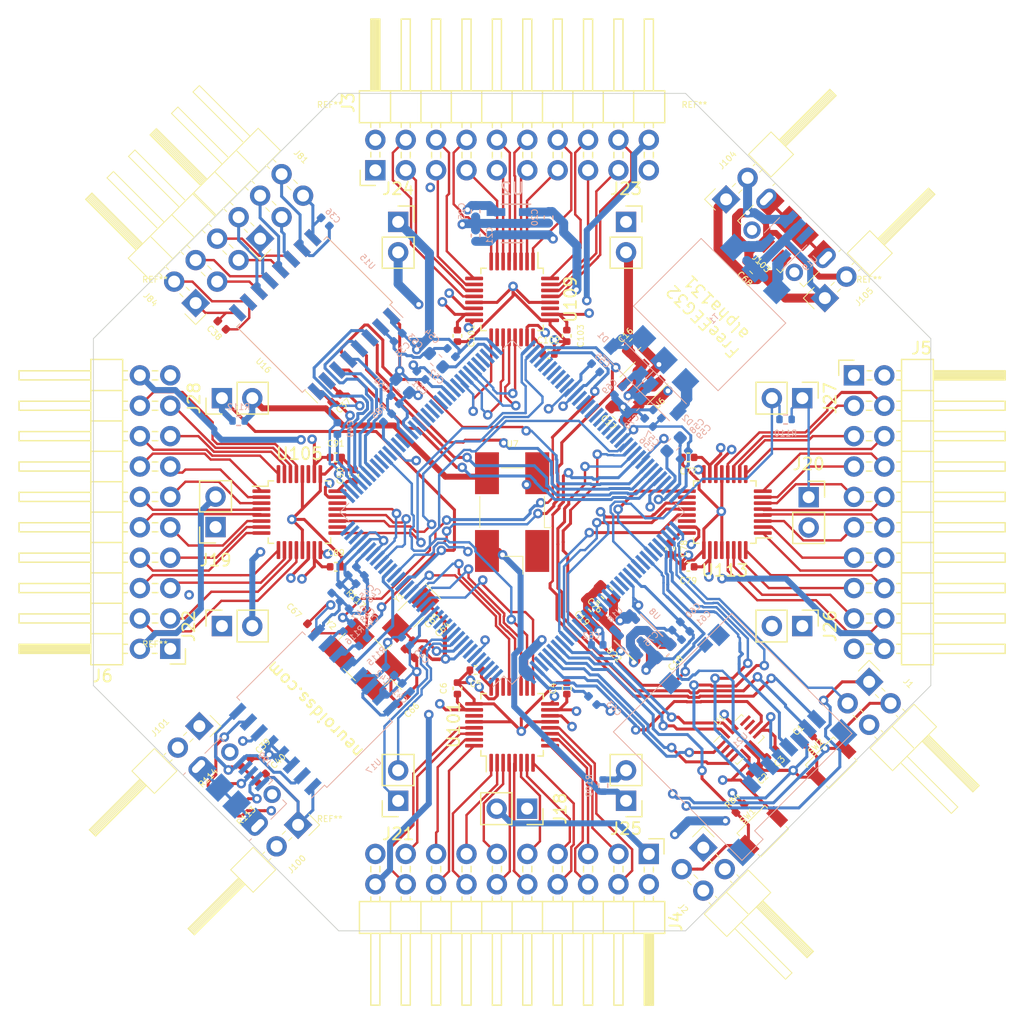
<source format=kicad_pcb>
(kicad_pcb (version 20210824) (generator pcbnew)
  (layers (0 "F.Cu" signal) (1 "In1.Cu" power) (2 "In2.Cu" power) (31 "B.Cu" signal) (34 "B.Paste" user) (35 "F.Paste" user) (36 "B.SilkS" user "B.Silkscreen") (37 "F.SilkS" user "F.Silkscreen") (38 "B.Mask" user) (39 "F.Mask" user) (44 "Edge.Cuts" user))
  (net 0 "")
  (net 1 "Net-(D1-Pad2)")
  (net 2 "Net-(D2-Pad2)")
  (net 3 "ADC10_15_AVDD")
  (net 4 "ADC10_26_DVDD")
  (net 5 "/MCU/71_VCAP_1")
  (net 6 "/MCU/106_VCAP_2")
  (net 7 "/CRYSTAL/1_NC")
  (net 8 "/MCU/24_PH1")
  (net 9 "/MCU/9_PC15")
  (net 10 "/MCU/8_PC14")
  (net 11 "AVDD_1_IN")
  (net 12 "ISO_USB_3_VDD1")
  (net 13 "ISO_USB_1_VBUS1")
  (net 14 "ISO_USB_7_UD+")
  (net 15 "ISO_USB_6_UD–")
  (net 16 "MCU_138_BOOT0")
  (net 17 "ISO_UART_13_OUTB")
  (net 18 "ISO_UART_11_IND")
  (net 19 "ISO_UART_14_OUTA")
  (net 20 "ISO_UART_12_INC")
  (net 21 "ISO_USB_10_DD+")
  (net 22 "ISO_USB_11_DD–")
  (net 23 "ISO_SPI_12_OUTC")
  (net 24 "ISO_SPI_11_IND")
  (net 25 "ISO_SPI_13_OUTB")
  (net 26 "ISO_SPI_14_OUTA")
  (net 27 "MCU_25_NRST")
  (net 28 "ACC_9_INT2")
  (net 29 "ACC_4_INT1")
  (net 30 "ACC_13_SCL")
  (net 31 "ACC_14_SDA")
  (net 32 "ACC_12_CS")
  (net 33 "ACC_1_SDO_SAO")
  (net 34 "ISO_UART_3_INA")
  (net 35 "ISO_UART_4_INB")
  (net 36 "ISO_UART_6_OUTD")
  (net 37 "ISO_SPI_3_INA")
  (net 38 "ISO_SPI_4_INB")
  (net 39 "ISO_SPI_5_INC")
  (net 40 "ISO_SPI_6_OUTD")
  (net 41 "POWER_1_GND")
  (net 42 "POWER_2_VCC")
  (net 43 "/USB_POWER/6_Shield")
  (net 44 "/USB_DATA/6_Shield")
  (net 45 "ISO_UART_5_OUTC")
  (net 46 "AINREF-")
  (net 47 "MCU_116_PD2_SDMMC1_CMD")
  (net 48 "MCU_113_PC12_SDMMC1_CK")
  (net 49 "MCU_112_PC11_SDMMC1_D3")
  (net 50 "MCU_111_PC10_SDMMC1_D2")
  (net 51 "MCU_109_PA14_SYS_JTCK-SWCLK")
  (net 52 "MCU_105_PA13_SYS_JTMS-SWDIO")
  (net 53 "MCU_99_PC9_SDMMC1_D1")
  (net 54 "MCU_98_PC8_SDMMC1_D0")
  (net 55 "MCU_97_PC7_SDMMC1_DETECT")
  (net 56 "MCU_48_PB2_BOOT1")
  (net 57 "MCU_11_PF1_I2C2_SCL")
  (net 58 "MCU_10_PF0_I2C2_SDA")
  (net 59 "CRYSTAL_3_OUT")
  (net 60 "CRYSTAL_4_Vin")
  (net 61 "ISO_SPI_15_GND2")
  (net 62 "ISO_SPI_16_VCC2")
  (net 63 "ISO_UART_15_GND2")
  (net 64 "ISO_UART_16_VCC2")
  (net 65 "ISO_USB_12_PIN")
  (net 66 "Net-(T1-Pad1)")
  (net 67 "Net-(T1-Pad3)")
  (net 68 "/ADC1/24_CAP")
  (net 69 "MCU_23_RCC_OSC_IN")
  (net 70 "ADC10_16_SYNC{slash}RESET")
  (net 71 "MCU_118_PD4_ADC1_SYNC{slash}RESET")
  (net 72 "AINREF+")
  (net 73 "ADC13_11_AIN7N")
  (net 74 "ADC13_10_AIN6N")
  (net 75 "ADC13_07_AIN5N")
  (net 76 "ADC13_06_AIN4N")
  (net 77 "ADC13_03_AIN3N")
  (net 78 "ADC13_02_AIN2N")
  (net 79 "ADC13_31_AIN1N")
  (net 80 "ADC13_30_AIN0N")
  (net 81 "ADC13_12_AIN7P")
  (net 82 "ADC13_09_AIN6P")
  (net 83 "ADC13_08_AIN5P")
  (net 84 "ADC13_05_AIN4P")
  (net 85 "ADC13_04_AIN3P")
  (net 86 "ADC13_01_AIN2P")
  (net 87 "ADC13_32_AIN1P")
  (net 88 "ADC13_29_AIN0P")
  (net 89 "ADC1_11_AIN7N")
  (net 90 "ADC1_10_AIN6N")
  (net 91 "ADC1_07_AIN5N")
  (net 92 "ADC1_06_AIN4N")
  (net 93 "ADC1_03_AIN3N")
  (net 94 "ADC1_02_AIN2N")
  (net 95 "ADC1_31_AIN1N")
  (net 96 "ADC1_30_AIN0N")
  (net 97 "ADC1_12_AIN7P")
  (net 98 "ADC1_09_AIN6P")
  (net 99 "ADC1_08_AIN5P")
  (net 100 "ADC1_05_AIN4P")
  (net 101 "ADC1_04_AIN3P")
  (net 102 "ADC1_01_AIN2P")
  (net 103 "ADC1_32_AIN1P")
  (net 104 "ADC1_29_AIN0P")
  (net 105 "ADC5_11_AIN7N")
  (net 106 "ADC5_10_AIN6N")
  (net 107 "ADC5_07_AIN5N")
  (net 108 "ADC5_06_AIN4N")
  (net 109 "ADC5_03_AIN3N")
  (net 110 "ADC5_02_AIN2N")
  (net 111 "ADC5_31_AIN1N")
  (net 112 "ADC5_30_AIN0N")
  (net 113 "ADC5_12_AIN7P")
  (net 114 "ADC5_09_AIN6P")
  (net 115 "ADC5_08_AIN5P")
  (net 116 "ADC5_05_AIN4P")
  (net 117 "ADC5_04_AIN3P")
  (net 118 "ADC5_01_AIN2P")
  (net 119 "ADC5_32_AIN1P")
  (net 120 "ADC5_29_AIN0P")
  (net 121 "ADC9_11_AIN7N")
  (net 122 "ADC9_10_AIN6N")
  (net 123 "ADC9_07_AIN5N")
  (net 124 "ADC9_06_AIN4N")
  (net 125 "ADC9_03_AIN3N")
  (net 126 "ADC9_02_AIN2N")
  (net 127 "ADC9_31_AIN1N")
  (net 128 "ADC9_30_AIN0N")
  (net 129 "ADC9_12_AIN7P")
  (net 130 "ADC9_09_AIN6P")
  (net 131 "ADC9_08_AIN5P")
  (net 132 "ADC9_05_AIN4P")
  (net 133 "ADC9_04_AIN3P")
  (net 134 "ADC9_01_AIN2P")
  (net 135 "ADC9_32_AIN1P")
  (net 136 "ADC9_29_AIN0P")
  (net 137 "ADC1_17_CS")
  (net 138 "ADC1_18_DRDY")
  (net 139 "ADC10_23_XTAL1{slash}CLKIN")
  (net 140 "ADC13_17_CS")
  (net 141 "ADC5_17_CS")
  (net 142 "ADC9_17_CS")
  (net 143 "ADC10_19_SCLK")
  (net 144 "ADC10_21_DIN")
  (net 145 "ADC14_17_CS")
  (net 146 "ADC15_17_CS")
  (net 147 "ADC16_17_CS")
  (net 148 "ADC10_17_CS")
  (net 149 "ADC11_17_CS")
  (net 150 "ADC12_17_CS")
  (net 151 "MCU_122_PD6_SAI4_SD_A")
  (net 152 "Net-(R113-Pad1)")
  (net 153 "Net-(R114-Pad1)")
  (net 154 "Net-(R115-Pad2)")
  (net 155 "Net-(R116-Pad2)")
  (net 156 "ADC10_14_REFIN")
  (net 157 "ADC10_20_DOUT")
  (net 158 "ADC4_17_CS")
  (net 159 "ADC3_17_CS")
  (net 160 "ADC2_17_CS")
  (net 161 "ADC1_19_SCLK")
  (net 162 "ADC1_20_DOUT")
  (net 163 "ADC1_21_DIN")
  (net 164 "ADC6_17_CS")
  (net 165 "ADC7_17_CS")
  (net 166 "ADC8_17_CS")
  (net 167 "ADC5_19_SCLK")
  (net 168 "ADC5_21_DIN")
  (net 169 "ISO_USB_2_GND1")
  (net 170 "Net-(C67-Pad1)")
  (net 172 "/USB_DATA/4_ID")
  (net 173 "/USB_POWER/2_D-")
  (net 174 "/USB_POWER/3_D+")
  (net 175 "/USB_POWER/4_ID")
  (net 176 "/ACCEL&GYRO/2_SDx")
  (net 177 "/ACCEL&GYRO/3_SCx")
  (net 181 "ISO_SPI_7_EN1")
  (net 182 "ISO_SPI_9_GND2")
  (net 183 "ISO_SPI_10_EN2")
  (net 184 "ISO_UART_7_EN1")
  (net 185 "ISO_UART_9_GND2")
  (net 186 "ISO_UART_10_EN2")
  (net 187 "/MCU/1_PE2")
  (net 188 "/MCU/2_PE3")
  (net 189 "/MCU/3_PE4")
  (net 190 "/MCU/4_PE5")
  (net 191 "/MCU/5_PE6")
  (net 192 "MCU_7_PC13_ADC2_DRDY")
  (net 193 "MCU_22_PF10_ADC3_DRDY")
  (net 194 "/MCU/27_PC1")
  (net 195 "MCU_34_PA0_TIM8_ETR")
  (net 196 "/MCU/44_PC4")
  (net 197 "/MCU/45_PC5")
  (net 198 "/MCU/47_PB1")
  (net 199 "/MCU/49_PF11")
  (net 200 "/MCU/50_PF12")
  (net 201 "/MCU/53_PF13")
  (net 202 "/MCU/54_PF14")
  (net 203 "/MCU/55_PF15")
  (net 204 "/MCU/56_PG0")
  (net 205 "/MCU/57_PG1")
  (net 206 "MCU_58_PE7_TIM1_ETR")
  (net 207 "/MCU/59_PE8")
  (net 208 "/MCU/63_PE10")
  (net 209 "/MCU/77_PD8")
  (net 210 "/MCU/78_PD9")
  (net 211 "/MCU/79_PD10")
  (net 212 "/MCU/80_PD11")
  (net 213 "/MCU/81_PD12")
  (net 214 "/MCU/82_PD13")
  (net 215 "/MCU/85_PD14")
  (net 216 "/MCU/86_PD15")
  (net 217 "/MCU/87_PG2")
  (net 218 "/MCU/88_PG3")
  (net 219 "MCU_89_PG4_ADC4_DRDY")
  (net 220 "/MCU/90_PG5")
  (net 221 "/MCU/91_PG6")
  (net 222 "/MCU/92_PG7")
  (net 223 "MCU_93_PG8_SPI6_NSS")
  (net 224 "/MCU/119_PD5")
  (net 225 "/MCU/123_PD7")
  (net 226 "/MCU/124_PG9")
  (net 227 "/MCU/125_PG10")
  (net 228 "/MCU/126_PG11")
  (net 229 "MCU_127_PG12_SPI6_MISO")
  (net 230 "MCU_128_PG13_SPI6_SCK")
  (net 231 "MCU_129_PG14_SPI6_MOSI")
  (net 232 "/MCU/132_PG15")
  (net 233 "/MCU/141_PE0")
  (net 236 "ADC13_18_DRDY")
  (net 237 "ADC5_18_DRDY")
  (net 238 "ADC9_18_DRDY")
  (net 239 "ACC_6_GND")
  (net 240 "/ADC13/24_CAP")
  (net 241 "/ADC5/24_CAP")
  (net 242 "/ADC9/24_CAP")
  (net 243 "/ADC1/22_XTAL2")
  (net 244 "/ADC1/27_NC")
  (net 245 "/ADC5/22_XTAL2")
  (net 246 "/ADC5/27_NC")
  (net 247 "/ADC9/22_XTAL2")
  (net 248 "/ADC9/27_NC")
  (net 249 "/ADC13/22_XTAL2")
  (net 250 "/ADC13/27_NC")
  (net 251 "VREF_5_VREF")
  (net 252 "Net-(C66-Pad1)")
  (net 254 "MCU_60_PE9_TIM1_CH1")
  (net 255 "/MCU/12_PF2")
  (net 256 "ADC5_20_DOUT")
  (net 257 "ADC13_19_SCLK")
  (net 258 "ADC13_20_DOUT")
  (net 259 "ADC13_21_DIN")
  (footprint "LSM6DS3TR:Bosch_LGA-14_3x2.5mm_P0.5mm" (layer "F.Cu") (at 18.995476 19.002938 45)
    (fp_text reference "U1")
    (fp_text value "LSM6DS3")
  )
  (footprint "Capacitor_SMD:C_0402_1005Metric" (layer "F.Cu") (at -24.257 -15.621 -45)
    (fp_text reference "C38")
    (fp_text value "100n")
  )
  (footprint "Capacitor_SMD:C_0402_1005Metric" (layer "F.Cu") (at -9.1694 15.6718 45)
    (fp_text reference "C66")
    (fp_text value "CL1")
  )
  (footprint "Capacitor_SMD:C_0603_1608Metric" (layer "F.Cu") (at 10.287 -14.0208 45)
    (fp_text reference "C16")
    (fp_text value "2.2u")
  )
  (footprint "Resistor_SMD:R_0402_1005Metric" (layer "F.Cu") (at 19.05 24.765 45)
    (fp_text reference "R84")
    (fp_text value "4k7")
  )
  (footprint "Resistor_SMD:R_0402_1005Metric" (layer "F.Cu") (at -22.86 24.765 45)
    (fp_text reference "R113")
    (fp_text value "24")
  )
  (footprint "Connector_PinHeader_2.54mm:PinHeader_2x01_P2.54mm_Horizontal" (layer "F.Cu") (at 17.888949 -26.143949 45)
    (fp_text reference "J104")
    (fp_text value "Conn_01x02")
  )
  (footprint "Capacitor_SMD:C_0402_1005Metric" (layer "F.Cu") (at -22.225 20.955 -135)
    (fp_text reference "C39")
    (fp_text value "100n")
  )
  (footprint "Capacitor_SMD:C_0402_1005Metric" (layer "F.Cu") (at -7.8486 11.8364 -135)
    (fp_text reference "C64")
    (fp_text value "CL1")
  )
  (footprint "Package_TO_SOT_SMD:SOT-23-5" (layer "F.Cu") (at 10.795 -10.781028 -135)
    (fp_text reference "U6")
    (fp_text value "LP5907")
  )
  (footprint "Capacitor_SMD:C_0402_1005Metric" (layer "F.Cu") (at 24.765 19.05 45)
    (fp_text reference "C1")
    (fp_text value "100n")
  )
  (footprint "smd5032:Crystal_SMD_EuroQuartz_MJ-4Pin_5.0x3.2mm_HandSoldering" (layer "F.Cu") (at -12.319 12.319 135)
    (fp_text reference "Y2")
    (fp_text value "16MHz")
  )
  (footprint "Capacitor_SMD:C_0402_1005Metric" (layer "F.Cu") (at -16.764 9.6774 135)
    (fp_text reference "C67")
    (fp_text value "CL2")
  )
  (footprint "Capacitor_SMD:C_0603_1608Metric" (layer "F.Cu") (at 20.3454 -20.3962 -45)
    (fp_text reference "C68")
    (fp_text value "10u")
  )
  (footprint "Connector_USB:USB_Micro-B_Molex-105017-0001" (layer "F.Cu") (at 22.86 -22.841256 135)
    (fp_text reference "J103")
    (fp_text value "USB_B_Micro")
  )
  (footprint "Connector_PinHeader_2.54mm:PinHeader_2x01_P2.54mm_Horizontal" (layer "F.Cu") (at 26.143949 -17.888949 45)
    (fp_text reference "J105")
    (fp_text value "Conn_01x02")
  )
  (footprint "Button_Switch_SMD:SW_SPST_B3U-1000P-B" (layer "F.Cu") (at 20.955 26.67 -135)
    (fp_text reference "SW1")
    (fp_text value "SW_Push")
  )
  (footprint "Crystal:Crystal_SMD_EuroQuartz_EQ161-2Pin_3.2x1.5mm_HandSoldering" (layer "F.Cu") (at -8.489649 8.540449 -135)
    (fp_text reference "Y1")
    (fp_text value "32768Hz")
  )
  (footprint "Connector_PinHeader_2.54mm:PinHeader_2x01_P2.54mm_Horizontal" (layer "F.Cu") (at -17.888949 26.143949 -135)
    (fp_text reference "J100")
    (fp_text value "Conn_01x02")
  )
  (footprint "Oscillator:Oscillator_SMD_EuroQuartz_XO91-4Pin_7.0x5.0mm_HandSoldering" (layer "F.Cu") (at 0 0 90)
    (fp_text reference "U7")
    (fp_text value "FXO-SM7_OSC-SMD7050_short")
  )
  (footprint "Capacitor_SMD:C_0402_1005Metric" (layer "F.Cu") (at -20.955 22.225 -135)
    (fp_text reference "C40")
    (fp_text value "100n")
  )
  (footprint "Capacitor_SMD:C_0402_1005Metric" (layer "F.Cu") (at 20.265476 21.542938 45)
    (fp_text reference "C2")
    (fp_text value "100n")
  )
  (footprint "Capacitor_SMD:C_0402_1005Metric" (layer "F.Cu") (at -8.6106 11.0998 -135)
    (fp_text reference "C65")
    (fp_text value "CL2")
  )
  (footprint "Connector_PinHeader_2.54mm:PinHeader_2x01_P2.54mm_Horizontal" (layer "F.Cu") (at -26.143949 17.888949 -135)
    (fp_text reference "J101")
    (fp_text value "Conn_01x02")
  )
  (footprint "Button_Switch_SMD:SW_SPST_B3U-1000P-B" (layer "F.Cu") (at 26.67 20.955 45)
    (fp_text reference "SW2")
    (fp_text value "SW_Push")
  )
  (footprint "Capacitor_SMD:C_0402_1005Metric" (layer "F.Cu") (at 21.6408 20.1676 -135)
    (fp_text reference "C3")
    (fp_text value "100n")
  )
  (footprint "Resistor_SMD:R_0402_1005Metric" (layer "F.Cu") (at -11.811 8.509 135)
    (fp_text reference "R117")
    (fp_text value "R_EXT")
  )
  (footprint "Capacitor_SMD:C_0603_1608Metric" (layer "F.Cu") (at 8.89 -8.241028 135)
    (fp_text reference "C17")
    (fp_text value "2.2u")
  )
  (footprint "Connector_PinHeader_2.54mm:PinHeader_2x02_P2.54mm_Horizontal" (layer "F.Cu") (at 15.983949 28.048949 -45)
    (fp_text reference "J2")
    (fp_text value "Conn_02x02_Odd_Even")
  )
  (footprint "Resistor_SMD:R_0402_1005Metric" (layer "F.Cu") (at -24.765 22.86 45)
    (fp_text reference "R114")
    (fp_text value "24")
  )
  (footprint "Package_SO:SOIC-16W_7.5x10.3mm_P1.27mm" (layer "F.Cu") (at -16.51 -16.51 135)
    (fp_text reference "U16")
    (fp_text value "ADUM1402BRWZ")
  )
  (footprint "Capacitor_SMD:C_0402_1005Metric" (layer "F.Cu") (at -14.732 -9.525 45)
    (fp_text reference "C37")
    (fp_text value "100n")
  )
  (footprint "Connector_PinHeader_2.54mm:PinHeader_2x03_P2.54mm_Horizontal" (layer "F.Cu") (at -21.063949 -22.86 135)
    (fp_text reference "J81")
    (fp_text value "Conn_02x03_Odd_Even")
  )
  (footprint "Connector_PinHeader_2.54mm:PinHeader_2x02_P2.54mm_Horizontal" (layer "F.Cu") (at 29.845 14.187898 -45)
    (fp_text reference "J1")
    (fp_text value "Conn_02x02_Odd_Even")
  )
  (footprint "Connector_PinHeader_2.54mm:PinHeader_2x03_P2.54mm_Horizontal" (layer "F.Cu") (at -26.452102 -17.471846 135)
    (fp_text reference "J84")
    (fp_text value "Conn_02x03_Odd_Even")
  )
  (footprint "Connector_PinHeader_2.54mm:PinHeader_1x02_P2.54mm_Vertical" (layer "F.Cu") (at 24.257 9.525 -90)
    (fp_text reference "J26")
    (fp_text value "Conn_01x02")
  )
  (footprint "Capacitor_SMD:C_0402_1005Metric" (layer "F.Cu") (at -3.048 13.208 180)
    (fp_text reference "C5")
    (fp_text value "220nF")
  )
  (footprint "Capacitor_SMD:C_0402_1005Metric" (layer "F.Cu") (at 14.732 4.572 180)
    (fp_text reference "C79")
    (fp_text value "1u")
  )
  (footprint "Connector_PinHeader_2.54mm:PinHeader_1x02_P2.54mm_Vertical" (layer "F.Cu") (at -24.257 -9.525 90)
    (fp_text reference "J28")
    (fp_text value "Conn_01x02")
  )
  (footprint "Connector_PinHeader_2.54mm:PinHeader_2x10_P2.54mm_Horizontal" (layer "F.Cu") (at 11.43 28.575 -90)
    (fp_text reference "J4")
    (fp_text value "Conn_02x10_Odd_Even")
  )
  (footprint "Capacitor_SMD:C_0402_1005Metric" (layer "F.Cu") (at -14.732 -4.572)
    (fp_text reference "C91")
    (fp_text value "1u")
  )
  (footprint "Package_QFP:LQFP-32_5x5mm_P0.5mm" (layer "F.Cu") (at 17.78 0 180)
    (fp_text reference "U113")
    (fp_text value "ADS131M08IRSN")
  )
  (footprint "Capacitor_SMD:C_0402_1005Metric" (layer "F.Cu") (at -13.208 -3.048 90)
    (fp_text reference "C90")
    (fp_text value "220nF")
  )
  (footprint "Package_QFP:LQFP-32_5x5mm_P0.5mm" (layer "F.Cu") (at 0 -17.78 -90)
    (fp_text reference "U109")
    (fp_text value "ADS131M08IRSN")
  )
  (footprint "Connector_PinSocket_2.54mm:PinSocket_1x02_P2.54mm_Vertical" (layer "F.Cu") (at -24.257 9.525 90)
    (fp_text reference "J22")
    (fp_text value "Conn_01x02")
  )
  (footprint "Capacitor_SMD:C_0402_1005Metric" (layer "F.Cu") (at 3.048 -13.208)
    (fp_text reference "C102")
    (fp_text value "220nF")
  )
  (footprint "MountingHole:MountingHole_3.2mm_M3" (layer "F.Cu") (at 29.845 -15.24)
    (fp_text reference "REF**")
    (fp_text value "MountingHole_3.2mm_M3")
  )
  (footprint "Capacitor_SMD:C_0402_1005Metric" (layer "F.Cu") (at -4.572 -14.732 -90)
    (fp_text reference "C101")
    (fp_text value "1u")
  )
  (footprint "Capacitor_SMD:C_0402_1005Metric" (layer "F.Cu") (at -4.572 14.732 90)
    (fp_text reference "C6")
    (fp_text value "1u")
  )
  (footprint "MountingHole:MountingHole_3.2mm_M3" (layer "F.Cu") (at -29.845 15.24)
    (fp_text reference "REF**")
    (fp_text value "MountingHole_3.2mm_M3")
  )
  (footprint "MountingHole:MountingHole_3.2mm_M3" (layer "F.Cu") (at -15.24 -29.845)
    (fp_text reference "REF**")
    (fp_text value "MountingHole_3.2mm_M3")
  )
  (footprint "Connector_PinHeader_2.54mm:PinHeader_2x10_P2.54mm_Horizontal" (layer "F.Cu") (at 28.575 -11.43)
    (fp_text reference "J5")
    (fp_text value "Conn_02x10_Odd_Even")
  )
  (footprint "Capacitor_SMD:C_0402_1005Metric" (layer "F.Cu") (at 13.208 3.048 -90)
    (fp_text reference "C78")
    (fp_text value "220nF")
  )
  (footprint "MountingHole:MountingHole_3.2mm_M3" (layer "F.Cu") (at 15.24 -29.845)
    (fp_text reference "REF**")
    (fp_text value "MountingHole_3.2mm_M3")
  )
  (footprint "Connector_PinSocket_2.54mm:PinSocket_1x02_P2.54mm_Vertical" (layer "F.Cu") (at 1.25 24.79 -90)
    (fp_text reference "J18")
    (fp_text value "Conn_01x02")
  )
  (footprint "Capacitor_SMD:C_0402_1005Metric" (layer "F.Cu") (at 4.572 -14.732 -90)
    (fp_text reference "C103")
    (fp_text value "1u")
  )
  (footprint "Capacitor_SMD:C_0603_1608Metric" (layer "F.Cu") (at 6.858 7.8486 135)
    (fp_text reference "C19")
    (fp_text value "2.2u")
  )
  (footprint "MountingHole:MountingHole_3.2mm_M3" (layer "F.Cu") (at -15.24 29.845)
    (fp_text reference "REF**")
    (fp_text value "MountingHole_3.2mm_M3")
  )
  (footprint "Package_QFP:LQFP-32_5x5mm_P0.5mm" (layer "F.Cu") (at -17.78 0)
    (fp_text reference "U105")
    (fp_text value "ADS131M08IRSN")
  )
  (footprint "Connector_PinHeader_2.54mm:PinHeader_2x10_P2.54mm_Horizontal" (layer "F.Cu") (at -28.575 11.43 180)
    (fp_text reference "J6")
    (fp_text value "Conn_02x10_Odd_Even")
  )
  (footprint "Capacitor_SMD:C_0402_1005Metric" (layer "F.Cu") (at -14.732 4.572)
    (fp_text reference "C89")
    (fp_text value "1u")
  )
  (footprint "Connector_PinHeader_2.54mm:PinHeader_1x02_P2.54mm_Vertical" (layer "F.Cu") (at 9.525 24.13 180)
    (fp_text reference "J25")
    (fp_text value "Conn_01x02")
  )
  (footprint "Connector_PinHeader_2.54mm:PinHeader_2x10_P2.54mm_Horizontal" (layer "F.Cu") (at -11.43 -28.575 90)
    (fp_text reference "J3")
    (fp_text value "Conn_02x10_Odd_Even")
  )
  (footprint "Capacitor_SMD:C_0603_1608Metric" (layer "F.Cu") (at 12.6492 11.6078 -135)
    (fp_text reference "C18")
    (fp_text value "2.2u")
  )
  (footprint "Connector_PinSocket_2.54mm:PinSocket_1x02_P2.54mm_Vertical" (layer "F.Cu") (at -9.525 -24.257)
    (fp_text reference "J24")
    (fp_text value "Conn_01x02")
  )
  (footprint "Package_TO_SOT_SMD:SOT-23-5" (layer "F.Cu") (at 10.2108 10.2108 135)
    (fp_text reference "U22")
    (fp_text value "LP5907")
  )
  (footprint "Connector_PinHeader_2.54mm:PinHeader_1x02_P2.54mm_Vertical" (layer "F.Cu") (at 24.257 -9.525 -90)
    (fp_text reference "J27")
    (fp_text value "Conn_01x02")
  )
  (footprint "Capacitor_SMD:C_0402_1005Metric" (layer "F.Cu") (at 4.572 14.732 90)
    (fp_text reference "C4")
    (fp_text value "1u")
  )
  (footprint "Capacitor_SMD:C_0402_1005Metric" (layer "F.Cu") (at 14.732 -4.572 180)
    (fp_text reference "C77")
    (fp_text value "1u")
  )
  (footprint "Connector_PinSocket_2.54mm:PinSocket_1x02_P2.54mm_Vertical" (layer "F.Cu") (at -24.79 1.25 180)
    (fp_text reference "J19")
    (fp_text value "Conn_01x02")
  )
  (footprint "MountingHole:MountingHole_3.2mm_M3" (layer "F.Cu") (at -29.845 -15.24)
    (fp_text reference "REF**")
    (fp_text value "MountingHole_3.2mm_M3")
  )
  (footprint "Connector_PinSocket_2.54mm:PinSocket_1x02_P2.54mm_Vertical" (layer "F.Cu") (at -9.525 24.13 180)
    (fp_text reference "J21")
    (fp_text value "Conn_01x02")
  )
  (footprint "Capacitor_SMD:C_0603_1608Metric" (layer "F.Cu") (at 7.9248 6.7818 135)
    (fp_text reference "C76")
    (fp_text value "2.2u")
  )
  (footprint "Package_QFP:LQFP-32_5x5mm_P0.5mm" (layer "F.Cu") (at 0 17.78 90)
    (fp_text reference "U101")
    (fp_text value "ADS131M08IRSN")
  )
  (footprint "Connector_PinSocket_2.54mm:PinSocket_1x02_P2.54mm_Vertical" (layer "F.Cu") (at 24.79 -1.25)
    (fp_text reference "J20")
    (fp_text value "Conn_01x02")
  )
  (footprint "Connector_PinSocket_2.54mm:PinSocket_1x02_P2.54mm_Vertical" (layer "F.Cu") (at 9.525 -24.257)
    (fp_text reference "J23")
    (fp_text value "Conn_01x02")
  )
  (footprint "Package_TO_SOT_SMD:SOT-23-6_Handsoldering" (layer "B.Cu") (at 22.86 -22.841256 45)
    (fp_text reference "U19")
    (fp_text value "SN6505B")
  )
  (footprint "Capacitor_SMD:C_0402_1005Metric" (layer "B.Cu") (at -14.732 6.4262 -135)
    (fp_text reference "C47")
    (fp_text value "100n")
  )
  (footprint "Capacitor_SMD:C_0603_1608Metric" (layer "B.Cu") (at -9.144 -10.541 135)
    (fp_text reference "C51")
    (fp_text value "4.7u")
  )
  (footprint "Capacitor_SMD:C_0402_1005Metric" (layer "B.Cu") (at 14.5034 10.3124 45)
    (fp_text reference "C61")
    (fp_text value "1u")
  )
  (footprint "Capacitor_SMD:C_0402_1005Metric" (layer "B.Cu") (at -12.7 5.6388 45)
    (fp_text reference "C46")
    (fp_text value "1u")
  )
  (footprint "Capacitor_SMD:C_0402_1005Metric" (layer "B.Cu") (at -9.779 -9.398 135)
    (fp_text reference "C50")
    (fp_text value "100n")
  )
  (footprint "Package_QFP:LQFP-144_20x20mm_P0.5mm" (layer "B.Cu") (at 0 0 45)
    (fp_text reference "U18")
    (fp_text value "STM32H743ZITx")
  )
  (footprint "Resistor_SMD:R_0402_1005Metric" (layer "B.Cu") (at -13.7668 9.652 -135)
    (fp_text reference "R116")
    (fp_text value "24")
  )
  (footprint "Package_SO:SOIC-16W_7.5x10.3mm_P1.27mm" (layer "B.Cu") (at -16.51 16.51 45)
    (fp_text reference "U17")
    (fp_text value "ADuM3160")
  )
  (footprint "Capacitor_SMD:C_0402_1005Metric" (layer "B.Cu") (at 14.38897 -4.762119 -135)
    (fp_text reference "C59")
    (fp_text value "100n")
  )
  (footprint "Diode_SMD:D_SOD-123" (layer "B.Cu") (at 12.7 -9.506256 -45)
    (fp_text reference "D2")
    (fp_text value "D_Schottky")
  )
  (footprint "Capacitor_SMD:C_0402_1005Metric" (layer "B.Cu") (at 12.1412 -8.2042 135)
    (fp_text reference "C57")
    (fp_text value "1u")
  )
  (footprint "Capacitor_SMD:C_0402_1005Metric" (layer "B.Cu") (at -8.89 10.795 -45)
    (fp_text reference "C43")
    (fp_text value "100n")
  )
  (footprint "Capacitor_SMD:C_0603_1608Metric" (layer "B.Cu") (at 10.16 -8.94941 -135)
    (fp_text reference "C70")
    (fp_text value "10u")
  )
  (footprint "Capacitor_SMD:C_0402_1005Metric" (layer "B.Cu") (at 6.985 -12.065 135)
    (fp_text reference "C55")
    (fp_text value "100n")
  )
  (footprint "Capacitor_SMD:C_0402_1005Metric" (layer "B.Cu") (at -10.2108 13.2842 -45)
    (fp_text reference "C42")
    (fp_text value "100n")
  )
  (footprint "Resistor_SMD:R_0402_1005Metric" (layer "B.Cu") (at -12.4714 10.8458 -135)
    (fp_text reference "R115")
    (fp_text value "24")
  )
  (footprint "Capacitor_SMD:C_0603_1608Metric" (layer "B.Cu") (at -6.35 -12.7 135)
    (fp_text reference "C53")
    (fp_text value "2.2u")
  )
  (footprint "Capacitor_SMD:C_0402_1005Metric" (layer "B.Cu") (at -14.0462 7.112 -135)
    (fp_text reference "C48")
    (fp_text value "1u")
  )
  (footprint "Package_SO:SOIC-16W_7.5x10.3mm_P1.27mm" (layer "B.Cu") (at -16.51 -16.51 135)
    (fp_text reference "U15")
    (fp_text value "ISO7341c")
  )
  (footprint "Capacitor_SMD:C_0402_1005Metric" (layer "B.Cu") (at -9.525 -14.605 -135)
    (fp_text reference "C35")
    (fp_text value "100n")
  )
  (footprint "Connector_USB:USB_Micro-B_Molex-105017-0001" (layer "B.Cu") (at -22.86 22.86 135)
    (fp_text reference "J99")
    (fp_text value "USB_B_Micro")
  )
  (footprint "473521001:473521001" (layer "B.Cu") (at 18.365248 18.367938 -135)
    (fp_text reference "U21")
    (fp_text value "473521001")
  )
  (footprint "Capacitor_SMD:C_0402_1005Metric" (layer "B.Cu") (at 6.731 15.748 -45)
    (fp_text reference "C63")
    (fp_text value "100n")
  )
  (footprint "Capacitor_SMD:C_0402_1005Metric" (layer "B.Cu") (at -5.08 -13.335 135)
    (fp_text reference "C54")
    (fp_text value "100n")
  )
  (footprint "Diode_SMD:D_SOD-123" (layer "B.Cu") (at 9.525 -12.681256 135)
    (fp_text reference "D1")
    (fp_text value "D_Schottky")
  )
  (footprint "Capacitor_SMD:C_0402_1005Metric" (layer "B.Cu") (at 7.112 11.0998)
    (fp_text reference "C62")
    (fp_text value "100n")
  )
  (footprint "Resistor_SMD:R_0402_1005Metric" (layer "B.Cu") (at -10.414 -7.874 45)
    (fp_text reference "R85")
    (fp_text value "4k7")
  )
  (footprint "Capacitor_SMD:C_0402_1005Metric" (layer "B.Cu") (at 8.89 -10.146028 -135)
    (fp_text reference "C69")
    (fp_text value "100n")
  )
  (footprint "Capacitor_SMD:C_0402_1005Metric" (layer "B.Cu") (at 11.43 -7.493 135)
    (fp_text reference "C56")
    (fp_text value "100n")
  )
  (footprint "Capacitor_SMD:C_0402_1005Metric" (layer "B.Cu") (at -14.605 -6.985 90)
    (fp_text reference "C49")
    (fp_text value "100n")
  )
  (footprint "Capacitor_SMD:C_0603_1608Metric" (layer "B.Cu") (at 13.498952 -5.651119 45)
    (fp_text reference "C58")
    (fp_text value "2.2u")
  )
  (footprint "Capacitor_SMD:C_0402_1005Metric" (layer "B.Cu") (at -13.2842 7.747 -135)
    (fp_text reference "C44")
    (fp_text value "100n")
  )
  (footprint "Capacitor_SMD:C_0402_1005Metric" (layer "B.Cu") (at -13.3604 4.9276 45)
    (fp_text reference "C45")
    (fp_text value "100n")
  )
  (footprint "Capacitor_SMD:C_0402_1005Metric" (layer "B.Cu") (at -15.621 -24.257 -45)
    (fp_text reference "C36")
    (fp_text value "100n")
  )
  (footprint "Capacitor_SMD:C_0402_1005Metric" (layer "B.Cu") (at -8.8392 14.6558 135)
    (fp_text reference "C41")
    (fp_text value "100n")
  )
  (footprint "Capacitor_SMD:C_0402_1005Metric" (layer "B.Cu") (at 13.716 9.525 45)
    (fp_text reference "C60")
    (fp_text value "100n")
  )
  (footprint "Capacitor_SMD:C_0402_1005Metric" (layer "B.Cu") (at -7.62 -11.43 -45)
    (fp_text reference "C52")
    (fp_text value "100n")
  )
  (footprint "750315371:750315371" (layer "B.Cu") (at 16.51 -16.51 -135)
    (fp_text reference "T1")
    (fp_text value "750315371")
  )
  (footprint "Capacitor_SMD:C_0402_1005Metric" (layer "B.Cu") (at -3.048 -25.146 -90)
    (fp_text reference "C25")
    (fp_text value "100n")
  )
  (footprint "Resistor_SMD:R_0402_1005Metric" (layer "B.Cu") (at -22.86 -7.62 180)
    (fp_text reference "R112")
    (fp_text value "0")
  )
  (footprint "Capacitor_SMD:C_0402_1005Metric" (layer "B.Cu") (at -3.048 -23.114 90)
    (fp_text reference "C21")
    (fp_text value "100n")
  )
  (footprint "Package_TO_SOT_SMD:SOT-23-5_HandSoldering" (layer "B.Cu") (at 0 -24.13 180)
    (fp_text reference "U2")
    (fp_text value "REF2025")
  )
  (footprint "Capacitor_SMD:C_0603_1608Metric" (layer "B.Cu") (at 12.6492 11.6078 -135)
    (fp_text reference "C75")
    (fp_text value "2.2u")
  )
  (footprint "Resistor_SMD:R_0402_1005Metric" (layer "B.Cu") (at 22.86 -7.747)
    (fp_text reference "R110")
    (fp_text value "0")
  )
  (footprint "Package_TO_SOT_SMD:SOT-23-5" (layer "B.Cu") (at 10.2108 10.2108 135)
    (fp_text reference "U8")
    (fp_text value "LP5907")
  )
  (footprint "Capacitor_SMD:C_0402_1005Metric" (layer "B.Cu") (at 3.048 -24.638 -90)
    (fp_text reference "C20")
    (fp_text value "100n")
  )
  (footprint "Resistor_SMD:R_0402_1005Metric" (layer "B.Cu") (at 7.62 22.86 -90)
    (fp_text reference "R109")
    (fp_text value "0")
  )
  (gr_line (start -35 -14.5) (end -35 14.5) (layer "Edge.Cuts") (width 0.075))
  (gr_line (start -35 14.5) (end -14.5 35) (layer "Edge.Cuts") (width 0.075))
  (gr_line (start -14.5 35) (end 14.5 35) (layer "Edge.Cuts") (width 0.075))
  (gr_line (start 14.5 35) (end 35 14.5) (layer "Edge.Cuts") (width 0.075))
  (gr_line (start 35 14.5) (end 35 -14.5) (layer "Edge.Cuts") (width 0.075))
  (gr_line (start 35 -14.5) (end 14.5 -35) (layer "Edge.Cuts") (width 0.075))
  (gr_line (start 14.5 -35) (end -14.5 -35) (layer "Edge.Cuts") (width 0.075))
  (gr_line (start -14.5 -35) (end -35 -14.5) (layer "Edge.Cuts") (width 0.075))
  (gr_text "FreeEEG32\nalpha131" (at 16.51 -16.51 135) (layer "F.SilkS") (effects (font (size 1 1) (thickness 0.125))))
  (gr_text "neuroidss.com" (at -16.51 16.505228 135) (layer "F.SilkS") (effects (font (size 1 1))))
  (segment (start 9.524024 -13.766665) (end 10.570303 -14.812944) (width 0.5) (layer "B.Cu") (net 1))
  (segment (start 10.570303 -14.7942) (end 9.542768 -13.766665) (width 0.25) (layer "B.Cu") (net 1))
  (segment (start 9.542768 -13.766665) (end 8.439591 -13.766665) (width 0.25) (layer "B.Cu") (net 1))
  (segment (start 10.895572 -14.487675) (end 9.160601 -14.487675) (width 0.75) (layer "B.Cu") (net 1))
  (segment (start 9.160601 -14.487675) (end 8.439591 -13.766665) (width 0.75) (layer "B.Cu") (net 1))
  (segment (start 14.812944 -10.570303) (end 14.812944 -9.448382) (width 0.5) (layer "B.Cu") (net 2))
  (segment (start 14.812944 -9.448382) (end 13.785409 -8.420847) (width 0.5) (layer "B.Cu") (net 2))
  (segment (start 14.487675 -10.895572) (end 14.487675 -9.123113) (width 0.75) (layer "B.Cu") (net 2))
  (segment (start 14.487675 -9.123113) (end 13.785409 -8.420847) (width 0.75) (layer "B.Cu") (net 2))
  (segment (start -4.786124 -16.53) (end -5.827091 -17.570967) (width 0.25) (layer "F.Cu") (net 3))
  (segment (start 16.53 -3.925) (end 17.3325 -4.7275) (width 0.25) (layer "F.Cu") (net 3))
  (segment (start 10.688934 -9.331459) (end 10.688934 -8.926268) (width 0.75) (layer "F.Cu") (net 3))
  (segment (start 15.846846 -4.572) (end 15.212 -4.572) (width 0.25) (layer "F.Cu") (net 3))
  (segment (start 15.882999 -4.572) (end 16.53 -3.924999) (width 0.2) (layer "F.Cu") (net 3))
  (segment (start 17.439412 -4.834412) (end 17.3325 -4.7275) (width 0.25) (layer "F.Cu") (net 3))
  (segment (start -16.53 3.175) (end -16.53 4.546398) (width 0.25) (layer "F.Cu") (net 3))
  (segment (start 4.572 15.882999) (end 3.924999 16.53) (width 0.25) (layer "F.Cu") (net 3))
  (segment (start 4.572 15.212) (end 4.572 15.882999) (width 0.25) (layer "F.Cu") (net 3))
  (segment (start 16.53 -3.175) (end 16.53 -3.924999) (width 0.2) (layer "F.Cu") (net 3))
  (segment (start 17.439412 -5.380417) (end 17.439412 -4.834412) (width 0.25) (layer "F.Cu") (net 3))
  (segment (start -15.882999 4.572) (end -16.53 3.924999) (width 0.25) (layer "F.Cu") (net 3))
  (segment (start -16.53 4.546398) (end -17.568045 5.584443) (width 0.25) (layer "F.Cu") (net 3))
  (segment (start -3.175 -16.53) (end -4.786124 -16.53) (width 0.25) (layer "F.Cu") (net 3))
  (segment (start -16.53 3.924999) (end -16.53 3.175) (width 0.25) (layer "F.Cu") (net 3))
  (segment (start 16.53 -3.175) (end 16.53 -3.888846) (width 0.25) (layer "F.Cu") (net 3))
  (segment (start 3.175 16.53) (end 5.27 16.53) (width 0.25) (layer "F.Cu") (net 3))
  (segment (start -4.572 -15.882999) (end -3.924999 -16.53) (width 0.25) (layer "F.Cu") (net 3))
  (segment (start 16.53 -3.924999) (end 17.3325 -4.7275) (width 0.2) (layer "F.Cu") (net 3))
  (segment (start 5.27 16.53) (end 5.38 16.64) (width 0.25) (layer "F.Cu") (net 3))
  (segment (start -15.212 4.572) (end -15.882999 4.572) (width 0.25) (layer "F.Cu") (net 3))
  (segment (start 16.53 -3.175) (end 16.53 -3.925) (width 0.25) (layer "F.Cu") (net 3))
  (segment (start 15.212 -4.572) (end 15.882999 -4.572) (width 0.2) (layer "F.Cu") (net 3))
  (segment (start 10.688934 -8.926268) (end 9.446847 -7.684181) (width 0.75) (layer "F.Cu") (net 3))
  (segment (start 16.53 -3.888846) (end 15.846846 -4.572) (width 0.25) (layer "F.Cu") (net 3))
  (segment (start 3.924999 16.53) (end 3.175 16.53) (width 0.25) (layer "F.Cu") (net 3))
  (segment (start -4.572 -15.212) (end -4.572 -15.882999) (width 0.25) (layer "F.Cu") (net 3))
  (segment (start 10.688934 -9.331459) (end 12.224473 -9.331459) (width 0.75) (layer "F.Cu") (net 3))
  (segment (start -3.924999 -16.53) (end -3.175 -16.53) (width 0.25) (layer "F.Cu") (net 3))
  (segment (start 12.224473 -9.331459) (end 13.028525 -10.135511) (width 0.75) (layer "F.Cu") (net 3))
  (via (at 13.028525 -10.135511) (size 0.8) (drill 0.4) (layers "F.Cu" "B.Cu") (net 3))
  (via (at 6.243489 -17.683489) (size 0.8) (drill 0.4) (layers "F.Cu" "B.Cu") (net 3))
  (via (at 17.439412 -5.380417) (size 0.8) (drill 0.4) (layers "F.Cu" "B.Cu") (net 3))
  (via (at -5.827091 -17.570967) (size 0.8) (drill 0.4) (layers "F.Cu" "B.Cu") (net 3))
  (via (at -17.644043 -6.046339) (size 0.8) (drill 0.4) (layers "F.Cu" "B.Cu") (net 3))
  (via (at -6.962533 16.927467) (size 0.8) (drill 0.4) (layers "F.Cu" "B.Cu") (net 3))
  (via (at 17.55 5.56) (size 0.8) (drill 0.4) (layers "F.Cu" "B.Cu") (net 3))
  (via (at -7.810514 -17.356625) (size 0.8) (drill 0.4) (layers "F.Cu" "B.Cu") (net 3))
  (via (at -17.568045 5.584443) (size 0.8) (drill 0.4) (layers "F.Cu" "B.Cu") (net 3))
  (via (at 5.38 16.64) (size 0.8) (drill 0.4) (layers "F.Cu" "B.Cu") (net 3))
  (segment (start -28.153939 -10.203489) (end -24.89 -6.93955) (width 0.5) (layer "B.Cu") (net 3))
  (segment (start 22.89 5.56) (end 27.45 10.12) (width 0.5) (layer "B.Cu") (net 3))
  (segment (start 17.55 5.56) (end 22.89 5.56) (width 0.5) (layer "B.Cu") (net 3))
  (segment (start 10.203489 -29.888489) (end 10.203489 -27.523489) (width 0.5) (layer "B.Cu") (net 3))
  (segment (start -24.29 -6.05) (end -17.647704 -6.05) (width 0.5) (layer "B.Cu") (net 3))
  (segment (start -9.525 -19.071111) (end -7.810514 -17.356625) (width 0.75) (layer "B.Cu") (net 3))
  (segment (start 29.805 10.12) (end 31.115 11.43) (width 0.5) (layer "B.Cu") (net 3))
  (segment (start -17.647704 -6.05) (end -17.644043 -6.046339) (width 0.5) (layer "B.Cu") (net 3))
  (segment (start -9.525 -21.717) (end -9.525 -19.071111) (width 0.75) (layer "B.Cu") (net 3))
  (segment (start -11.43 31.115) (end -10.203489 29.888489) (width 0.5) (layer "B.Cu") (net 3))
  (segment (start -10.203489 29.888489) (end -10.203489 27.613489) (width 0.5) (layer "B.Cu") (net 3))
  (segment (start 27.45 10.12) (end 29.805 10.12) (width 0.5) (layer "B.Cu") (net 3))
  (segment (start -10.203489 27.613489) (end -6.962533 24.372533) (width 0.5) (layer "B.Cu") (net 3))
  (segment (start 6.243489 -23.563489) (end 6.243489 -17.683489) (width 0.5) (layer "B.Cu") (net 3))
  (segment (start 10.203489 -27.523489) (end 6.243489 -23.563489) (width 0.5) (layer "B.Cu") (net 3))
  (segment (start -6.962533 24.372533) (end -6.962533 16.927467) (width 0.5) (layer "B.Cu") (net 3))
  (segment (start -31.115 -11.43) (end -29.888489 -10.203489) (width 0.5) (layer "B.Cu") (net 3))
  (segment (start -24.89 -6.93955) (end -24.89 -6.65) (width 0.5) (layer "B.Cu") (net 3))
  (segment (start 11.43 -31.115) (end 10.203489 -29.888489) (width 0.5) (layer "B.Cu") (net 3))
  (segment (start -24.89 -6.65) (end -24.29 -6.05) (width 0.5) (layer "B.Cu") (net 3))
  (segment (start -29.888489 -10.203489) (end -28.153939 -10.203489) (width 0.5) (layer "B.Cu") (net 3))
  (segment (start 8.430847 7.414847) (end 8.430847 8.384049) (width 0.5) (layer "F.Cu") (net 4))
  (segment (start 8.472808 7.329808) (end 8.472808 8.525435) (width 0.75) (layer "F.Cu") (net 4))
  (segment (start -3.175 16.53) (end -5.540643 16.53) (width 0.25) (layer "F.Cu") (net 4))
  (segment (start 15.882999 4.572) (end 15.212 4.572) (width 0.25) (layer "F.Cu") (net 4))
  (segment (start -4.572 15.212) (end -4.572 15.882999) (width 0.25) (layer "F.Cu") (net 4))
  (segment (start 16.53 5.343005) (end 16.449505 5.4235) (width 0.25) (layer "F.Cu") (net 4))
  (segment (start 16.53 3.924999) (end 15.882999 4.572) (width 0.25) (layer "F.Cu") (net 4))
  (segment (start 8.430847 8.384049) (end 9.0255 8.978702) (width 0.5) (layer "F.Cu") (net 4))
  (segment (start -4.572 15.882999) (end -3.924999 16.53) (width 0.25) (layer "F.Cu") (net 4))
  (segment (start 6.338541 -16.53) (end 6.439795 -16.631254) (width 0.25) (layer "F.Cu") (net 4))
  (segment (start -16.53 -3.924999) (end -15.882999 -4.572) (width 0.25) (layer "F.Cu") (net 4))
  (segment (start -16.53 -3.175) (end -16.53 -5.9) (width 0.25) (layer "F.Cu") (net 4))
  (segment (start -5.540643 16.53) (end -6.044676 16.025967) (width 0.25) (layer "F.Cu") (net 4))
  (segment (start 3.924999 -16.53) (end 4.572 -15.882999) (width 0.25) (layer "F.Cu") (net 4))
  (segment (start -15.882999 -4.572) (end -15.212 -4.572) (width 0.25) (layer "F.Cu") (net 4))
  (segment (start -3.924999 16.53) (end -3.175 16.53) (width 0.25) (layer "F.Cu") (net 4))
  (segment (start 16.53 3.175) (end 16.53 3.924999) (width 0.25) (layer "F.Cu") (net 4))
  (segment (start -16.53 -5.9) (end -16.7185 -6.0885) (width 0.25) (layer "F.Cu") (net 4))
  (segment (start 3.175 -16.53) (end 3.924999 -16.53) (width 0.25) (layer "F.Cu") (net 4))
  (segment (start 8.472808 8.525435) (end 9.0255 9.078127) (width 0.75) (layer "F.Cu") (net 4))
  (segment (start 3.175 -16.53) (end 6.338541 -16.53) (width 0.25) (layer "F.Cu") (net 4))
  (segment (start 4.572 -15.882999) (end 4.572 -15.212) (width 0.25) (layer "F.Cu") (net 4))
  (segment (start 9.0255 8.978702) (end 9.0255 9.078127) (width 0.5) (layer "F.Cu") (net 4))
  (segment (start 16.53 3.175) (end 16.53 5.343005) (width 0.25) (layer "F.Cu") (net 4))
  (segment (start -16.53 -3.175) (end -16.53 -3.924999) (width 0.25) (layer "F.Cu") (net 4))
  (via (at 9.0255 9.078127) (size 0.8) (drill 0.4) (layers "F.Cu" "B.Cu") (net 4))
  (via (at 16.449505 5.4235) (size 0.8) (drill 0.4) (layers "F.Cu" "B.Cu") (net 4))
  (via (at -16.7185 -6.0885) (size 0.8) (drill 0.4) (layers "F.Cu" "B.Cu") (net 4))
  (via (at -6.044676 16.025967) (size 0.8) (drill 0.4) (layers "F.Cu" "B.Cu") (net 4))
  (via (at 6.439795 -16.631254) (size 0.8) (drill 0.4) (layers "F.Cu" "B.Cu") (net 4))
  (segment (start 10.078217 8.734715) (end 9.368912 8.734715) (width 0.75) (layer "B.Cu") (net 4))
  (segment (start 9.368912 8.734715) (end 9.0255 9.078127) (width 0.75) (layer "B.Cu") (net 4))
  (segment (start 10.053934 8.710431) (end 9.686238 9.078127) (width 0.5) (layer "B.Cu") (net 4))
  (segment (start 9.686238 9.078127) (end 9.0255 9.078127) (width 0.5) (layer "B.Cu") (net 4))
  (segment (start -5.793153 -12.143153) (end -4.709125 -12.143153) (width 0.25) (layer "B.Cu") (net 5))
  (segment (start -4.709125 -12.143153) (end -2.827074 -14.025204) (width 0.25) (layer "B.Cu") (net 5))
  (segment (start -2.827074 -14.025204) (end -2.357942 -14.025204) (width 0.25) (layer "B.Cu") (net 5))
  (segment (start -2.357942 -14.025204) (end -2.35113 -14.018392) (width 0.25) (layer "B.Cu") (net 5))
  (segment (start -2.35113 -14.018392) (end -1.732412 -13.399674) (width 0.25) (layer "B.Cu") (net 5))
  (segment (start 13.621161 -2.661006) (end 13.04612 -2.085965) (width 0.25) (layer "B.Cu") (net 6))
  (segment (start 13.621161 -2.99517) (end 13.621161 -2.661006) (width 0.25) (layer "B.Cu") (net 6))
  (segment (start 12.942105 -3.674226) (end 13.621161 -2.99517) (width 0.25) (layer "B.Cu") (net 6))
  (segment (start 12.942105 -5.094272) (end 12.942105 -3.674226) (width 0.25) (layer "B.Cu") (net 6))
  (segment (start -9.638698 9.689498) (end -9.335008 9.689498) (width 0.2) (layer "F.Cu") (net 9))
  (segment (start -7.184997 10.756853) (end -6.317712 11.624138) (width 0.25) (layer "F.Cu") (net 9))
  (segment (start -8.267653 10.756853) (end -7.184997 10.756853) (width 0.25) (layer "F.Cu") (net 9))
  (segment (start -9.335008 9.689498) (end -8.267653 10.756853) (width 0.2) (layer "F.Cu") (net 9))
  (via (at -6.317712 11.624138) (size 0.8) (drill 0.4) (layers "F.Cu" "B.Cu") (net 9))
  (segment (start -6.317712 11.624138) (end -4.906623 11.624138) (width 0.25) (layer "B.Cu") (net 9))
  (segment (start -4.906623 11.624138) (end -4.207285 10.9248) (width 0.25) (layer "B.Cu") (net 9))
  (segment (start -5.691211 9.040789) (end -5.691211 11.98898) (width 0.2) (layer "F.Cu") (net 10))
  (segment (start -6.723468 12.275638) (end -5.569306 12.275638) (width 0.25) (layer "F.Cu") (net 10))
  (segment (start -5.949743 12.247512) (end -5.597432 12.247512) (width 0.2) (layer "F.Cu") (net 10))
  (segment (start -7.505653 11.493453) (end -6.723468 12.275638) (width 0.25) (layer "F.Cu") (net 10))
  (segment (start -6.751594 12.247512) (end -7.505653 11.493453) (width 0.2) (layer "F.Cu") (net 10))
  (segment (start -6.643131 12.355975) (end -6.751594 12.247512) (width 0.2) (layer "F.Cu") (net 10))
  (segment (start -5.569306 12.275638) (end -5.569306 9.162694) (width 0.25) (layer "F.Cu") (net 10))
  (segment (start -6.058206 12.355975) (end -5.949743 12.247512) (width 0.2) (layer "F.Cu") (net 10))
  (segment (start -5.569306 9.162694) (end -7.3406 7.3914) (width 0.25) (layer "F.Cu") (net 10))
  (segment (start -7.3406 7.3914) (end -5.691211 9.040789) (width 0.2) (layer "F.Cu") (net 10))
  (segment (start -6.058206 12.355975) (end -6.643131 12.355975) (width 0.2) (layer "F.Cu") (net 10))
  (segment (start -5.691211 11.98898) (end -6.058206 12.355975) (width 0.2) (layer "F.Cu") (net 10))
  (segment (start -5.597432 12.247512) (end -5.569306 12.275638) (width 0.2) (layer "F.Cu") (net 10))
  (via (at -5.569306 12.275638) (size 0.8) (drill 0.4) (layers "F.Cu" "B.Cu") (net 10))
  (segment (start -3.853732 11.278353) (end -4.851017 12.275638) (width 0.25) (layer "B.Cu") (net 10))
  (segment (start -4.851017 12.275638) (end -5.569306 12.275638) (width 0.25) (layer "B.Cu") (net 10))
  (segment (start 12.901247 11.152553) (end 12.496056 11.152553) (width 0.25) (layer "F.Cu") (net 11))
  (segment (start 12.496056 11.152553) (end 11.609569 10.266066) (width 0.25) (layer "F.Cu") (net 11))
  (segment (start 12.244569 -10.887094) (end 11.841084 -10.483609) (width 0.25) (layer "F.Cu") (net 11))
  (segment (start 10.901066 -12.230597) (end 10.569504 -11.899035) (width 0.25) (layer "F.Cu") (net 11))
  (segment (start 10.569504 -11.899035) (end 10.569504 -10.483609) (width 0.25) (layer "F.Cu") (net 11))
  (segment (start 11.841084 -10.483609) (end 10.569504 -10.483609) (width 0.25) (layer "F.Cu") (net 11))
  (segment (start 10.266066 11.609569) (end 10.266066 12.466934) (width 0.5) (layer "F.Cu") (net 11))
  (segment (start 10.266066 12.466934) (end 10.16 12.573) (width 0.5) (layer "F.Cu") (net 11))
  (segment (start 10.901066 -12.230597) (end 10.901066 -12.31844) (width 0.5) (layer "F.Cu") (net 11))
  (segment (start 10.901066 -12.31844) (end 10.034953 -13.184553) (width 0.5) (layer "F.Cu") (net 11))
  (segment (start 10.669098 9.82059) (end 11.164093 9.82059) (width 0.5) (layer "F.Cu") (net 11))
  (segment (start 10.266066 11.609569) (end 9.82059 11.164093) (width 0.5) (layer "F.Cu") (net 11))
  (segment (start 9.82059 11.164093) (end 9.82059 10.669098) (width 0.5) (layer "F.Cu") (net 11))
  (segment (start 11.164093 9.82059) (end 11.609569 10.266066) (width 0.5) (layer "F.Cu") (net 11))
  (segment (start 9.892217 10.491877) (end 10.491877 9.892217) (width 0.75) (layer "F.Cu") (net 11))
  (segment (start 12.403294 11.059792) (end 11.686885 10.343383) (width 0.75) (layer "F.Cu") (net 11))
  (segment (start 9.892217 11.157301) (end 9.892217 10.491877) (width 0.75) (layer "F.Cu") (net 11))
  (segment (start 10.343383 11.686885) (end 9.980504 11.324006) (width 0.75) (layer "F.Cu") (net 11))
  (segment (start 9.730153 -21.511847) (end 9.525 -21.717) (width 0.75) (layer "F.Cu") (net 11))
  (segment (start 9.980504 11.245588) (end 9.892217 11.157301) (width 0.75) (layer "F.Cu") (net 11))
  (segment (start 11.810224 -10.452749) (end 10.436007 -10.452749) (width 0.75) (layer "F.Cu") (net 11))
  (segment (start 11.235719 9.892217) (end 11.686885 10.343383) (width 0.75) (layer "F.Cu") (net 11))
  (segment (start 9.730153 -13.40151) (end 10.901066 -12.230597) (width 0.75) (layer "F.Cu") (net 11))
  (segment (start 10.436007 -10.452749) (end 9.708626 -9.725368) (width 0.75) (layer "F.Cu") (net 11))
  (segment (start 9.980504 11.324006) (end 9.980504 11.245588) (width 0.75) (layer "F.Cu") (net 11))
  (segment (start 12.244569 -10.887094) (end 11.810224 -10.452749) (width 0.75) (layer "F.Cu") (net 11))
  (segment (start 13.197208 11.059792) (end 12.403294 11.059792) (width 0.75) (layer "F.Cu") (net 11))
  (segment (start 9.708626 -9.725368) (end 10.451527 -10.468269) (width 0.75) (layer "F.Cu") (net 11))
  (segment (start 10.451527 -11.781058) (end 10.901066 -12.230597) (width 0.75) (layer "F.Cu") (net 11))
  (segment (start 10.343383 11.686885) (end 10.343383 12.389617) (width 0.75) (layer "F.Cu") (net 11))
  (segment (start 10.451527 -10.468269) (end 10.451527 -11.781058) (width 0.75) (layer "F.Cu") (net 11))
  (segment (start 9.730153 -13.463953) (end 9.730153 -21.511847) (width 0.75) (layer "F.Cu") (net 11))
  (segment (start 10.343383 12.389617) (end 10.16 12.573) (width 0.75) (layer "F.Cu") (net 11))
  (segment (start 10.491877 9.892217) (end 11.235719 9.892217) (width 0.75) (layer "F.Cu") (net 11))
  (segment (start 9.730153 -13.463953) (end 9.730153 -13.40151) (width 0.75) (layer "F.Cu") (net 11))
  (via (at 9.708626 -9.725368) (size 0.8) (drill 0.4) (layers "F.Cu" "B.Cu") (net 11))
  (via (at 10.16 12.573) (size 0.8) (drill 0.4) (layers "F.Cu" "B.Cu") (net 11))
  (via (at 17.8319 25.810098) (size 0.8) (drill 0.4) (layers "F.Cu" "B.Cu") (net 11))
  (via (at 3.426187 -22.842413) (size 0.8) (drill 0.4) (layers "F.Cu" "B.Cu") (net 11))
  (via (at 13.60086 26.940775) (size 0.8) (drill 0.4) (layers "F.Cu" "B.Cu") (net 11))
  (segment (start 10.610409 -11.595847) (end 10.344591 -11.595846) (width 0.25) (layer "B.Cu") (net 11))
  (segment (start 10.344591 -11.595846) (end 9.232947 -10.484202) (width 0.25) (layer "B.Cu") (net 11))
  (segment (start 11.614591 -10.591665) (end 11.614591 -10.404) (width 0.25) (layer "B.Cu") (net 11))
  (segment (start 11.614591 -10.404) (end 10.716847 -9.506256) (width 0.25) (layer "B.Cu") (net 11))
  (segment (start 11.614591 -10.591665) (end 10.67756 -10.591665) (width 0.25) (layer "B.Cu") (net 11))
  (segment (start 10.67756 -10.591665) (end 10.569504 -10.483609) (width 0.25) (layer "B.Cu") (net 11))
  (segment (start 10.610409 -11.595847) (end 10.610409 -10.524514) (width 0.25) (layer "B.Cu") (net 11))
  (segment (start 10.610409 -10.524514) (end 10.569504 -10.483609) (width 0.25) (layer "B.Cu") (net 11))
  (segment (start 10.610409 -11.595847) (end 10.339819 -11.595847) (width 0.5) (layer "B.Cu") (net 11))
  (segment (start 10.339819 -11.595847) (end 9.232947 -10.488975) (width 0.5) (layer "B.Cu") (net 11))
  (segment (start 10.716847 -9.506257) (end 10.716847 -9.693921) (width 0.5) (layer "B.Cu") (net 11))
  (segment (start 10.716847 -9.693921) (end 11.614591 -10.591665) (width 0.5) (layer "B.Cu") (net 11))
  (segment (start 10.266066 11.609569) (end 10.266066 12.466934) (width 0.5) (layer "B.Cu") (net 11))
  (segment (start 10.266066 12.466934) (end 10.16 12.573) (width 0.5) (layer "B.Cu") (net 11))
  (segment (start 11.609569 10.266066) (end 11.164093 9.82059) (width 0.5) (layer "B.Cu") (net 11))
  (segment (start 11.164093 9.82059) (end 10.669098 9.82059) (width 0.5) (layer "B.Cu") (net 11))
  (segment (start 10.669098 9.82059) (end 9.82059 10.669098) (width 0.5) (layer "B.Cu") (net 11))
  (segment (start 9.82059 10.669098) (end 9.82059 11.164093) (width 0.5) (layer "B.Cu") (net 11))
  (segment (start 9.82059 11.164093) (end 10.266066 11.609569) (width 0.5) (layer "B.Cu") (net 11))
  (segment (start 1.35 -23.18) (end -1.35 -23.18) (width 0.75) (layer "B.Cu") (net 11))
  (segment (start 12.901247 11.152553) (end 12.496056 11.152553) (width 0.25) (layer "B.Cu") (net 11))
  (segment (start -1.896 -22.634) (end -3.048 -22.634) (width 0.75) (layer "B.Cu") (net 11))
  (segment (start 10.748294 -9.725368) (end 9.708626 -9.725368) (width 0.5) (layer "B.Cu") (net 11))
  (segment (start 9.980504 11.245588) (end 9.892217 11.157301) (width 0.75) (layer "B.Cu") (net 11))
  (segment (start 11.235719 9.892217) (end 11.686885 10.343383) (width 0.75) (layer "B.Cu") (net 11))
  (segment (start 1.35 -23.18) (end 3.0886 -23.18) (width 0.75) (layer "B.Cu") (net 11))
  (segment (start 12.496056 11.152553) (end 11.609569 10.266066) (width 0.25) (layer "B.Cu") (net 11))
  (segment (start 11.614591 -10.591665) (end 10.748294 -9.725368) (width 0.5) (layer "B.Cu") (net 11))
  (segment (start -1.35 -23.18) (end -1.896 -22.634) (width 0.75) (layer "B.Cu") (net 11))
  (segment (start 9.892217 10.491877) (end 10.491877 9.892217) (width 0.75) (layer "B.Cu") (net 11))
  (segment (start 10.491877 9.892217) (end 11.235719 9.892217) (width 0.75) (layer "B.Cu") (net 11))
  (segment (start 11.686885 10.343383) (end 12.480799 10.343383) (width 0.75) (layer "B.Cu") (net 11))
  (segment (start 14.731537 25.810098) (end 13.60086 26.940775) (width 0.75) (layer "B.Cu") (net 11))
  (segment (start 10.610409 -11.595847) (end 10.610409 -10.627151) (width 0.5) (layer "B.Cu") (net 11))
  (segment (start 3.0886 -23.18) (end 3.426187 -22.842413) (width 0.75) (layer "B.Cu") (net 11))
  (segment (start 10.16 11.870268) (end 10.343383 11.686885) (width 0.75) (layer "B.Cu") (net 11))
  (segment (start 9.980504 11.324006) (end 9.980504 11.245588) (width 0.75) (layer "B.Cu") (net 11))
  (segment (start 10.610409 -10.627151) (end 9.708626 -9.725368) (width 0.5) (layer "B.Cu") (net 11))
  (segment (start 9.892217 11.157301) (end 9.892217 10.491877) (width 0.75) (layer "B.Cu") (net 11))
  (segment (start 10.343383 11.686885) (end 9.980504 11.324006) (width 0.75) (layer "B.Cu") (net 11))
  (segment (start 17.8319 25.810098) (end 14.731537 25.810098) (width 0.75) (layer "B.Cu") (net 11))
  (segment (start 10.16 12.573) (end 10.16 11.870268) (width 0.75) (layer "B.Cu") (net 11))
  (segment (start 12.480799 10.343383) (end 13.197208 11.059792) (width 0.75) (layer "B.Cu") (net 11))
  (segment (start -20.637453 20.612053) (end -20.31238 20.28698) (width 0.25) (layer "F.Cu") (net 12))
  (segment (start -21.882053 20.612053) (end -20.637453 20.612053) (width 0.25) (layer "F.Cu") (net 12))
  (via (at -20.31238 20.28698) (size 0.8) (drill 0.4) (layers "F.Cu" "B.Cu") (net 12))
  (segment (start -19.682493 19.9136) (end -20.247059 19.349034) (width 0.25) (layer "B.Cu") (net 12))
  (segment (start -18.451008 21.145085) (end -19.682493 19.9136) (width 0.25) (layer "B.Cu") (net 12))
  (segment (start -20.31238 20.28698) (end -19.388955 20.28698) (width 0.25) (layer "B.Cu") (net 12))
  (segment (start -20.31238 19.414355) (end -20.247059 19.349034) (width 0.25) (layer "B.Cu") (net 12))
  (segment (start -20.31238 20.28698) (end -20.31238 19.414355) (width 0.25) (layer "B.Cu") (net 12))
  (segment (start -20.31238 20.28698) (end -19.309113 20.28698) (width 0.25) (layer "B.Cu") (net 12))
  (segment (start -19.388955 20.28698) (end -19.349034 20.247059) (width 0.25) (layer "B.Cu") (net 12))
  (segment (start -19.309113 20.28698) (end -18.451008 21.145085) (width 0.25) (layer "B.Cu") (net 12))
  (segment (start -17.888949 24.208761) (end -19.918673 22.179037) (width 0.25) (layer "F.Cu") (net 13))
  (segment (start -17.888949 26.143949) (end -17.888949 24.208761) (width 0.25) (layer "F.Cu") (net 13))
  (segment (start -19.918673 22.179037) (end -20.315069 22.179037) (width 0.25) (layer "F.Cu") (net 13))
  (segment (start -20.315069 22.179037) (end -20.612053 21.882053) (width 0.25) (layer "F.Cu") (net 13))
  (segment (start -20.358611 22.197088) (end -20.906618 22.745095) (width 0.25) (layer "B.Cu") (net 13))
  (segment (start -17.888949 24.208761) (end -19.900622 22.197088) (width 0.25) (layer "B.Cu") (net 13))
  (segment (start -19.900622 22.197088) (end -20.358611 22.197088) (width 0.25) (layer "B.Cu") (net 13))
  (segment (start -17.888949 26.143949) (end -17.888949 24.208761) (width 0.25) (layer "B.Cu") (net 13))
  (segment (start -16.654957 22.941136) (end -16.654957 24.909957) (width 0.25) (layer "B.Cu") (net 13))
  (segment (start -16.654957 24.909957) (end -17.888949 26.143949) (width 0.25) (layer "B.Cu") (net 13))
  (segment (start -24.245235 22.693871) (end -24.422053 22.517053) (width 0.25) (layer "F.Cu") (net 14))
  (segment (start -22.638184 22.693871) (end -24.245235 22.693871) (width 0.25) (layer "F.Cu") (net 14))
  (via (at -22.638184 22.693871) (size 0.8) (drill 0.4) (layers "F.Cu" "B.Cu") (net 14))
  (segment (start -21.825856 21.825856) (end -21.825856 21.975716) (width 0.25) (layer "B.Cu") (net 14))
  (segment (start -21.825856 21.975716) (end -22.5679 22.71776) (width 0.25) (layer "B.Cu") (net 14))
  (segment (start -21.331501 23.959753) (end -22.054753 23.959753) (width 0.25) (layer "F.Cu") (net 15))
  (segment (start -22.054753 23.959753) (end -22.517053 24.422053) (width 0.25) (layer "F.Cu") (net 15))
  (via (at -21.331501 23.959753) (size 0.8) (drill 0.4) (layers "F.Cu" "B.Cu") (net 15))
  (segment (start -21.914244 23.37701) (end -21.914244 22.833483) (width 0.25) (layer "B.Cu") (net 15))
  (segment (start -21.914244 22.833483) (end -21.366237 22.285476) (width 0.25) (layer "B.Cu") (net 15))
  (segment (start -21.331501 23.959753) (end -21.914244 23.37701) (width 0.25) (layer "B.Cu") (net 15))
  (segment (start 19.752918 26.153812) (end 18.707053 25.107947) (width 0.25) (layer "F.Cu") (net 16))
  (segment (start 15.9269 29.845) (end 15.48998 29.845) (width 0.25) (layer "F.Cu") (net 16))
  (segment (start 18.707053 25.107947) (end 15.875 22.275894) (width 0.25) (layer "F.Cu") (net 16))
  (segment (start 19.752918 27.872082) (end 17.899818 27.872082) (width 0.25) (layer "F.Cu") (net 16))
  (segment (start 17.899818 27.872082) (end 15.9269 29.845) (width 0.25) (layer "F.Cu") (net 16))
  (segment (start 15.48998 29.845) (end 14.187898 29.845) (width 0.25) (layer "F.Cu") (net 16))
  (segment (start 19.752918 27.872082) (end 19.752918 26.153812) (width 0.25) (layer "F.Cu") (net 16))
  (segment (start 15.875 22.275894) (end 15.875 21.60177) (width 0.25) (layer "F.Cu") (net 16))
  (via (at 15.875 21.60177) (size 0.8) (drill 0.4) (layers "F.Cu" "B.Cu") (net 16))
  (segment (start 14.658001 18.595001) (end 15.875 19.812) (width 0.25) (layer "B.Cu") (net 16))
  (segment (start 12.279891 18.595001) (end 14.658001 18.595001) (width 0.25) (layer "B.Cu") (net 16))
  (segment (start 3.500179 11.631907) (end 4.513102 12.64483) (width 0.25) (layer "B.Cu") (net 16))
  (segment (start 6.21581 12.64483) (end 6.72818 13.1572) (width 0.25) (layer "B.Cu") (net 16))
  (segment (start 11.79509 18.1102) (end 12.279891 18.595001) (width 0.25) (layer "B.Cu") (net 16))
  (segment (start 11.79509 16.95129) (end 11.79509 18.1102) (width 0.25) (layer "B.Cu") (net 16))
  (segment (start 8.001 13.1572) (end 11.79509 16.95129) (width 0.25) (layer "B.Cu") (net 16))
  (segment (start 4.513102 12.64483) (end 6.21581 12.64483) (width 0.25) (layer "B.Cu") (net 16))
  (segment (start 6.72818 13.1572) (end 8.001 13.1572) (width 0.25) (layer "B.Cu") (net 16))
  (segment (start 15.875 19.812) (end 15.875 21.60177) (width 0.25) (layer "B.Cu") (net 16))
  (segment (start -23.57954 -19.713804) (end -24.929684 -21.063948) (width 0.2) (layer "F.Cu") (net 17))
  (segment (start -24.929684 -21.063948) (end -26.452102 -21.063948) (width 0.2) (layer "F.Cu") (net 17))
  (segment (start -20.611829 -19.713804) (end -23.57954 -19.713804) (width 0.2) (layer "F.Cu") (net 17))
  (segment (start -20.247059 -19.349034) (end -20.611829 -19.713804) (width 0.2) (layer "F.Cu") (net 17))
  (segment (start -18.451008 -21.145085) (end -18.737321 -21.431398) (width 0.2) (layer "F.Cu") (net 18))
  (segment (start -18.737321 -21.431398) (end -21.157777 -21.431398) (width 0.2) (layer "F.Cu") (net 18))
  (segment (start -22.586379 -22.86) (end -24.656051 -22.86) (width 0.2) (layer "F.Cu") (net 18))
  (segment (start -21.157777 -21.431398) (end -22.586379 -22.86) (width 0.2) (layer "F.Cu") (net 18))
  (segment (start -21.145085 -18.451008) (end -21.961974 -19.267897) (width 0.2) (layer "F.Cu") (net 19))
  (segment (start -21.961974 -19.267897) (end -24.656051 -19.267897) (width 0.2) (layer "F.Cu") (net 19))
  (segment (start -19.349034 -20.247059) (end -20.165923 -21.063948) (width 0.2) (layer "F.Cu") (net 20))
  (segment (start -20.165923 -21.063948) (end -22.86 -21.063948) (width 0.2) (layer "F.Cu") (net 20))
  (segment (start -14.158904 8.82009) (end -12.577814 7.239) (width 0.2) (layer "F.Cu") (net 21))
  (segment (start 3.399511 -1.200489) (end 2.977269 -0.778247) (width 0.2) (layer "F.Cu") (net 21))
  (segment (start -12.577814 7.239) (end -10.922 7.239) (width 0.2) (layer "F.Cu") (net 21))
  (segment (start -6.4135 2.348268) (end -6.4135 1.608633) (width 0.2) (layer "F.Cu") (net 21))
  (segment (start 2.977269 -0.778247) (end 2.394132 -0.778247) (width 0.2) (layer "F.Cu") (net 21))
  (segment (start 3.399511 -6.200035) (end 3.399511 -1.200489) (width 0.2) (layer "F.Cu") (net 21))
  (segment (start -10.922 7.239) (end -6.867355 3.184355) (width 0.2) (layer "F.Cu") (net 21))
  (segment (start -6.867355 3.184355) (end -6.867355 2.802123) (width 0.2) (layer "F.Cu") (net 21))
  (segment (start -6.4135 1.608633) (end -5.4715 0.666633) (width 0.2) (layer "F.Cu") (net 21))
  (segment (start 6.892432 -10.079486) (end 6.913016 -10.10007) (width 0.25) (layer "F.Cu") (net 21))
  (segment (start 3.356489 -6.243057) (end 6.892432 -9.779) (width 0.25) (layer "F.Cu") (net 21))
  (segment (start 6.892432 -9.779) (end 6.892432 -10.079486) (width 0.25) (layer "F.Cu") (net 21))
  (segment (start -6.867355 2.802123) (end -6.4135 2.348268) (width 0.2) (layer "F.Cu") (net 21))
  (segment (start 3.356489 -6.243057) (end 3.399511 -6.200035) (width 0.2) (layer "F.Cu") (net 21))
  (via (at 6.913016 -10.10007) (size 0.8) (drill 0.4) (layers "F.Cu" "B.Cu") (net 21))
  (via (at 2.394132 -0.778247) (size 0.8) (drill 0.4) (layers "F.Cu" "B.Cu") (net 21))
  (via (at -14.158904 8.82009) (size 0.8) (drill 0.4) (layers "F.Cu" "B.Cu") (net 21))
  (via (at -5.4715 0.666633) (size 0.8) (drill 0.4) (layers "F.Cu" "B.Cu") (net 21))
  (segment (start 2.148603 -0.532718) (end 1.892441 -0.532718) (width 0.25) (layer "B.Cu") (net 21))
  (segment (start 1.892441 -0.532718) (end 1.510802 -0.151079) (width 0.25) (layer "B.Cu") (net 21))
  (segment (start -13.627053 9.182053) (end -13.989016 8.82009) (width 0.25) (layer "B.Cu") (net 21))
  (segment (start 0.989385 0.6265) (end -5.431367 0.6265) (width 0.25) (layer "B.Cu") (net 21))
  (segment (start -5.431367 0.6265) (end -5.4715 0.666633) (width 0.25) (layer "B.Cu") (net 21))
  (segment (start 6.913016 -10.496446) (end 6.913016 -10.10007) (width 0.25) (layer "B.Cu") (net 21))
  (segment (start 1.510802 -0.151079) (end 1.510802 0.105083) (width 0.25) (layer "B.Cu") (net 21))
  (segment (start -13.423853 9.309053) (end -13.912816 8.82009) (width 0.25) (layer "B.Cu") (net 21))
  (segment (start -13.912816 8.82009) (end -14.158904 8.82009) (width 0.25) (layer "B.Cu") (net 21))
  (segment (start -13.989016 8.82009) (end -14.158904 8.82009) (width 0.25) (layer "B.Cu") (net 21))
  (segment (start 2.439518 -12.692567) (end 3.065048 -13.318097) (width 0.25) (layer "B.Cu") (net 21))
  (segment (start 2.394132 -0.778247) (end 2.148603 -0.532718) (width 0.25) (layer "B.Cu") (net 21))
  (segment (start 8.026731 -11.935451) (end 8.026731 -11.610161) (width 0.25) (layer "B.Cu") (net 21))
  (segment (start 3.065048 -13.318097) (end 6.644085 -13.318097) (width 0.25) (layer "B.Cu") (net 21))
  (segment (start 1.510802 0.105083) (end 0.989385 0.6265) (width 0.25) (layer "B.Cu") (net 21))
  (segment (start 6.644085 -13.318097) (end 8.026731 -11.935451) (width 0.25) (layer "B.Cu") (net 21))
  (segment (start 8.026731 -11.610161) (end 6.913016 -10.496446) (width 0.25) (layer "B.Cu") (net 21))
  (segment (start -6.540844 2.937368) (end -6.173849 2.570373) (width 0.2) (layer "F.Cu") (net 22))
  (segment (start 2.859219 0.118783) (end 3.484999 -0.506997) (width 0.25) (layer "F.Cu") (net 22))
  (segment (start 3.824022 -3.044588) (end 3.824022 -3.739412) (width 0.25) (layer "F.Cu") (net 22))
  (segment (start 3.484999 -0.506997) (end 3.484999 -0.664029) (width 0.25) (layer "F.Cu") (net 22))
  (segment (start 3.824022 -3.739412) (end 4.151111 -4.066501) (width 0.25) (layer "F.Cu") (net 22))
  (segment (start -6.483732 3.513491) (end -6.540844 3.45638) (width 0.2) (layer "F.Cu") (net 22))
  (segment (start 3.56045 -0.73948) (end 3.560449 -0.761065) (width 0.25) (layer "F.Cu") (net 22))
  (segment (start 3.560449 -0.761065) (end 3.560458 -0.761074) (width 0.25) (layer "F.Cu") (net 22))
  (segment (start 8.382 -11.802181) (end 8.666709 -12.08689) (width 0.25) (layer "F.Cu") (net 22))
  (segment (start 3.823767 -1.024395) (end 3.837922 -1.03855) (width 0.25) (layer "F.Cu") (net 22))
  (segment (start -6.540844 3.45638) (end -6.540844 2.937368) (width 0.2) (layer "F.Cu") (net 22))
  (segment (start 3.484999 -0.664029) (end 3.56045 -0.73948) (width 0.25) (layer "F.Cu") (net 22))
  (segment (start 8.382 -10.033) (end 8.382 -11.802181) (width 0.25) (layer "F.Cu") (net 22))
  (segment (start -6.173849 2.570373) (end -5.749598 2.570373) (width 0.2) (layer "F.Cu") (net 22))
  (segment (start 2.162303 0.118783) (end 2.859219 0.118783) (width 0.25) (layer "F.Cu") (net 22))
  (segment (start 3.560458 -0.761074) (end 3.560458 -0.761086) (width 0.25) (layer "F.Cu") (net 22))
  (segment (start 3.560458 -0.761086) (end 3.692102 -0.89273) (width 0.25) (layer "F.Cu") (net 22))
  (segment (start -5.749598 2.570373) (end -5.4715 2.292275) (width 0.2) (layer "F.Cu") (net 22))
  (segment (start 3.692102 -0.89273) (end 3.823755 -1.024395) (width 0.25) (layer "F.Cu") (net 22))
  (segment (start 3.837922 -3.030688) (end 3.824022 -3.044588) (width 0.25) (layer "F.Cu") (net 22))
  (segment (start 3.837922 -1.03855) (end 3.837922 -3.030688) (width 0.25) (layer "F.Cu") (net 22))
  (segment (start 4.151111 -4.066501) (end 4.151111 -5.802111) (width 0.25) (layer "F.Cu") (net 22))
  (segment (start -10.908613 7.938372) (end -6.483732 3.513491) (width 0.2) (layer "F.Cu") (net 22))
  (segment (start 4.151111 -5.802111) (end 8.382 -10.033) (width 0.25) (layer "F.Cu") (net 22))
  (segment (start 3.823755 -1.024395) (end 3.823767 -1.024395) (width 0.25) (layer "F.Cu") (net 22))
  (segment (start -5.4715 2.292275) (end -5.4715 1.593136) (width 0.2) (layer "F.Cu") (net 22))
  (via (at 2.162303 0.118783) (size 0.8) (drill 0.4) (layers "F.Cu" "B.Cu") (net 22))
  (via (at 8.666709 -12.08689) (size 0.8) (drill 0.4) (layers "F.Cu" "B.Cu") (net 22))
  (via (at -5.4715 1.593136) (size 0.8) (drill 0.4) (layers "F.Cu" "B.Cu") (net 22))
  (via (at -10.908613 7.938372) (size 0.8) (drill 0.4) (layers "F.Cu" "B.Cu") (net 22))
  (segment (start 3.280138 -13.738499) (end 7.0151 -13.738499) (width 0.25) (layer "B.Cu") (net 22))
  (segment (start -10.900574 7.930333) (end -10.908613 7.938372) (width 0.2) (layer "B.Cu") (net 22))
  (segment (start -12.128453 10.502853) (end -12.128453 9.813079) (width 0.25) (layer "B.Cu") (net 22))
  (segment (start 2.807951 -13.768106) (end 3.250531 -13.768106) (width 0.25) (layer "B.Cu") (net 22))
  (segment (start -12.128453 9.813079) (end -10.900574 8.5852) (width 0.25) (layer "B.Cu") (net 22))
  (segment (start 7.0151 -13.738499) (end 8.666709 -12.08689) (width 0.25) (layer "B.Cu") (net 22))
  (segment (start -10.900574 7.843269) (end -10.900574 7.930333) (width 0.2) (layer "B.Cu") (net 22))
  (segment (start 2.085965 -13.04612) (end 2.807951 -13.768106) (width 0.25) (layer "B.Cu") (net 22))
  (segment (start 2.162303 0.118783) (end 1.265086 1.016) (width 0.2) (layer "B.Cu") (net 22))
  (segment (start 1.265086 1.016) (end -4.894364 1.016) (width 0.2) (layer "B.Cu") (net 22))
  (segment (start -4.894364 1.016) (end -5.4715 1.593136) (width 0.2) (layer "B.Cu") (net 22))
  (segment (start -10.900574 7.843269) (end -10.900574 8.5852) (width 0.25) (layer "B.Cu") (net 22))
  (segment (start 3.250531 -13.768106) (end 3.280138 -13.738499) (width 0.25) (layer "B.Cu") (net 22))
  (segment (start -21.063948 -21.657919) (end -21.063948 -22.86) (width 0.25) (layer "B.Cu") (net 23))
  (segment (start -20.848099 -21.44207) (end -21.063948 -21.657919) (width 0.25) (layer "B.Cu") (net 23))
  (segment (start -20.848099 -19.950074) (end -20.848099 -21.44207) (width 0.25) (layer "B.Cu") (net 23))
  (segment (start -20.247059 -19.349034) (end -20.848099 -19.950074) (width 0.25) (layer "B.Cu") (net 23))
  (segment (start -22.86 -22.725667) (end -21.332908 -21.198575) (width 0.25) (layer "B.Cu") (net 24))
  (segment (start -21.332908 -19.163095) (end -21.145085 -18.975272) (width 0.25) (layer "B.Cu") (net 24))
  (segment (start -21.145085 -18.975272) (end -21.145085 -18.451008) (width 0.25) (layer "B.Cu") (net 24))
  (segment (start -22.86 -24.656051) (end -22.86 -22.725667) (width 0.25) (layer "B.Cu") (net 24))
  (segment (start -21.332908 -21.198575) (end -21.332908 -19.163095) (width 0.25) (layer "B.Cu") (net 24))
  (segment (start -19.51848 -23.053534) (end -19.51848 -20.940769) (width 0.25) (layer "B.Cu") (net 25))
  (segment (start -19.51848 -20.940769) (end -19.349034 -20.771323) (width 0.25) (layer "B.Cu") (net 25))
  (segment (start -21.063948 -26.452102) (end -21.063948 -24.599002) (width 0.25) (layer "B.Cu") (net 25))
  (segment (start -19.349034 -20.771323) (end -19.349034 -20.247059) (width 0.25) (layer "B.Cu") (net 25))
  (segment (start -21.063948 -24.599002) (end -19.51848 -23.053534) (width 0.25) (layer "B.Cu") (net 25))
  (segment (start -19.052048 -21.746125) (end -19.052048 -23.238121) (width 0.25) (layer "B.Cu") (net 26))
  (segment (start -19.052048 -23.238121) (end -19.267897 -23.45397) (width 0.25) (layer "B.Cu") (net 26))
  (segment (start -18.451008 -21.145085) (end -19.052048 -21.746125) (width 0.25) (layer "B.Cu") (net 26))
  (segment (start -19.267897 -23.45397) (end -19.267897 -24.656051) (width 0.25) (layer "B.Cu") (net 26))
  (segment (start 27.872082 19.752918) (end 26.153812 19.752918) (width 0.25) (layer "F.Cu") (net 27))
  (segment (start 26.153812 19.752918) (end 25.107947 18.707053) (width 0.25) (layer "F.Cu") (net 27))
  (segment (start 31.641051 15.983949) (end 29.902049 15.983949) (width 0.25) (layer "F.Cu") (net 27))
  (segment (start 29.902049 15.983949) (end 27.872082 18.013916) (width 0.25) (layer "F.Cu") (net 27))
  (segment (start 27.872082 18.013916) (end 27.872082 19.016522) (width 0.25) (layer "F.Cu") (net 27))
  (segment (start 27.872082 19.016522) (end 27.872082 19.752918) (width 0.25) (layer "F.Cu") (net 27))
  (via (at 26.153812 19.752918) (size 0.8) (drill 0.4) (layers "F.Cu" "B.Cu") (net 27))
  (via (at -3.691741 3.302241) (size 0.8) (drill 0.4) (layers "F.Cu" "B.Cu") (net 27))
  (via (at 13.424651 23.549736) (size 0.8) (drill 0.4) (layers "F.Cu" "B.Cu") (net 27))
  (segment (start -7.194073 3.556) (end -6.770581 3.556) (width 0.2) (layer "B.Cu") (net 27))
  (segment (start -9.86414 5.267946) (end -8.154745 3.558551) (width 0.2) (layer "B.Cu") (net 27))
  (segment (start 21.858695 24.299307) (end 15.209563 24.299307) (width 0.25) (layer "B.Cu") (net 27))
  (segment (start -6.173849 2.570373) (end -5.654837 2.570373) (width 0.2) (layer "B.Cu") (net 27))
  (segment (start 26.153812 20.00419) (end 21.858695 24.299307) (width 0.25) (layer "B.Cu") (net 27))
  (segment (start -7.196624 3.558551) (end -7.194073 3.556) (width 0.2) (layer "B.Cu") (net 27))
  (segment (start 14.827924 23.917668) (end 13.792583 23.917668) (width 0.25) (layer "B.Cu") (net 27))
  (segment (start 26.153812 19.752918) (end 26.153812 20.00419) (width 0.25) (layer "B.Cu") (net 27))
  (segment (start -5.287842 2.937368) (end -4.056614 2.937368) (width 0.2) (layer "B.Cu") (net 27))
  (segment (start -5.654837 2.570373) (end -5.287842 2.937368) (width 0.2) (layer "B.Cu") (net 27))
  (segment (start -6.770581 3.556) (end -6.540844 3.326263) (width 0.2) (layer "B.Cu") (net 27))
  (segment (start -6.540844 2.937368) (end -6.173849 2.570373) (width 0.2) (layer "B.Cu") (net 27))
  (segment (start 15.209563 24.299307) (end 14.827924 23.917668) (width 0.25) (layer "B.Cu") (net 27))
  (segment (start 13.792583 23.917668) (end 13.424651 23.549736) (width 0.25) (layer "B.Cu") (net 27))
  (segment (start -8.154745 3.558551) (end -7.196624 3.558551) (width 0.2) (layer "B.Cu") (net 27))
  (segment (start -4.056614 2.937368) (end -3.691741 3.302241) (width 0.2) (layer "B.Cu") (net 27))
  (segment (start -6.540844 3.326263) (end -6.540844 2.937368) (width 0.2) (layer "B.Cu") (net 27))
  (segment (start 14.591377 15.835393) (end 13.552407 15.835393) (width 0.25) (layer "F.Cu") (net 28))
  (segment (start 13.552407 15.835393) (end 12.764601 16.623199) (width 0.25) (layer "F.Cu") (net 28))
  (segment (start 12.764601 16.623199) (end 12.7508 16.623199) (width 0.25) (layer "F.Cu") (net 28))
  (segment (start 20.828 17.523967) (end 20.828 17.018) (width 0.25) (layer "F.Cu") (net 28))
  (segment (start 19.645393 15.835393) (end 15.806443 15.835393) (width 0.25) (layer "F.Cu") (net 28))
  (segment (start 14.617136 15.861152) (end 14.591377 15.835393) (width 0.25) (layer "F.Cu") (net 28))
  (segment (start 15.806443 15.835393) (end 15.780682 15.861154) (width 0.25) (layer "F.Cu") (net 28))
  (segment (start 12.7508 16.623199) (end 11.171425 18.202574) (width 0.25) (layer "F.Cu") (net 28))
  (segment (start 15.468771 15.861153) (end 14.617136 15.861152) (width 0.25) (layer "F.Cu") (net 28))
  (segment (start 20.828 17.018) (end 19.645393 15.835393) (width 0.25) (layer "F.Cu") (net 28))
  (segment (start 11.171425 18.202574) (end 10.333488 18.202574) (width 0.25) (layer "F.Cu") (net 28))
  (segment (start 15.780682 15.861154) (end 15.468771 15.861153) (width 0.25) (layer "F.Cu") (net 28))
  (segment (start 20.206396 18.145571) (end 20.828 17.523967) (width 0.25) (layer "F.Cu") (net 28))
  (via (at 10.333488 18.202574) (size 0.8) (drill 0.4) (layers "F.Cu" "B.Cu") (net 28))
  (segment (start 5.3934 14.53599) (end 7.044709 14.53599) (width 0.25) (layer "B.Cu") (net 28))
  (segment (start 7.044709 14.53599) (end 10.333488 17.824769) (width 0.25) (layer "B.Cu") (net 28))
  (segment (start 10.333488 17.824769) (end 10.333488 18.202574) (width 0.25) (layer "B.Cu") (net 28))
  (segment (start 3.321835 14.28199) (end 5.1394 14.28199) (width 0.25) (layer "B.Cu") (net 28))
  (segment (start 2.085965 13.04612) (end 3.321835 14.28199) (width 0.25) (layer "B.Cu") (net 28))
  (segment (start 5.1394 14.28199) (end 5.3934 14.53599) (width 0.25) (layer "B.Cu") (net 28))
  (segment (start 14.52677 20.87677) (end 16.223001 20.876769) (width 0.25) (layer "F.Cu") (net 29))
  (segment (start 18.0975 21.0185) (end 18.182304 20.933696) (width 0.25) (layer "F.Cu") (net 29))
  (segment (start 16.223001 20.876769) (end 16.353558 21.007326) (width 0.25) (layer "F.Cu") (net 29))
  (segment (start 13.335 19.685) (end 14.52677 20.87677) (width 0.25) (layer "F.Cu") (net 29))
  (segment (start 18.182304 20.933696) (end 18.182304 20.87677) (width 0.25) (layer "F.Cu") (net 29))
  (segment (start 18.086326 21.007326) (end 18.0975 21.0185) (width 0.25) (layer "F.Cu") (net 29))
  (segment (start 18.182304 20.87677) (end 18.562373 20.496701) (width 0.25) (layer "F.Cu") (net 29))
  (segment (start 16.353558 21.007326) (end 18.086326 21.007326) (width 0.25) (layer "F.Cu") (net 29))
  (via (at 13.335 19.685) (size 0.8) (drill 0.4) (layers "F.Cu" "B.Cu") (net 29))
  (segment (start 7.191952 13.607209) (end 11.3615 17.776757) (width 0.25) (layer "B.Cu") (net 29))
  (segment (start 11.3615 17.776757) (end 11.3615 18.31302) (width 0.25) (layer "B.Cu") (net 29))
  (segment (start 6.520609 13.607209) (end 7.191952 13.607209) (width 0.25) (layer "B.Cu") (net 29))
  (segment (start 4.256005 13.09484) (end 6.00824 13.09484) (width 0.25) (layer "B.Cu") (net 29))
  (segment (start 11.3615 18.31302) (end 12.73348 19.685) (width 0.25) (layer "B.Cu") (net 29))
  (segment (start 12.73348 19.685) (end 13.335 19.685) (width 0.25) (layer "B.Cu") (net 29))
  (segment (start 3.146625 11.98546) (end 4.256005 13.09484) (width 0.25) (layer "B.Cu") (net 29))
  (segment (start 6.00824 13.09484) (end 6.520609 13.607209) (width 0.25) (layer "B.Cu") (net 29))
  (segment (start 14.383285 17.6276) (end 17.620138 17.6276) (width 0.25) (layer "F.Cu") (net 30))
  (segment (start 13.900685 17.145) (end 14.383285 17.6276) (width 0.25) (layer "F.Cu") (net 30))
  (segment (start 13.335 17.145) (end 13.900685 17.145) (width 0.25) (layer "F.Cu") (net 30))
  (segment (start 17.620138 17.6276) (end 18.20882 18.216282) (width 0.25) (layer "F.Cu") (net 30))
  (via (at 13.335 17.145) (size 0.8) (drill 0.4) (layers "F.Cu" "B.Cu") (net 30))
  (segment (start 4.207285 10.9248) (end 4.832815 11.55033) (width 0.25) (layer "B.Cu") (net 30))
  (segment (start 4.832815 11.55033) (end 4.826003 11.543518) (width 0.25) (layer "B.Cu") (net 30))
  (segment (start 4.826003 11.543518) (end 4.207285 10.9248) (width 0.25) (layer "B.Cu") (net 30))
  (segment (start 4.207285 10.9248) (end 5.027295 11.74481) (width 0.25) (layer "B.Cu") (net 30))
  (segment (start 7.562685 12.222957) (end 7.582528 12.2428) (width 0.25) (layer "B.Cu") (net 30))
  (segment (start 7.066757 12.222957) (end 7.562685 12.222957) (width 0.25) (layer "B.Cu") (net 30))
  (segment (start 6.612506 11.768706) (end 7.066757 12.222957) (width 0.25) (layer "B.Cu") (net 30))
  (segment (start 8.7376 12.2428) (end 8.7376 12.5476) (width 0.25) (layer "B.Cu") (net 30))
  (segment (start 7.582528 12.2428) (end 8.7376 12.2428) (width 0.25) (layer "B.Cu") (net 30))
  (segment (start 8.7376 12.5476) (end 13.335 17.145) (width 0.25) (layer "B.Cu") (net 30))
  (segment (start 5.027295 11.74481) (end 6.612506 11.74481) (width 0.25) (layer "B.Cu") (net 30))
  (segment (start 6.612506 11.74481) (end 6.612506 11.768706) (width 0.25) (layer "B.Cu") (net 30))
  (segment (start 17.855266 18.569835) (end 17.421031 18.1356) (width 0.25) (layer "F.Cu") (net 31))
  (segment (start 17.421031 18.1356) (end 13.7784 18.1356) (width 0.25) (layer "F.Cu") (net 31))
  (segment (start 13.5128 17.87) (end 12.627892 17.87) (width 0.25) (layer "F.Cu") (net 31))
  (segment (start 13.7784 18.1356) (end 13.5128 17.87) (width 0.25) (layer "F.Cu") (net 31))
  (via (at 12.627892 17.87) (size 0.8) (drill 0.4) (layers "F.Cu" "B.Cu") (net 31))
  (segment (start 12.627892 17.504692) (end 12.627892 17.87) (width 0.25) (layer "B.Cu") (net 31))
  (segment (start 4.770199 12.19482) (end 6.40221 12.19482) (width 0.25) (layer "B.Cu") (net 31))
  (segment (start 6.9002 12.69281) (end 8.3058 12.69281) (width 0.25) (layer "B.Cu") (net 31))
  (segment (start 3.853732 11.278353) (end 4.770199 12.19482) (width 0.25) (layer "B.Cu") (net 31))
  (segment (start 8.3058 12.69281) (end 8.3058 12.7762) (width 0.25) (layer "B.Cu") (net 31))
  (segment (start 12.5222 17.399) (end 12.627892 17.504692) (width 0.25) (layer "B.Cu") (net 31))
  (segment (start 8.3058 12.7762) (end 12.5222 16.9926) (width 0.25) (layer "B.Cu") (net 31))
  (segment (start 12.5222 16.9926) (end 12.5222 17.399) (width 0.25) (layer "B.Cu") (net 31))
  (segment (start 6.40221 12.19482) (end 6.9002 12.69281) (width 0.25) (layer "B.Cu") (net 31))
  (segment (start 21.618291 17.440783) (end 21.618291 17.116709) (width 0.25) (layer "F.Cu") (net 32))
  (segment (start -15.971758 -10.078864) (end -15.074947 -9.182053) (width 0.25) (layer "F.Cu") (net 32))
  (segment (start 19.428579 20.143148) (end 19.808648 20.523217) (width 0.25) (layer "F.Cu") (net 32))
  (segment (start 17.734003 17.034358) (end 18.562373 17.862728) (width 0.25) (layer "F.Cu") (net 32))
  (segment (start 7.406008 8.396608) (end 7.406008 8.74951) (width 0.75) (layer "F.Cu") (net 32))
  (segment (start 19.808648 20.523217) (end 19.808648 20.9296) (width 0.25) (layer "F.Cu") (net 32))
  (segment (start 20.489239 18.569835) (end 20.8788 18.180274) (width 0.25) (layer "F.Cu") (net 32))
  (segment (start 20.8788 18.180274) (end 21.1328 17.926274) (width 0.25) (layer "F.Cu") (net 32))
  (segment (start 21.1328 17.926274) (end 21.618291 17.440783) (width 0.25) (layer "F.Cu") (net 32))
  (segment (start 17.604054 22.400946) (end 18.337302 22.400946) (width 0.25) (layer "F.Cu") (net 32))
  (segment (start 7.406008 8.74951) (end 8.734715 10.078217) (width 0.75) (layer "F.Cu") (net 32))
  (segment (start 22.157082 25.467918) (end 19.09011 22.400946) (width 0.25) (layer "F.Cu") (net 32))
  (segment (start 21.983747 19.824653) (end 21.983747 18.777221) (width 0.25) (layer "F.Cu") (net 32))
  (segment (start 8.710431 10.053934) (end 8.710431 11.248423) (width 0.75) (layer "F.Cu") (net 32))
  (segment (start 17.734003 16.911597) (end 17.734003 17.034358) (width 0.25) (layer "F.Cu") (net 32))
  (segment (start -16.365043 -10.078864) (end -15.971758 -10.078864) (width 0.25) (layer "F.Cu") (net 32))
  (segment (start 21.983747 18.777221) (end 21.443726 18.2372) (width 0.25) (layer "F.Cu") (net 32))
  (segment (start 18.337302 22.400946) (end 19.808648 20.9296) (width 0.25) (layer "F.Cu") (net 32))
  (segment (start -14.653161 -9.182053) (end -13.549349 -8.078241) (width 0.25) (layer "F.Cu") (net 32))
  (segment (start 21.443726 18.2372) (end 20.935726 18.2372) (width 0.25) (layer "F.Cu") (net 32))
  (segment (start -15.074947 -9.182053) (end -14.653161 -9.182053) (width 0.25) (layer "F.Cu") (net 32))
  (segment (start 19.808648 20.9296) (end 19.808648 21.299972) (width 0.25) (layer "F.Cu") (net 32))
  (segment (start 19.09011 22.400946) (end 17.604054 22.400946) (width 0.25) (layer "F.Cu") (net 32))
  (segment (start 19.922529 21.413853) (end 19.922529 21.885885) (width 0.25) (layer "F.Cu") (net 32))
  (segment (start 8.710431 11.248423) (end 9.081011 11.619003) (width 0.75) (layer "F.Cu") (net 32))
  (segment (start 20.935726 18.2372) (end 20.8788 18.180274) (width 0.25) (layer "F.Cu") (net 32))
  (segment (start 19.808648 21.299972) (end 19.922529 21.413853) (width 0.25) (layer "F.Cu") (net 32))
  (via (at 9.081011 11.619003) (size 0.8) (drill 0.4) (layers "F.Cu" "B.Cu") (net 32))
  (via (at 21.618291 17.116709) (size 0.8) (drill 0.4) (layers "F.Cu" "B.Cu") (net 32))
  (via (at 17.604054 22.400946) (size 0.8) (drill 0.4) (layers "F.Cu" "B.Cu") (net 32))
  (via (at -13.549349 -8.078241) (size 0.8) (drill 0.4) (layers "F.Cu" "B.Cu") (net 32))
  (via (at -10.401109 10.909108) (size 0.8) (drill 0.4) (layers "F.Cu" "B.Cu") (net 32))
  (via (at -8.255311 -12.284154) (size 0.8) (drill 0.4) (layers "F.Cu" "B.Cu") (net 32))
  (via (at -2.26 10.7) (size 0.8) (drill 0.4) (layers "F.Cu" "B.Cu") (net 32))
  (via (at 2.49 10.68) (size 0.8) (drill 0.4) (layers "F.Cu" "B.Cu") (net 32))
  (via (at 10.562829 7.788408) (size 0.8) (drill 0.4) (layers "F.Cu" "B.Cu") (net 32))
  (via (at -7.855001 -9.760001) (size 0.8) (drill 0.4) (layers "F.Cu" "B.Cu") (net 32))
  (via (at 17.734003 16.911597) (size 0.8) (drill 0.4) (layers "F.Cu" "B.Cu") (net 32))
  (via (at -10.744218 2.3765) (size 0.8) (drill 0.4) (layers "F.Cu" "B.Cu") (net 32))
  (via (at 4.258811 -8.850732) (size 0.8) (drill 0.4) (layers "F.Cu" "B.Cu") (net 32))
  (via (at 10.15164 -6.895553) (size 0.8) (drill 0.4) (layers "F.Cu" "B.Cu") (net 32))
  (via (at -7.970599 -13.586986) (size 0.8) (drill 0.4) (layers "F.Cu" "B.Cu") (net 32))
  (segment (start -13.974931 4.42899) (end -12.339013 2.793072) (width 0.25) (layer "B.Cu") (net 32))
  (segment (start -13.974931 5.125962) (end -13.974931 4.42899) (width 0.25) (layer "B.Cu") (net 32))
  (segment (start -3.81 -13.919106) (end -4.440069 -13.289037) (width 0.25) (layer "B.Cu") (net 32))
  (segment (start -3.253893 -14.475213) (end -3.81 -13.919106) (width 0.25) (layer "B.Cu") (net 32))
  (segment (start -1.378858 -13.753227) (end -2.100844 -14.475213) (width 0.25) (layer "B.Cu") (net 32))
  (segment (start -2.100844 -14.475213) (end -3.253893 -14.475213) (width 0.25) (layer "B.Cu") (net 32))
  (segment (start -4.737053 -12.992053) (end -4.440069 -13.289037) (width 0.25) (layer "B.Cu") (net 32))
  (segment (start -4.440069 -13.289037) (end -4.440069 -13.607251) (width 0.25) (layer "B.Cu") (net 32))
  (segment (start -4.440069 -13.607251) (end -5.274925 -14.442107) (width 0.25) (layer "B.Cu") (net 32))
  (segment (start -5.274925 -14.442107) (end -8.417893 -14.442107) (width 0.25) (layer "B.Cu") (net 32))
  (segment (start -12.475955 15.170032) (end -11.874915 14.568992) (width 0.25) (layer "B.Cu") (net 32))
  (segment (start -8.547053 14.947947) (end -8.661768 14.947947) (width 0.25) (layer "B.Cu") (net 32))
  (segment (start -8.661768 14.947947) (end -10.078864 16.365043) (width 0.25) (layer "B.Cu") (net 32))
  (segment (start -12.992053 7.277053) (end -13.627053 6.642053) (width 0.25) (layer "B.Cu") (net 32))
  (segment (start 7.327947 -11.722053) (end 6.189175 -10.583281) (width 0.25) (layer "B.Cu") (net 32))
  (segment (start 6.189175 -10.583281) (end 5.987087 -10.583281) (width 0.25) (layer "B.Cu") (net 32))
  (segment (start 5.987087 -10.583281) (end 5.886664 -10.482858) (width 0.25) (layer "B.Cu") (net 32))
  (segment (start 5.886664 -10.482858) (end 5.267946 -9.86414) (width 0.25) (layer "B.Cu") (net 32))
  (segment (start 14.731917 -5.105066) (end 14.731917 -5.752696) (width 0.25) (layer "B.Cu") (net 32))
  (segment (start 14.731917 -5.752696) (end 14.935435 -5.956214) (width 0.25) (layer "B.Cu") (net 32))
  (segment (start 14.935435 -5.956214) (end 14.935435 -6.406684) (width 0.25) (layer "B.Cu") (net 32))
  (segment (start -13.627053 6.642053) (end -13.627054 6.642053) (width 0.25) (layer "B.Cu") (net 32))
  (segment (start -13.627054 6.642053) (end -14.262054 6.007053) (width 0.25) (layer "B.Cu") (net 32))
  (segment (start -13.042947 6.057947) (end -13.042947 6.057946) (width 0.25) (layer "B.Cu") (net 32))
  (segment (start -13.042947 6.057946) (end -13.677947 5.422946) (width 0.25) (layer "B.Cu") (net 32))
  (segment (start -14.262054 6.007053) (end -14.559038 5.710069) (width 0.25) (layer "B.Cu") (net 32))
  (segment (start -14.559038 5.710069) (end -14.559038 4.305989) (width 0.25) (layer "B.Cu") (net 32))
  (segment (start -14.559038 4.305989) (end -13.311285 3.058236) (width 0.25) (layer "B.Cu") (net 32))
  (segment (start -13.311285 3.058236) (end -12.692567 2.439518) (width 0.25) (layer "B.Cu") (net 32))
  (segment (start -13.677947 5.422946) (end -13.974931 5.125962) (width 0.25) (layer "B.Cu") (net 32))
  (segment (start 9.510586 5.621499) (end 10.136117 6.24703) (width 0.25) (layer "B.Cu") (net 32))
  (segment (start 3.064738 14.732) (end 3.556 14.732) (width 0.25) (layer "B.Cu") (net 32))
  (segment (start 1.732412 13.399674) (end 3.064738 14.732) (width 0.25) (layer "B.Cu") (net 32))
  (segment (start -10.502947 12.992053) (end -11.18186 13.670966) (width 0.25) (layer "B.Cu") (net 32))
  (segment (start -11.18186 13.670966) (end -12.772941 13.670966) (width 0.25) (layer "B.Cu") (net 32))
  (segment (start -11.874915 14.568992) (end -11.874915 14.364021) (width 0.25) (layer "B.Cu") (net 32))
  (segment (start -11.874915 14.364021) (end -10.502947 12.992053) (width 0.25) (layer "B.Cu") (net 32))
  (segment (start -4.914392 -10.217693) (end -5.53311 -10.836411) (width 0.25) (layer "B.Cu") (net 32))
  (segment (start -6.032489 -11.300451) (end -6.578269 -11.300451) (width 0.25) (layer "B.Cu") (net 32))
  (segment (start -5.53311 -10.836411) (end -5.568449 -10.836411) (width 0.25) (layer "B.Cu") (net 32))
  (segment (start -5.568449 -10.836411) (end -6.032489 -11.300451) (width 0.25) (layer "B.Cu") (net 32))
  (segment (start -6.578269 -11.300451) (end -7.347749 -12.069931) (width 0.25) (layer "B.Cu") (net 32))
  (segment (start -7.347749 -12.069931) (end -7.665963 -12.069931) (width 0.25) (layer "B.Cu") (net 32))
  (segment (start -7.665963 -12.069931) (end -7.962947 -11.772947) (width 0.25) (layer "B.Cu") (net 32))
  (segment (start -13.627053 6.642053) (end -13.042947 6.057947) (width 0.25) (layer "B.Cu") (net 32))
  (segment (start -14.262054 6.007053) (end -13.677947 5.422946) (width 0.25) (layer "B.Cu") (net 32))
  (segment (start -10.078864 16.365043) (end -10.679904 16.966083) (width 0.25) (layer "B.Cu") (net 32))
  (segment (start -10.679904 16.966083) (end -10.998119 16.966083) (width 0.25) (layer "B.Cu") (net 32))
  (segment (start -10.998119 16.966083) (end -12.475955 15.488247) (width 0.25) (layer "B.Cu") (net 32))
  (segment (start -12.475955 15.488247) (end -12.475955 15.170032) (width 0.25) (layer "B.Cu") (net 32))
  (segment (start 22.480609 20.559969) (end 21.618291 19.697651) (width 0.25) (layer "B.Cu") (net 32))
  (segment (start 21.618291 19.697651) (end 21.618291 17.116709) (width 0.25) (layer "B.Cu") (net 32))
  (segment (start 13.500053 9.994947) (end 14.135053 10.629947) (width 0.25) (layer "B.Cu") (net 32))
  (segment (start 5.210999 14.989999) (end 5.214998 14.986) (width 0.25) (layer "B.Cu") (net 32))
  (segment (start 5.969 14.986) (end 6.388053 15.405053) (width 0.25) (layer "B.Cu") (net 32))
  (segment (start 4.953 14.732) (end 5.210999 14.989999) (width 0.25) (layer "B.Cu") (net 32))
  (segment (start 5.214998 14.986) (end 5.969 14.986) (width 0.25) (layer "B.Cu") (net 32))
  (segment (start 3.556 14.732) (end 4.953 14.732) (width 0.25) (layer "B.Cu") (net 32))
  (segment (start 1.205371 12.872633) (end 1.205371 11.964629) (width 0.2) (layer "B.Cu") (net 32))
  (segment (start -10.078864 -16.365043) (end -10.078864 -15.844758) (width 0.25) (layer "B.Cu") (net 32))
  (segment (start 0.930371 13.30474) (end 1.378858 13.753227) (width 0.75) (layer "B.Cu") (net 32))
  (segment (start 9.231139 -5.975052) (end 10.15164 -6.895553) (width 0.2) (layer "B.Cu") (net 32))
  (segment (start 7.62 22.35) (end 8.765 22.35) (width 0.5) (layer "B.Cu") (net 32))
  (segment (start -8.417893 -14.442107) (end -8.417893 -14.03428) (width 0.2) (layer "B.Cu") (net 32))
  (segment (start -14.605 -4.236363) (end -14.605 -6.5) (width 0.25) (layer "B.Cu") (net 32))
  (segment (start 2.49 10.68) (end 0.930371 12.239629) (width 0.75) (layer "B.Cu") (net 32))
  (segment (start -12.692567 2.439518) (end -12.51908 2.266031) (width 0.2) (layer "B.Cu") (net 32))
  (segment (start -13.598161 -2.812632) (end -13.848499 -3.06297) (width 0.25) (layer "B.Cu") (net 32))
  (segment (start -11.631907 3.500179) (end -10.744218 2.61249) (width 0.2) (layer "B.Cu") (net 32))
  (segment (start 14.548499 -3.739862) (end 14.548499 -2.17413) (width 0.25) (layer "B.Cu") (net 32))
  (segment (start 6.600583 9.782564) (end 6.600583 11.096477) (width 0.25) (layer "B.Cu") (net 32))
  (segment (start 11.772947 -7.150053) (end 10.40614 -7.150053) (width 0.2) (layer "B.Cu") (net 32))
  (segment (start 4.258811 -8.855005) (end 4.258811 -8.850732) (width 0.2) (layer "B.Cu") (net 32))
  (segment (start -8.079153 -9.984153) (end -7.855001 -9.760001) (width 0.25) (layer "B.Cu") (net 32))
  (segment (start 1.205371 11.964629) (end 2.49 10.68) (width 0.2) (layer "B.Cu") (net 32))
  (segment (start -12.339013 2.793072) (end -11.811972 2.266031) (width 0.2) (layer "B.Cu") (net 32))
  (segment (start -8.449926 -6.682159) (end -9.075457 -7.30769) (width 0.25) (layer "B.Cu") (net 32))
  (segment (start -11.420718 1.7) (end -10.744218 2.3765) (width 0.2) (layer "B.Cu") (net 32))
  (segment (start -9.436053 -9.055053) (end -8.763 -8.382) (width 0.25) (layer "B.Cu") (net 32))
  (segment (start -14.05848 -7.04652) (end -14.05848 -7.27752) (width 0.2) (layer "B.Cu") (net 32))
  (segment (start 1.732412 13.399674) (end 1.205371 12.872633) (width 0.2) (layer "B.Cu") (net 32))
  (segment (start -7.970599 -13.736493) (end -7.970599 -13.586986) (width 0.25) (layer "B.Cu") (net 32))
  (segment (start 14.22706 -7.11506) (end 14.192067 -7.150053) (width 0.2) (layer "B.Cu") (net 32))
  (segment (start -13.04612 -2.225235) (end -13.598161 -2.777276) (width 0.25) (layer "B.Cu") (net 32))
  (segment (start 10.136117 7.87336) (end 10.136117 7.135883) (width 0.2) (layer "B.Cu") (net 32))
  (segment (start -14.605 -6.5) (end -14.05848 -7.04652) (width 0.2) (layer "B.Cu") (net 32))
  (segment (start 14.731917 -5.105066) (end 14.731917 -3.92328) (width 0.25) (layer "B.Cu") (net 32))
  (segment (start -9.232947 10.293608) (end -9.232947 10.452053) (width 0.25) (layer "B.Cu") (net 32))
  (segment (start 14.22706 -7.11506) (end 14.935435 -6.406684) (width 0.2) (layer "B.Cu") (net 32))
  (segment (start -9.944054 10.452053) (end -10.401109 10.909108) (width 0.2) (layer "B.Cu") (net 32))
  (segment (start -3.146625 11.98546) (end -2.26 11.098835) (width 0.2) (layer "B.Cu") (net 32))
  (segment (start -13.848499 -3.479862) (end -14.605 -4.236363) (width 0.25) (layer "B.Cu") (net 32))
  (segment (start 2.012094 13.753227) (end 2.990867 14.732) (width 0.25) (layer "B.Cu") (net 32))
  (segment (start 9.157033 -5.975052) (end 9.231139 -5.975052) (width 0.2) (layer "B.Cu") (net 32))
  (segment (start -10.553747 11.061746) (end -10.401109 10.909108) (width 0.2) (layer "B.Cu") (net 32))
  (segment (start -6.909013 -21.641013) (end -6.909013 -14.648572) (width 0.75) (layer "B.Cu") (net 32))
  (segment (start -8.763 -8.382) (end -8.763 -7.924737) (width 0.25) (layer "B.Cu") (net 32))
  (segment (start -9.075457 -7.61228) (end -8.763 -7.924737) (width 0.25) (layer "B.Cu") (net 32))
  (segment (start -7.962947 -11.772947) (end -8.255311 -12.065311) (width 0.25) (layer "B.Cu") (net 32))
  (segment (start -9.182053 -14.947947) (end -7.970599 -13.736493) (width 0.25) (layer "B.Cu") (net 32))
  (segment (start -12.466031 2.266031) (end -11.9 1.7) (width 0.2) (layer "B.Cu") (net 32))
  (segment (start 12.740308 9.716872) (end 12.891383 9.867947) (width 0.25) (layer "B.Cu") (net 32))
  (segment (start 10.40614 -7.150053) (end 10.15164 -6.895553) (width 0.2) (layer "B.Cu") (net 32))
  (segment (start -7.035712 8.096373) (end -9.232947 10.293608) (width 0.25) (layer "B.Cu") (net 32))
  (segment (start 8.765 22.35) (end 9.525 21.59) (width 0.5) (layer "B.Cu") (net 32))
  (segment (start -13.716 -7.62) (end -13.716 -7.91159) (width 0.2) (layer "B.Cu") (net 32))
  (segment (start 5.267946 -9.86414) (end 4.258811 -8.855005) (width 0.2) (layer "B.Cu") (net 32))
  (segment (start 10.136117 7.87336) (end 11.979629 9.716872) (width 0.25) (layer "B.Cu") (net 32))
  (segment (start 11.979629 9.716872) (end 12.740308 9.716872) (width 0.25) (layer "B.Cu") (net 32))
  (segment (start 14.192067 -7.150053) (end 11.772947 -7.150053) (width 0.2) (layer "B.Cu") (net 32))
  (segment (start -9.525 -24.257) (end -6.909013 -21.641013) (width 0.75) (layer "B.Cu") (net 32))
  (segment (start 7.277053 11.772947) (end 7.749085 11.772947) (width 0.25) (layer "B.Cu") (net 32))
  (segment (start -13.716 -7.91159) (end -13.549349 -8.078241) (width 0.2) (layer "B.Cu") (net 32))
  (segment (start 2.990867 14.732) (end 3.556 14.732) (width 0.25) (layer "B.Cu") (net 32))
  (segment (start -8.255311 -12.065311) (end -8.255311 -12.284154) (width 0.25) (layer "B.Cu") (net 32))
  (segment (start 14.548499 -2.17413) (end 13.753227 -1.378858) (width 0.25) (layer "B.Cu") (net 32))
  (segment (start 10.136117 7.135883) (end 10.562829 7.562595) (width 0.2) (layer "B.Cu") (net 32))
  (segment (start -13.04612 -2.085965) (end -13.04612 -2.225235) (width 0.25) (layer "B.Cu") (net 32))
  (segment (start 10.136117 7.135883) (end 10.136117 6.24703) (width 0.2) (layer "B.Cu") (net 32))
  (segment (start -9.436053 -9.055053) (end -9.436053 -9.135253) (width 0.25) (layer "B.Cu") (net 32))
  (segment (start -8.417893 -14.03428) (end -7.970599 -13.586986) (width 0.2) (layer "B.Cu") (net 32))
  (segment (start 5.975052 9.157033) (end 6.600583 9.782564) (width 0.25) (layer "B.Cu") (net 32))
  (segment (start -10.854687 2.266031) (end -10.744218 2.3765) (width 0.2) (layer "B.Cu") (net 32))
  (segment (start -12.51908 2.266031) (end -12.466031 2.266031) (width 0.2) (layer "B.Cu") (net 32))
  (segment (start 12.891383 9.867947) (end 13.373053 9.867947) (width 0.25) (layer "B.Cu") (net 32))
  (segment (start 7.761975 11.785837) (end 8.914177 11.785837) (width 0.25) (layer "B.Cu") (net 32))
  (segment (start 7.749085 11.772947) (end 7.761975 11.785837) (width 0.25) (layer "B.Cu") (net 32))
  (segment (start -2.26 11.098835) (end -2.26 10.7) (width 0.2) (layer "B.Cu") (net 32))
  (segment (start -9.075457 -7.30769) (end -9.075457 -7.61228) (width 0.25) (layer "B.Cu") (net 32))
  (segment (start 0.930371 12.239629) (end 0.930371 13.30474) (width 0.75) (layer "B.Cu") (net 32))
  (segment (start -6.909013 -14.648572) (end -7.970599 -13.586986) (width 0.75) (layer "B.Cu") (net 32))
  (segment (start -11.811972 2.266031) (end -10.854687 2.266031) (width 0.2) (layer "B.Cu") (net 32))
  (segment (start 10.562829 7.562595) (end 10.562829 7.788408) (width 0.2) (layer "B.Cu") (net 32))
  (segment (start -10.078864 -15.844758) (end -9.182053 -14.947947) (width 0.25) (layer "B.Cu") (net 32))
  (segment (start -10.553747 12.941253) (end -10.553747 11.061746) (width 0.2) (layer "B.Cu") (net 32))
  (segment (start -8.587153 -9.984153) (end -8.079153 -9.984153) (width 0.25) (layer "B.Cu") (net 32))
  (segment (start 6.600583 11.096477) (end 7.277053 11.772947) (width 0.25) (layer "B.Cu") (net 32))
  (segment (start -13.848499 -3.06297) (end -13.848499 -3.479862) (width 0.25) (layer "B.Cu") (net 32))
  (segment (start 14.192066 -7.150053) (end 14.22706 -7.11506) (width 0.2) (layer "B.Cu") (net 32))
  (segment (start -9.436053 -9.135253) (end -8.587153 -9.984153) (width 0.25) (layer "B.Cu") (net 32))
  (segment (start 12.484147 -7.861253) (end 11.772947 -7.150053) (width 0.2) (layer "B.Cu") (net 32))
  (segment (start -10.744218 2.61249) (end -10.744218 2.3765) (width 0.2) (layer "B.Cu") (net 32))
  (segment (start 14.731917 -3.92328) (end 14.548499 -3.739862) (width 0.25) (layer "B.Cu") (net 32))
  (segment (start -14.05848 -7.27752) (end -13.716 -7.62) (width 0.2) (layer "B.Cu") (net 32))
  (segment (start -11.9 1.7) (end -11.420718 1.7) (width 0.2) (layer "B.Cu") (net 32))
  (segment (start -13.598161 -2.777276) (end -13.598161 -2.812632) (width 0.25) (layer "B.Cu") (net 32))
  (segment (start -9.232947 10.452053) (end -9.944054 10.452053) (width 0.2) (layer "B.Cu") (net 32))
  (segment (start 8.914177 11.785837) (end 9.081011 11.619003) (width 0.25) (layer "B.Cu") (net 32))
  (segment (start 14.8082 20.0914) (end 16.846354 20.0914) (width 0.25) (layer "F.Cu") (net 33))
  (segment (start 16.846354 20.0914) (end 17.501713 19.436041) (width 0.25) (layer "F.Cu") (net 33))
  (via (at 14.8082 20.0914) (size 0.8) (drill 0.4) (layers "F.Cu" "B.Cu") (net 33))
  (segment (start 14.001602 20.0914) (end 13.683001 20.410001) (width 0.25) (layer "B.Cu") (net 33))
  (segment (start 10.984989 17.932712) (end 7.138257 14.08598) (width 0.25) (layer "B.Cu") (net 33))
  (segment (start 6.05958 13.83198) (end 4.286039 13.83198) (width 0.25) (layer "B.Cu") (net 33))
  (segment (start 12.922554 20.410001) (end 10.984989 18.472436) (width 0.25) (layer "B.Cu") (net 33))
  (segment (start 13.683001 20.410001) (end 12.922554 20.410001) (width 0.25) (layer "B.Cu") (net 33))
  (segment (start 14.8082 20.0914) (end 14.001602 20.0914) (width 0.25) (layer "B.Cu") (net 33))
  (segment (start 10.984989 18.472436) (end 10.984989 17.932712) (width 0.25) (layer "B.Cu") (net 33))
  (segment (start 7.138257 14.08598) (end 6.31358 14.08598) (width 0.25) (layer "B.Cu") (net 33))
  (segment (start 6.31358 14.08598) (end 6.05958 13.83198) (width 0.25) (layer "B.Cu") (net 33))
  (segment (start 4.286039 13.83198) (end 2.793072 12.339013) (width 0.25) (layer "B.Cu") (net 33))
  (segment (start -7.900454 -7.001395) (end -4.635559 -3.7365) (width 0.25) (layer "F.Cu") (net 34))
  (segment (start -13.65684 -11.874915) (end -8.78332 -7.001395) (width 0.25) (layer "F.Cu") (net 34))
  (segment (start -14.568992 -11.874915) (end -13.65684 -11.874915) (width 0.25) (layer "F.Cu") (net 34))
  (segment (start -8.78332 -7.001395) (end -7.900454 -7.001395) (width 0.25) (layer "F.Cu") (net 34))
  (segment (start -4.635559 -3.7365) (end -4.17507 -3.7365) (width 0.25) (layer "F.Cu") (net 34))
  (via (at -4.17507 -3.7365) (size 0.8) (drill 0.4) (layers "F.Cu" "B.Cu") (net 34))
  (segment (start 9.483922 -1.219512) (end 8.458421 -1.219512) (width 0.25) (layer "B.Cu") (net 34))
  (segment (start 2.643827 -1.806258) (end 1.932001 -2.518084) (width 0.25) (layer "B.Cu") (net 34))
  (segment (start 9.553922 -1.149512) (end 9.483922 -1.219512) (width 0.25) (layer "B.Cu") (net 34))
  (segment (start 2.819949 -1.806259) (end 2.643827 -1.806258) (width 0.25) (layer "B.Cu") (net 34))
  (segment (start 1.932001 -2.593359) (end 1.507599 -3.017761) (width 0.25) (layer "B.Cu") (net 34))
  (segment (start 1.507599 -3.017761) (end -3.456331 -3.017761) (width 0.25) (layer "B.Cu") (net 34))
  (segment (start 8.458421 -1.219512) (end 8.289273 -1.050364) (width 0.25) (layer "B.Cu") (net 34))
  (segment (start 10.624319 -1.149512) (end 9.553922 -1.149512) (width 0.25) (layer "B.Cu") (net 34))
  (segment (start 12.267879 -2.793072) (end 10.624319 -1.149512) (width 0.25) (layer "B.Cu") (net 34))
  (segment (start 1.932001 -2.518084) (end 1.932001 -2.593359) (width 0.25) (layer "B.Cu") (net 34))
  (segment (start 3.575844 -1.050364) (end 2.819949 -1.806259) (width 0.25) (layer "B.Cu") (net 34))
  (segment (start 8.289273 -1.050364) (end 3.575844 -1.050364) (width 0.25) (layer "B.Cu") (net 34))
  (segment (start -3.456331 -3.017761) (end -4.17507 -3.7365) (width 0.25) (layer "B.Cu") (net 34))
  (segment (start 12.339013 -2.793072) (end 12.267879 -2.793072) (width 0.25) (layer "B.Cu") (net 34))
  (segment (start 1.042756 -7.059798) (end 1.042756 -6.931503) (width 0.2) (layer "F.Cu") (net 35))
  (segment (start -10.807443 -12.147441) (end -10.807443 -14.38542) (width 0.25) (layer "F.Cu") (net 35))
  (segment (start -14.272006 -13.373981) (end -13.670966 -12.772941) (width 0.25) (layer "F.Cu") (net 35))
  (segment (start -12.327739 -15.636464) (end -14.272006 -13.692197) (width 0.25) (layer "F.Cu") (net 35))
  (segment (start 1.042756 -6.931503) (end 1.179751 -6.794508) (width 0.2) (layer "F.Cu") (net 35))
  (segment (start -8.107997 -11.085999) (end -9.746001 -11.085999) (width 0.25) (layer "F.Cu") (net 35))
  (segment (start -9.746001 -11.085999) (end -10.807443 -12.147441) (width 0.25) (layer "F.Cu") (net 35))
  (segment (start -4.133998 -7.112) (end 0.862259 -7.112) (width 0.2) (layer "F.Cu") (net 35))
  (segment (start -14.272006 -13.692197) (end -14.272006 -13.373981) (width 0.25) (layer "F.Cu") (net 35))
  (segment (start 0.862259 -7.112) (end 1.179751 -6.794508) (width 0.2) (layer "F.Cu") (net 35))
  (segment (start -7.654999 -10.633001) (end -4.133998 -7.112) (width 0.2) (layer "F.Cu") (net 35))
  (segment (start -7.654999 -10.633001) (end -8.107997 -11.085999) (width 0.25) (layer "F.Cu") (net 35))
  (segment (start -12.058487 -15.636464) (end -12.327739 -15.636464) (width 0.25) (layer "F.Cu") (net 35))
  (segment (start -10.807443 -14.38542) (end -12.058487 -15.636464) (width 0.25) (layer "F.Cu") (net 35))
  (via (at 1.179751 -6.794508) (size 0.8) (drill 0.4) (layers "F.Cu" "B.Cu") (net 35))
  (segment (start 11.278353 -3.853732) (end 9.790113 -2.365492) (width 0.25) (layer "B.Cu") (net 35))
  (segment (start 6.558454 -2.365492) (end 3.991711 -2.365492) (width 0.25) (layer "B.Cu") (net 35))
  (segment (start 6.622967 -2.300979) (end 6.558454 -2.365492) (width 0.25) (layer "B.Cu") (net 35))
  (segment (start 7.347032 -2.300978) (end 6.622967 -2.300979) (width 0.25) (layer "B.Cu") (net 35))
  (segment (start 3.739489 -3.277097) (end 3.739488 -4.363816) (width 0.25) (layer "B.Cu") (net 35))
  (segment (start 3.739488 -4.363816) (end 3.689489 -4.413815) (width 0.25) (layer "B.Cu") (net 35))
  (segment (start 3.789489 -2.567716) (end 3.789487 -3.227099) (width 0.25) (layer "B.Cu") (net 35))
  (segment (start 9.790113 -2.365492) (end 7.411546 -2.365492) (width 0.25) (layer "B.Cu") (net 35))
  (segment (start 1.617972 -6.794508) (end 1.179751 -6.794508) (width 0.2) (layer "B.Cu") (net 35))
  (segment (start 3.689489 -4.722991) (end 1.617972 -6.794508) (width 0.2) (layer "B.Cu") (net 35))
  (segment (start 3.689489 -4.413815) (end 3.689489 -4.722991) (width 0.25) (layer "B.Cu") (net 35))
  (segment (start 7.411546 -2.365492) (end 7.347032 -2.300978) (width 0.25) (layer "B.Cu") (net 35))
  (segment (start 3.789487 -3.227099) (end 3.739489 -3.277097) (width 0.25) (layer "B.Cu") (net 35))
  (segment (start 3.991711 -2.365492) (end 3.789489 -2.567716) (width 0.25) (layer "B.Cu") (net 35))
  (segment (start -11.874915 -14.568992) (end -11.273875 -13.967952) (width 0.25) (layer "F.Cu") (net 36))
  (segment (start -11.273875 -11.647636) (end -5.457219 -5.83098) (width 0.25) (layer "F.Cu") (net 36))
  (segment (start -4.09194 -5.83098) (end -3.910409 -6.012511) (width 0.25) (layer "F.Cu") (net 36))
  (segment (start -5.457219 -5.83098) (end -4.09194 -5.83098) (width 0.2) (layer "F.Cu") (net 36))
  (segment (start -3.910409 -6.012511) (end -0.932511 -6.012511) (width 0.25) (layer "F.Cu") (net 36))
  (segment (start -11.273875 -13.967952) (end -11.273875 -11.647636) (width 0.25) (layer "F.Cu") (net 36))
  (segment (start -0.932511 -6.012511) (end -0.6995 -5.7795) (width 0.25) (layer "F.Cu") (net 36))
  (via (at -0.6995 -5.7795) (size 0.8) (drill 0.4) (layers "F.Cu" "B.Cu") (net 36))
  (segment (start 9.795832 -1.972534) (end 8.147544 -1.972532) (width 0.25) (layer "B.Cu") (net 36))
  (segment (start 3.289978 -4.177622) (end 2.14122 -5.32638) (width 0.25) (layer "B.Cu") (net 36))
  (segment (start 9.852385 -1.915981) (end 9.795832 -1.972534) (width 0.25) (layer "B.Cu") (net 36))
  (segment (start 3.805515 -1.915982) (end 3.339977 -2.381524) (width 0.25) (layer "B.Cu") (net 36))
  (segment (start 8.090994 -1.915982) (end 3.805515 -1.915982) (width 0.25) (layer "B.Cu") (net 36))
  (segment (start 8.147544 -1.972532) (end 8.090994 -1.915982) (width 0.25) (layer "B.Cu") (net 36))
  (segment (start 3.339977 -2.381524) (end 3.339978 -2.526718) (width 0.25) (layer "B.Cu") (net 36))
  (segment (start 11.631907 -3.500179) (end 10.047709 -1.915981) (width 0.25) (layer "B.Cu") (net 36))
  (segment (start 3.289978 -3.090904) (end 3.289978 -4.177622) (width 0.25) (layer "B.Cu") (net 36))
  (segment (start 10.047709 -1.915981) (end 9.852385 -1.915981) (width 0.25) (layer "B.Cu") (net 36))
  (segment (start 3.339978 -2.526718) (end 3.339977 -3.040905) (width 0.25) (layer "B.Cu") (net 36))
  (segment (start 3.339977 -3.040905) (end 3.289978 -3.090904) (width 0.25) (layer "B.Cu") (net 36))
  (segment (start -0.24638 -5.32638) (end -0.6995 -5.7795) (width 0.25) (layer "B.Cu") (net 36))
  (segment (start 2.14122 -5.32638) (end -0.24638 -5.32638) (width 0.25) (layer "B.Cu") (net 36))
  (segment (start -12.467808 -8.238418) (end -12.086169 -8.620057) (width 0.25) (layer "B.Cu") (net 37))
  (segment (start -13.279487 -7.42674) (end -12.897848 -7.808379) (width 0.25) (layer "B.Cu") (net 37))
  (segment (start -12.098706 -9.173191) (end -12.098706 -9.175059) (width 0.25) (layer "B.Cu") (net 37))
  (segment (start -12.543206 -9.697592) (end -14.967686 -9.697592) (width 0.25) (layer "B.Cu") (net 37))
  (segment (start -12.086689 -9.160305) (end -12.095193 -9.168809) (width 0.25) (layer "B.Cu") (net 37))
  (segment (start -12.086169 -8.620057) (end -12.086169 -9.159781) (width 0.25) (layer "B.Cu") (net 37))
  (segment (start -13.64699 -7.191898) (end -13.412148 -7.42674) (width 0.25) (layer "B.Cu") (net 37))
  (segment (start -12.098706 -9.175059) (end -12.139076 -9.215429) (width 0.25) (layer "B.Cu") (net 37))
  (segment (start -12.897848 -7.808379) (end -12.897848 -8.238418) (width 0.25) (layer "B.Cu") (net 37))
  (segment (start -12.475955 -15.170032) (end -11.874915 -14.568992) (width 0.25) (layer "B.Cu") (net 37))
  (segment (start -13.471989 -3.635818) (end -13.64699 -3.810819) (width 0.25) (layer "B.Cu") (net 37))
  (segment (start -13.437988 -15.170032) (end -12.475955 -15.170032) (width 0.25) (layer "B.Cu") (net 37))
  (segment (start -12.095193 -9.169678) (end -12.098706 -9.173191) (width 0.25) (layer "B.Cu") (net 37))
  (segment (start -16.54556 -12.06246) (end -13.437988 -15.170032) (width 0.25) (layer "B.Cu") (net 37))
  (segment (start -13.64699 -3.810819) (end -13.64699 -7.191898) (width 0.25) (layer "B.Cu") (net 37))
  (segment (start -12.153791 -9.308177) (end -12.543206 -9.697592) (width 0.25) (layer "B.Cu") (net 37))
  (segment (start -13.471988 -3.218939) (end -13.471989 -3.635818) (width 0.25) (layer "B.Cu") (net 37))
  (segment (start -12.897848 -8.238418) (end -12.467808 -8.238418) (width 0.25) (layer "B.Cu") (net 37))
  (segment (start -13.412148 -7.42674) (end -13.279487 -7.42674) (width 0.25) (layer "B.Cu") (net 37))
  (segment (start -12.139076 -9.215429) (end -12.139076 -9.243306) (width 0.25) (layer "B.Cu") (net 37))
  (segment (start -12.153791 -9.258021) (end -12.153791 -9.308177) (width 0.25) (layer "B.Cu") (net 37))
  (segment (start -12.095193 -9.168809) (end -12.095193 -9.169678) (width 0.25) (layer "B.Cu") (net 37))
  (segment (start -12.692567 -2.439518) (end -13.471988 -3.218939) (width 0.25) (layer "B.Cu") (net 37))
  (segment (start -12.139076 -9.243306) (end -12.153791 -9.258021) (width 0.25) (layer "B.Cu") (net 37))
  (segment (start -16.54556 -11.275466) (end -16.54556 -12.06246) (width 0.25) (layer "B.Cu") (net 37))
  (segment (start -12.086169 -9.159781) (end -12.086689 -9.160301) (width 0.25) (layer "B.Cu") (net 37))
  (segment (start -12.086689 -9.160301) (end -12.086689 -9.160305) (width 0.25) (layer "B.Cu") (net 37))
  (segment (start -14.967686 -9.697592) (end -16.54556 -11.275466) (width 0.25) (layer "B.Cu") (net 37))
  (segment (start -11.718683 -9.324765) (end -11.718683 -9.325634) (width 0.25) (layer "B.Cu") (net 38))
  (segment (start -11.762566 -9.371385) (end -11.762566 -9.399262) (width 0.25) (layer "B.Cu") (net 38))
  (segment (start -11.710179 -9.316261) (end -11.718683 -9.324765) (width 0.25) (layer "B.Cu") (net 38))
  (segment (start -11.777281 -9.413977) (end -11.777281 -9.464133) (width 0.25) (layer "B.Cu") (net 38))
  (segment (start -12.177988 -9.86484) (end -12.177988 -10.394908) (width 0.25) (layer "B.Cu") (net 38))
  (segment (start -13.373981 -14.272006) (end -12.772941 -13.670966) (width 0.25) (layer "B.Cu") (net 38))
  (segment (start -13.095478 -3.549537) (end -13.095479 -3.791774) (width 0.25) (layer "B.Cu") (net 38))
  (segment (start -12.177988 -10.394908) (end -12.89515 -11.11207) (width 0.25) (layer "B.Cu") (net 38))
  (segment (start -13.157456 -7.016304) (end -11.709658 -8.464102) (width 0.25) (layer "B.Cu") (net 38))
  (segment (start -11.709658 -8.464102) (end -11.709659 -9.315737) (width 0.25) (layer "B.Cu") (net 38))
  (segment (start -15.636464 -12.030236) (end -15.636464 -12.327739) (width 0.25) (layer "B.Cu") (net 38))
  (segment (start -13.692197 -14.272006) (end -13.373981 -14.272006) (width 0.25) (layer "B.Cu") (net 38))
  (segment (start -13.095479 -3.791774) (end -13.157456 -3.853751) (width 0.25) (layer "B.Cu") (net 38))
  (segment (start -11.722196 -9.331015) (end -11.762566 -9.371385) (width 0.25) (layer "B.Cu") (net 38))
  (segment (start -12.89515 -11.11207) (end -13.811541 -11.11207) (width 0.25) (layer "B.Cu") (net 38))
  (segment (start -13.157456 -3.853751) (end -13.157456 -7.016304) (width 0.25) (layer "B.Cu") (net 38))
  (segment (start -11.718683 -9.325634) (end -11.722196 -9.329147) (width 0.25) (layer "B.Cu") (net 38))
  (segment (start -14.116168 -10.807443) (end -14.413671 -10.807443) (width 0.25) (layer "B.Cu") (net 38))
  (segment (start -11.709659 -9.315737) (end -11.710179 -9.316257) (width 0.25) (layer "B.Cu") (net 38))
  (segment (start -11.722196 -9.329147) (end -11.722196 -9.331015) (width 0.25) (layer "B.Cu") (net 38))
  (segment (start -11.710179 -9.316257) (end -11.710179 -9.316261) (width 0.25) (layer "B.Cu") (net 38))
  (segment (start -12.339013 -2.793072) (end -13.095478 -3.549537) (width 0.25) (layer "B.Cu") (net 38))
  (segment (start -11.762566 -9.399262) (end -11.777281 -9.413977) (width 0.25) (layer "B.Cu") (net 38))
  (segment (start -14.413671 -10.807443) (end -15.636464 -12.030236) (width 0.25) (layer "B.Cu") (net 38))
  (segment (start -11.777281 -9.464133) (end -12.177988 -9.86484) (width 0.25) (layer "B.Cu") (net 38))
  (segment (start -13.811541 -11.11207) (end -14.116168 -10.807443) (width 0.25) (layer "B.Cu") (net 38))
  (segment (start -15.636464 -12.327739) (end -13.692197 -14.272006) (width 0.25) (layer "B.Cu") (net 38))
  (segment (start -10.957158 -9.628168) (end -10.956641 -9.627651) (width 0.25) (layer "B.Cu") (net 39))
  (segment (start -10.957158 -10.865718) (end -10.957158 -9.628168) (width 0.25) (layer "B.Cu") (net 39))
  (segment (start -10.95664 -8.152195) (end -11.5443 -7.564535) (width 0.25) (layer "B.Cu") (net 39))
  (segment (start -10.956641 -9.627651) (end -10.95664 -8.152195) (width 0.25) (layer "B.Cu") (net 39))
  (segment (start -13.670966 -12.772941) (end -12.864381 -12.772941) (width 0.25) (layer "B.Cu") (net 39))
  (segment (start -12.257437 -6.38048) (end -12.257437 -4.125709) (width 0.25) (layer "B.Cu") (net 39))
  (segment (start -12.864381 -12.772941) (end -10.957158 -10.865718) (width 0.25) (layer "B.Cu") (net 39))
  (segment (start -11.5443 -7.564535) (end -11.5443 -7.093617) (width 0.25) (layer "B.Cu") (net 39))
  (segment (start -11.5443 -7.093617) (end -12.257437 -6.38048) (width 0.25) (layer "B.Cu") (net 39))
  (segment (start -12.257437 -4.125709) (end -11.631907 -3.500179) (width 0.25) (layer "B.Cu") (net 39))
  (segment (start -11.98546 -3.146625) (end -12.707447 -3.868612) (width 0.25) (layer "B.Cu") (net 40))
  (segment (start -12.65682 -11.56208) (end -14.256157 -11.56208) (width 0.25) (layer "B.Cu") (net 40))
  (segment (start -12.707447 -3.868612) (end -12.707447 -6.56688) (width 0.25) (layer "B.Cu") (net 40))
  (segment (start -11.935343 -7.705958) (end -11.33315 -8.308151) (width 0.25) (layer "B.Cu") (net 40))
  (segment (start -14.256157 -11.56208) (end -14.568992 -11.874915) (width 0.25) (layer "B.Cu") (net 40))
  (segment (start -12.707447 -6.56688) (end -12.00912 -7.265207) (width 0.25) (layer "B.Cu") (net 40))
  (segment (start -12.00912 -7.265207) (end -12.00912 -7.63218) (width 0.25) (layer "B.Cu") (net 40))
  (segment (start -12.00912 -7.63218) (end -11.935343 -7.705958) (width 0.25) (layer "B.Cu") (net 40))
  (segment (start -11.333669 -9.472213) (end -11.333669 -10.238929) (width 0.25) (layer "B.Cu") (net 40))
  (segment (start -11.333669 -10.238929) (end -12.65682 -11.56208) (width 0.25) (layer "B.Cu") (net 40))
  (segment (start -11.33315 -8.308151) (end -11.333152 -9.471696) (width 0.25) (layer "B.Cu") (net 40))
  (segment (start -11.333152 -9.471696) (end -11.333669 -9.472213) (width 0.25) (layer "B.Cu") (net 40))
  (segment (start 20.906618 -22.726351) (end 21.454625 -23.274358) (width 0.25) (layer "F.Cu") (net 41))
  (segment (start 21.454625 -23.274358) (end 21.454625 -23.732345) (width 0.25) (layer "F.Cu") (net 41))
  (segment (start 21.454625 -23.732345) (end 20.16601 -25.02096) (width 0.25) (layer "F.Cu") (net 41))
  (segment (start 20.16601 -25.02096) (end 19.685 -25.02096) (width 0.25) (layer "F.Cu") (net 41))
  (segment (start 18.758088 -22.950878) (end 19.569233 -22.139733) (width 0.75) (layer "F.Cu") (net 41))
  (segment (start 20.172509 -22.139733) (end 19.788553 -21.608286) (width 0.25) (layer "F.Cu") (net 41))
  (segment (start 21.23309 -24.13888) (end 21.23309 -23.052839) (width 0.5) (layer "F.Cu") (net 41))
  (segment (start 19.788553 -20.953047) (end 19.788553 -21.608286) (width 0.5) (layer "F.Cu") (net 41))
  (segment (start 20.35101 -25.02096) (end 21.23309 -24.13888) (width 0.5) (layer "F.Cu") (net 41))
  (segment (start 19.569233 -22.139733) (end 20.172509 -22.139733) (width 0.75) (layer "F.Cu") (net 41))
  (segment (start 19.685 -25.02096) (end 19.119315 -25.02096) (width 0.75) (layer "F.Cu") (net 41))
  (segment (start 19.788553 -20.953047) (end 19.788553 -21.755777) (width 0.75) (layer "F.Cu") (net 41))
  (segment (start 19.119315 -25.02096) (end 18.758088 -24.659733) (width 0.75) (layer "F.Cu") (net 41))
  (segment (start 19.788553 -21.608286) (end 20.297509 -22.117242) (width 0.5) (layer "F.Cu") (net 41))
  (segment (start 19.685 -25.02096) (end 20.35101 -25.02096) (width 0.5) (layer "F.Cu") (net 41))
  (segment (start 19.788553 -21.755777) (end 20.172509 -22.139733) (width 0.75) (layer "F.Cu") (net 41))
  (segment (start 25.68697 -19.685) (end 22.03651 -23.33546) (width 0.5) (layer "F.Cu") (net 41))
  (segment (start 27.94 -19.685) (end 25.68697 -19.685) (width 0.5) (layer "F.Cu") (net 41))
  (segment (start 18.758088 -24.659733) (end 18.758088 -22.950878) (width 0.75) (layer "F.Cu") (net 41))
  (segment (start 20.906618 -22.726351) (end 20.172509 -22.139733) (width 0.25) (layer "F.Cu") (net 41))
  (segment (start 22.03651 -23.33546) (end 21.515711 -23.33546) (width 0.5) (layer "F.Cu") (net 41))
  (segment (start 21.515711 -23.33546) (end 21.23309 -23.052839) (width 0.5) (layer "F.Cu") (net 41))
  (via (at 19.685 -25.02096) (size 0.8) (drill 0.4) (layers "F.Cu" "B.Cu") (net 41))
  (segment (start 19.576051 -27.831051) (end 19.576051 -25.129909) (width 0.5) (layer "B.Cu") (net 41))
  (segment (start 19.576051 -25.129909) (end 19.685 -25.02096) (width 0.5) (layer "B.Cu") (net 41))
  (segment (start 19.685 -25.02096) (end 19.685 -27.94) (width 0.75) (layer "B.Cu") (net 41))
  (segment (start 19.685 -25.02096) (end 20.273695 -25.02096) (width 0.75) (layer "B.Cu") (net 41))
  (segment (start 23.142843 -24.467602) (end 21.089368 -24.467602) (width 0.75) (layer "B.Cu") (net 41))
  (segment (start 20.273695 -25.02096) (end 21.089368 -24.467602) (width 0.75) (layer "B.Cu") (net 41))
  (segment (start 17.217198 -25.472198) (end 17.217198 -22.03946) (width 0.75) (layer "F.Cu") (net 42))
  (segment (start 19.823891 -19.432767) (end 20.495661 -19.432767) (width 0.75) (layer "F.Cu") (net 42))
  (segment (start 21.69659 -19.839353) (end 22.136002 -20.278765) (width 0.5) (layer "F.Cu") (net 42))
  (segment (start 17.888949 -26.143949) (end 17.217198 -25.472198) (width 0.75) (layer "F.Cu") (net 42))
  (segment (start 22.852651 -17.888949) (end 20.902247 -19.839353) (width 0.75) (layer "F.Cu") (net 42))
  (segment (start 20.902247 -19.839353) (end 21.69659 -19.839353) (width 0.5) (layer "F.Cu") (net 42))
  (segment (start 26.143949 -17.888949) (end 22.852651 -17.888949) (width 0.75) (layer "F.Cu") (net 42))
  (segment (start 17.217198 -22.03946) (end 19.823891 -19.432767) (width 0.75) (layer "F.Cu") (net 42))
  (segment (start 22.18778 -20.153765) (end 22.293622 -20.259607) (width 0.75) (layer "F.Cu") (net 42))
  (segment (start 20.495661 -19.432767) (end 20.902247 -19.839353) (width 0.75) (layer "F.Cu") (net 42))
  (segment (start 22.136002 -20.278765) (end 22.745103 -20.887866) (width 0.5) (layer "F.Cu") (net 42))
  (segment (start 20.902247 -19.839353) (end 21.873368 -19.839353) (width 0.75) (layer "F.Cu") (net 42))
  (segment (start 22.745095 -20.887874) (end 21.696574 -19.839353) (width 0.25) (layer "F.Cu") (net 42))
  (segment (start 21.696574 -19.839353) (end 20.902247 -19.839353) (width 0.25) (layer "F.Cu") (net 42))
  (segment (start 21.873368 -19.839353) (end 22.18778 -20.153765) (width 0.75) (layer "F.Cu") (net 42))
  (segment (start 19.62127 -21.035483) (end 19.706117 -21.035483) (width 0.25) (layer "B.Cu") (net 42))
  (segment (start 19.706117 -21.035483) (end 20.3454 -20.3962) (width 0.25) (layer "B.Cu") (net 42))
  (segment (start 21.035483 -19.62127) (end 21.035483 -19.706117) (width 0.25) (layer "B.Cu") (net 42))
  (segment (start 21.035483 -19.706117) (end 20.3454 -20.3962) (width 0.25) (layer "B.Cu") (net 42))
  (segment (start 21.905406 -21.886662) (end 21.835862 -21.886662) (width 0.5) (layer "B.Cu") (net 42))
  (segment (start 21.835862 -21.886662) (end 20.3454 -20.3962) (width 0.5) (layer "B.Cu") (net 42))
  (segment (start 19.62127 -21.035483) (end 21.035483 -19.62127) (width 0.5) (layer "B.Cu") (net 42))
  (segment (start 24.914704 -20.616863) (end 24.914704 -19.118194) (width 0.5) (layer "B.Cu") (net 42))
  (segment (start 21.905406 -21.886662) (end 22.527659 -22.508915) (width 0.5) (layer "B.Cu") (net 42))
  (segment (start 20.964772 -19.691981) (end 21.035483 -19.62127) (width 0.75) (layer "B.Cu") (net 42))
  (segment (start 22.527659 -22.508915) (end 23.022652 -22.508915) (width 0.5) (layer "B.Cu") (net 42))
  (segment (start 20.328377 -20.328377) (end 20.964772 -19.691981) (width 0.75) (layer "B.Cu") (net 42))
  (segment (start 21.905406 -21.886662) (end 23.814594 -23.79585) (width 0.75) (layer "B.Cu") (net 42))
  (segment (start 23.022652 -22.508915) (end 24.914704 -20.616863) (width 0.5) (layer "B.Cu") (net 42))
  (segment (start 20.328377 -20.328377) (end 20.347121 -20.328377) (width 0.75) (layer "B.Cu") (net 42))
  (segment (start 19.691981 -20.964772) (end 19.62127 -21.035483) (width 0.75) (layer "B.Cu") (net 42))
  (segment (start 20.328377 -20.328377) (end 19.691981 -20.964772) (width 0.75) (layer "B.Cu") (net 42))
  (segment (start 20.347121 -20.328377) (end 21.905406 -21.886662) (width 0.75) (layer "B.Cu") (net 42))
  (segment (start 25.472198 -18.5607) (end 26.143949 -17.888949) (width 0.5) (layer "B.Cu") (net 42))
  (segment (start 24.914704 -19.118194) (end 25.472198 -18.5607) (width 0.5) (layer "B.Cu") (net 42))
  (segment (start 24.442151 -23.009194) (end 25.785654 -21.665691) (width 0.25) (layer "F.Cu") (net 43))
  (segment (start 23.027938 -24.423407) (end 24.442151 -23.009194) (width 0.25) (layer "F.Cu") (net 43))
  (segment (start 21.260171 -26.191174) (end 23.027938 -24.423407) (width 0.25) (layer "F.Cu") (net 43))
  (segment (start 21.260171 -26.191174) (end 21.684435 -25.76691) (width 0.25) (layer "F.Cu") (net 43))
  (segment (start -24.442151 23.027938) (end -25.785654 21.684435) (width 0.25) (layer "B.Cu") (net 44))
  (segment (start -23.027938 24.442151) (end -24.442151 23.027938) (width 0.25) (layer "B.Cu") (net 44))
  (segment (start -21.684435 25.785654) (end -23.027938 24.442151) (width 0.25) (layer "B.Cu") (net 44))
  (segment (start -21.260171 26.209918) (end -21.684435 25.785654) (width 0.25) (layer "B.Cu") (net 44))
  (segment (start -12.772941 -13.670966) (end -12.171901 -13.069926) (width 0.25) (layer "F.Cu") (net 45))
  (segment (start -4.829405 -4.566756) (end -3.763873 -4.566756) (width 0.25) (layer "F.Cu") (net 45))
  (segment (start -12.171901 -13.069926) (end -12.171901 -11.909252) (width 0.25) (layer "F.Cu") (net 45))
  (segment (start -12.171901 -11.909252) (end -4.829405 -4.566756) (width 0.25) (layer "F.Cu") (net 45))
  (via (at -3.763873 -4.566756) (size 0.8) (drill 0.4) (layers "F.Cu" "B.Cu") (net 45))
  (segment (start 9.639877 -1.596023) (end 8.302465 -1.596022) (width 0.25) (layer "B.Cu") (net 45))
  (segment (start 8.302465 -1.596022) (end 8.133318 -1.426875) (width 0.25) (layer "B.Cu") (net 45))
  (segment (start -3.075697 -3.87858) (end -3.763873 -4.566756) (width 0.25) (layer "B.Cu") (net 45))
  (segment (start 1.866598 -3.87858) (end -3.075697 -3.87858) (width 0.25) (layer "B.Cu") (net 45))
  (segment (start 11.98546 -3.146625) (end 10.364857 -1.526022) (width 0.25) (layer "B.Cu") (net 45))
  (segment (start 3.731798 -1.426875) (end 2.975902 -2.182771) (width 0.25) (layer "B.Cu") (net 45))
  (segment (start 2.890467 -2.195357) (end 2.890467 -2.854711) (width 0.25) (layer "B.Cu") (net 45))
  (segment (start 2.903053 -2.182771) (end 2.890467 -2.195357) (width 0.25) (layer "B.Cu") (net 45))
  (segment (start 9.709878 -1.526022) (end 9.639877 -1.596023) (width 0.25) (layer "B.Cu") (net 45))
  (segment (start 8.133318 -1.426875) (end 3.731798 -1.426875) (width 0.25) (layer "B.Cu") (net 45))
  (segment (start 2.890467 -2.854711) (end 1.866598 -3.87858) (width 0.25) (layer "B.Cu") (net 45))
  (segment (start 10.364857 -1.526022) (end 9.709878 -1.526022) (width 0.25) (layer "B.Cu") (net 45))
  (segment (start 2.975902 -2.182771) (end 2.903053 -2.182771) (width 0.25) (layer "B.Cu") (net 45))
  (via (at -6.836147 -27.139401) (size 0.8) (drill 0.4) (layers "F.Cu" "B.Cu") (net 46))
  (via (at -27 6.92) (size 0.8) (drill 0.4) (layers "F.Cu" "B.Cu") (net 46))
  (segment (start -0.063489 26.016511) (end -1.29 24.79) (width 0.5) (layer "B.Cu") (net 46))
  (segment (start 8.871511 26.016511) (end -0.063489 26.016511) (width 0.5) (layer "B.Cu") (net 46))
  (segment (start 11.43 28.575) (end 8.871511 26.016511) (width 0.5) (layer "B.Cu") (net 46))
  (segment (start 16.044286 10.157931) (end 12.976765 7.09041) (width 0.25) (layer "B.Cu") (net 47))
  (segment (start 15.618224 13.268224) (end 17.588224 13.268224) (width 0.2) (layer "B.Cu") (net 47))
  (segment (start 15.189842 11.012375) (end 16.044286 10.157931) (width 0.25) (layer "B.Cu") (net 47))
  (segment (start 14.747866 13.986511) (end 14.208134 13.986511) (width 0.25) (layer "B.Cu") (net 47))
  (segment (start 21.561371 21.196365) (end 18.475346 18.11034) (width 0.25) (layer "B.Cu") (net 47))
  (segment (start 12.659282 5.910579) (end 12.657445 5.912416) (width 0.2) (layer "B.Cu") (net 47))
  (segment (start 15.129511 13.604866) (end 14.747866 13.986511) (width 0.25) (layer "B.Cu") (net 47))
  (segment (start 15.618224 13.268224) (end 15.281583 13.604866) (width 0.25) (layer "B.Cu") (net 47))
  (segment (start 12.659282 5.391567) (end 12.659282 5.910579) (width 0.2) (layer "B.Cu") (net 47))
  (segment (start 12.657445 5.912416) (end 12.657445 6.793855) (width 0.2) (layer "B.Cu") (net 47))
  (segment (start 13.826489 13.604866) (end 13.826489 12.584094) (width 0.25) (layer "B.Cu") (net 47))
  (segment (start 12.517439 5.092818) (end 12.517439 5.249724) (width 0.2) (layer "B.Cu") (net 47))
  (segment (start 15.189842 11.220741) (end 15.189842 11.012375) (width 0.25) (layer "B.Cu") (net 47))
  (segment (start 13.826489 12.584094) (end 15.189842 11.220741) (width 0.25) (layer "B.Cu") (net 47))
  (segment (start 12.976765 7.09041) (end 12.954 7.09041) (width 0.25) (layer "B.Cu") (net 47))
  (segment (start 12.657445 6.793855) (end 12.954 7.09041) (width 0.2) (layer "B.Cu") (net 47))
  (segment (start 12.517439 5.249724) (end 12.659282 5.391567) (width 0.2) (layer "B.Cu") (net 47))
  (segment (start 15.281583 13.604866) (end 15.129511 13.604866) (width 0.25) (layer "B.Cu") (net 47))
  (segment (start 11.278353 3.853732) (end 12.517439 5.092818) (width 0.2) (layer "B.Cu") (net 47))
  (segment (start 14.208134 13.986511) (end 13.826489 13.604866) (width 0.25) (layer "B.Cu") (net 47))
  (segment (start 17.588224 13.268224) (end 18.475346 14.155346) (width 0.2) (layer "B.Cu") (net 47))
  (segment (start 18.475346 18.11034) (end 18.475346 14.155346) (width 0.25) (layer "B.Cu") (net 47))
  (segment (start 22.343292 16.768708) (end 22.343292 18.867016) (width 0.25) (layer "B.Cu") (net 48))
  (segment (start 18.98099 12.7) (end 18.98099 13.406406) (width 0.25) (layer "B.Cu") (net 48))
  (segment (start 18.900988 10.236256) (end 17.056255 8.391523) (width 0.2) (layer "B.Cu") (net 48))
  (segment (start 12.868957 5.10413) (end 12.868957 3.867953) (width 0.25) (layer "B.Cu") (net 48))
  (segment (start 18.98099 12.7) (end 18.98099 12.13401) (width 0.25) (layer "B.Cu") (net 48))
  (segment (start 19.03898 10.535677) (end 18.900988 10.397685) (width 0.2) (layer "B.Cu") (net 48))
  (segment (start 22.515966 19.03969) (end 23.117006 19.64073) (width 0.25) (layer "B.Cu") (net 48))
  (segment (start 19.03898 11.64202) (end 19.03898 10.91098) (width 0.25) (layer "B.Cu") (net 48))
  (segment (start 12.898956 3.353015) (end 12.339013 2.793072) (width 0.25) (layer "B.Cu") (net 48))
  (segment (start 16.958513 8.391523) (end 16.891 8.32401) (width 0.2) (layer "B.Cu") (net 48))
  (segment (start 12.898956 3.837954) (end 12.898956 3.353015) (width 0.25) (layer "B.Cu") (net 48))
  (segment (start 13.008956 6.058016) (end 13.010793 6.056179) (width 0.25) (layer "B.Cu") (net 48))
  (segment (start 14.82401 8.32401) (end 13.008956 6.508956) (width 0.25) (layer "B.Cu") (net 48))
  (segment (start 18.900988 10.397685) (end 18.900988 10.236256) (width 0.2) (layer "B.Cu") (net 48))
  (segment (start 19.25598 11.85902) (end 19.03898 11.64202) (width 0.25) (layer "B.Cu") (net 48))
  (segment (start 13.010793 6.056179) (end 13.010793 5.245966) (width 0.25) (layer "B.Cu") (net 48))
  (segment (start 16.891 8.32401) (end 14.82401 8.32401) (width 0.25) (layer "B.Cu") (net 48))
  (segment (start 22.343292 18.867016) (end 22.515966 19.03969) (width 0.25) (layer "B.Cu") (net 48))
  (segment (start 13.010793 5.245966) (end 12.868957 5.10413) (width 0.25) (layer "B.Cu") (net 48))
  (segment (start 17.056255 8.391523) (end 16.958513 8.391523) (width 0.2) (layer "B.Cu") (net 48))
  (segment (start 12.868957 3.867953) (end 12.898956 3.837954) (width 0.25) (layer "B.Cu") (net 48))
  (segment (start 18.98099 12.13401) (end 19.25598 11.85902) (width 0.25) (layer "B.Cu") (net 48))
  (segment (start 18.98099 13.406406) (end 22.343292 16.768708) (width 0.25) (layer "B.Cu") (net 48))
  (segment (start 19.03898 10.91098) (end 19.03898 10.535677) (width 0.2) (layer "B.Cu") (net 48))
  (segment (start 13.008956 6.508956) (end 13.008956 6.058016) (width 0.25) (layer "B.Cu") (net 48))
  (segment (start 19.70599 12.637011) (end 18.448277 13.894724) (width 0.25) (layer "F.Cu") (net 49))
  (segment (start 18.448277 13.894724) (end 16.964358 13.894724) (width 0.25) (layer "F.Cu") (net 49))
  (via (at 16.964358 13.894724) (size 0.8) (drill 0.4) (layers "F.Cu" "B.Cu") (net 49))
  (via (at 19.70599 12.637011) (size 0.8) (drill 0.4) (layers "F.Cu" "B.Cu") (net 49))
  (segment (start 15.494 7.874) (end 13.387304 5.767304) (width 0.25) (layer "B.Cu") (net 49))
  (segment (start 16.964358 18.154988) (end 16.964358 13.894724) (width 0.25) (layer "B.Cu") (net 49))
  (segment (start 13.387303 5.09001) (end 13.245467 4.948174) (width 0.25) (layer "B.Cu") (net 49))
  (segment (start 13.245467 4.023909) (end 13.275467 3.993909) (width 0.25) (layer "B.Cu") (net 49))
  (segment (start 15.494 7.874) (end 15.908732 7.874) (width 0.2) (layer "B.Cu") (net 49))
  (segment (start 13.245467 4.948174) (end 13.245467 4.023909) (width 0.25) (layer "B.Cu") (net 49))
  (segment (start 13.275467 3.993909) (end 13.275467 3.179898) (width 0.25) (layer "B.Cu") (net 49))
  (segment (start 13.221978 2.968929) (end 12.692567 2.439518) (width 0.25) (layer "B.Cu") (net 49))
  (segment (start 19.70599 10.579502) (end 19.70599 12.637011) (width 0.2) (layer "B.Cu") (net 49))
  (segment (start 13.221978 3.126409) (end 13.221978 2.968929) (width 0.25) (layer "B.Cu") (net 49))
  (segment (start 15.984265 7.949533) (end 17.076021 7.949533) (width 0.2) (layer "B.Cu") (net 49))
  (segment (start 13.387304 5.767304) (end 13.387303 5.09001) (width 0.25) (layer "B.Cu") (net 49))
  (segment (start 20.50071 21.69134) (end 16.964358 18.154988) (width 0.25) (layer "B.Cu") (net 49))
  (segment (start 15.908732 7.874) (end 15.984265 7.949533) (width 0.2) (layer "B.Cu") (net 49))
  (segment (start 13.275467 3.179898) (end 13.221978 3.126409) (width 0.25) (layer "B.Cu") (net 49))
  (segment (start 17.076021 7.949533) (end 19.70599 10.579502) (width 0.2) (layer "B.Cu") (net 49))
  (segment (start 16.604902 14.456631) (end 15.19891 14.456631) (width 0.25) (layer "F.Cu") (net 50))
  (segment (start 16.694496 14.546225) (end 16.604902 14.456631) (width 0.25) (layer "F.Cu") (net 50))
  (segment (start 21.082 12.827) (end 20.437364 12.827) (width 0.25) (layer "F.Cu") (net 50))
  (segment (start 20.437364 12.827) (end 18.718139 14.546225) (width 0.25) (layer "F.Cu") (net 50))
  (segment (start 18.718139 14.546225) (end 16.694496 14.546225) (width 0.25) (layer "F.Cu") (net 50))
  (via (at 15.19891 14.456631) (size 0.8) (drill 0.4) (layers "F.Cu" "B.Cu") (net 50))
  (via (at 21.082 12.827) (size 0.8) (drill 0.4) (layers "F.Cu" "B.Cu") (net 50))
  (segment (start 13.573489 2.613334) (end 13.573489 2.965245) (width 0.2) (layer "B.Cu") (net 50))
  (segment (start 13.573489 2.965245) (end 13.626978 3.018734) (width 0.2) (layer "B.Cu") (net 50))
  (segment (start 20.005736 22.752) (end 15.19891 17.945174) (width 0.25) (layer "B.Cu") (net 50))
  (segment (start 16.82049 7.593022) (end 17.181266 7.593022) (width 0.2) (layer "B.Cu") (net 50))
  (segment (start 13.04612 2.085965) (end 13.573489 2.613334) (width 0.2) (layer "B.Cu") (net 50))
  (segment (start 17.181266 7.593022) (end 21.082 11.493756) (width 0.2) (layer "B.Cu") (net 50))
  (segment (start 16.11951 7.623022) (end 16.79049 7.623022) (width 0.2) (layer "B.Cu") (net 50))
  (segment (start 13.746978 3.99049) (end 13.746978 5.25049) (width 0.2) (layer "B.Cu") (net 50))
  (segment (start 21.082 11.493756) (end 21.082 12.827) (width 0.2) (layer "B.Cu") (net 50))
  (segment (start 13.626978 3.018734) (end 13.626978 3.87049) (width 0.2) (layer "B.Cu") (net 50))
  (segment (start 13.746978 5.25049) (end 16.11951 7.623022) (width 0.2) (layer "B.Cu") (net 50))
  (segment (start 13.626978 3.87049) (end 13.746978 3.99049) (width 0.2) (layer "B.Cu") (net 50))
  (segment (start 15.19891 17.945174) (end 15.19891 14.456631) (width 0.25) (layer "B.Cu") (net 50))
  (segment (start 16.79049 7.623022) (end 16.82049 7.593022) (width 0.2) (layer "B.Cu") (net 50))
  (segment (start 14.280268 2.268182) (end 13.9 2.64845) (width 0.2) (layer "B.Cu") (net 51))
  (segment (start 17.316511 7.266511) (end 24.735 14.685) (width 0.2) (layer "B.Cu") (net 51))
  (segment (start 26.75 14.685) (end 28.048949 15.983949) (width 0.2) (layer "B.Cu") (net 51))
  (segment (start 13.9 2.83) (end 13.91 2.79) (width 0.2) (layer "B.Cu") (net 51))
  (segment (start 14.073489 5.015245) (end 16.324755 7.266511) (width 0.2) (layer "B.Cu") (net 51))
  (segment (start 16.324755 7.266511) (end 17.316511 7.266511) (width 0.2) (layer "B.Cu") (net 51))
  (segment (start 13.91 2.79) (end 13.9 2.8) (width 0.2) (layer "B.Cu") (net 51))
  (segment (start 13.976988 3.758744) (end 14.073489 3.855245) (width 0.2) (layer "B.Cu") (net 51))
  (segment (start 13.9 2.8) (end 13.9 2.83) (width 0.2) (layer "B.Cu") (net 51))
  (segment (start 13.9 2.64845) (end 13.9 2.83) (width 0.2) (layer "B.Cu") (net 51))
  (segment (start 14.280268 1.905899) (end 14.280268 2.268182) (width 0.2) (layer "B.Cu") (net 51))
  (segment (start 13.753227 1.378858) (end 14.280268 1.905899) (width 0.2) (layer "B.Cu") (net 51))
  (segment (start 14.073489 3.855245) (end 14.073489 5.015245) (width 0.2) (layer "B.Cu") (net 51))
  (segment (start 13.9 2.83) (end 13.976988 2.906988) (width 0.2) (layer "B.Cu") (net 51))
  (segment (start 13.976988 2.906988) (end 13.976988 3.758744) (width 0.2) (layer "B.Cu") (net 51))
  (segment (start 24.735 14.685) (end 26.75 14.685) (width 0.2) (layer "B.Cu") (net 51))
  (via (at 11.54304 -0.438173) (size 0.8) (drill 0.4) (layers "F.Cu" "B.Cu") (net 52))
  (segment (start 12.035205 -1.782156) (end 11.890968 -1.782156) (width 0.25) (layer "B.Cu") (net 52))
  (segment (start 11.890968 -1.782156) (end 11.509329 -1.400517) (width 0.25) (layer "B.Cu") (net 52))
  (segment (start 12.692567 -2.439518) (end 12.035205 -1.782156) (width 0.25) (layer "B.Cu") (net 52))
  (segment (start 11.54304 -0.827082) (end 11.54304 -0.438173) (width 0.25) (layer "B.Cu") (net 52))
  (segment (start 11.509329 -1.400517) (end 11.509329 -0.860793) (width 0.25) (layer "B.Cu") (net 52))
  (segment (start 11.509329 -0.860793) (end 11.54304 -0.827082) (width 0.25) (layer "B.Cu") (net 52))
  (segment (start 4.287932 -2.286) (end 4.287932 -1.27) (width 0.25) (layer "F.Cu") (net 53))
  (segment (start 4.572 -3.302) (end 4.287932 -3.017932) (width 0.25) (layer "F.Cu") (net 53))
  (segment (start 4.287932 -3.017932) (end 4.287932 -2.286) (width 0.25) (layer "F.Cu") (net 53))
  (segment (start 14.773092 15.484642) (end 14.673833 15.385383) (width 0.25) (layer "F.Cu") (net 53))
  (segment (start 3.749999 8.958409) (end 3.749999 6.923589) (width 0.25) (layer "F.Cu") (net 53))
  (segment (start 10.176973 15.385383) (end 3.749999 8.958409) (width 0.25) (layer "F.Cu") (net 53))
  (segment (start 4.287931 -0.852855) (end 4.009968 -0.574892) (width 0.25) (layer "F.Cu") (net 53))
  (segment (start 3.399511 5.744489) (end 3.175 5.969) (width 0.2) (layer "F.Cu") (net 53))
  (segment (start 3.399511 1.197835) (end 3.396857 1.200489) (width 0.2) (layer "F.Cu") (net 53))
  (segment (start 3.387912 0.2265) (end 3.935008 -0.320596) (width 0.25) (layer "F.Cu") (net 53))
  (segment (start 3.399511 1.200489) (end 3.399511 5.744489) (width 0.2) (layer "F.Cu") (net 53))
  (segment (start 4.287932 -1.27) (end 4.287931 -0.852855) (width 0.25) (layer "F.Cu") (net 53))
  (segment (start 3.387912 0.2265) (end 3.399511 0.238099) (width 0.2) (layer "F.Cu") (net 53))
  (segment (start 3.175 6.34859) (end 3.175 5.969) (width 0.25) (layer "F.Cu") (net 53))
  (segment (start 14.673833 15.385383) (end 10.176973 15.385383) (width 0.25) (layer "F.Cu") (net 53))
  (segment (start 3.749999 6.923589) (end 3.175 6.34859) (width 0.25) (layer "F.Cu") (net 53))
  (segment (start 15.624727 15.484643) (end 14.773092 15.484642) (width 0.25) (layer "F.Cu") (net 53))
  (segment (start 4.287932 -1.27) (end 4.287932 -0.852856) (width 0.25) (layer "F.Cu") (net 53))
  (segment (start 21.663511 13.896489) (end 20.174617 15.385383) (width 0.25) (layer "F.Cu") (net 53))
  (segment (start 3.396857 1.200489) (end 3.399511 1.200489) (width 0.2) (layer "F.Cu") (net 53))
  (segment (start 15.723987 15.385383) (end 15.624727 15.484643) (width 0.25) (layer "F.Cu") (net 53))
  (segment (start 4.009968 -0.574892) (end 4.009969 -0.552589) (width 0.25) (layer "F.Cu") (net 53))
  (segment (start 20.174617 15.385383) (end 15.723987 15.385383) (width 0.25) (layer "F.Cu") (net 53))
  (segment (start 3.399511 0.238099) (end 3.399511 1.197835) (width 0.2) (layer "F.Cu") (net 53))
  (segment (start 3.935008 -0.320596) (end 3.935009 -0.477629) (width 0.25) (layer "F.Cu") (net 53))
  (segment (start 4.009969 -0.552589) (end 3.935009 -0.477629) (width 0.25) (layer "F.Cu") (net 53))
  (segment (start 4.287932 -0.852856) (end 4.009968 -0.574892) (width 0.25) (layer "F.Cu") (net 53))
  (via (at 4.7135 -3.290713) (size 0.8) (drill 0.4) (layers "F.Cu" "B.Cu") (net 53))
  (via (at 21.663511 13.896489) (size 0.8) (drill 0.4) (layers "F.Cu" "B.Cu") (net 53))
  (segment (start 25.450458 17.307278) (end 22.039669 13.896489) (width 0.25) (layer "B.Cu") (net 53))
  (segment (start 22.039669 13.896489) (end 21.663511 13.896489) (width 0.25) (layer "B.Cu") (net 53))
  (segment (start 10.571246 -4.560839) (end 8.887896 -2.877489) (width 0.25) (layer "B.Cu") (net 53))
  (segment (start 6.809161 -2.750489) (end 6.682161 -2.877489) (width 0.25) (layer "B.Cu") (net 53))
  (segment (start 7.160839 -2.750489) (end 6.809161 -2.750489) (width 0.25) (layer "B.Cu") (net 53))
  (segment (start 7.287839 -2.877489) (end 7.160839 -2.750489) (width 0.25) (layer "B.Cu") (net 53))
  (segment (start 4.996511 -2.877489) (end 4.572 -3.302) (width 0.25) (layer "B.Cu") (net 53))
  (segment (start 8.887896 -2.877489) (end 7.287839 -2.877489) (width 0.25) (layer "B.Cu") (net 53))
  (segment (start 6.682161 -2.877489) (end 4.996511 -2.877489) (width 0.25) (layer "B.Cu") (net 53))
  (segment (start 3.824978 2.691282) (end 3.824978 6.362158) (width 0.25) (layer "F.Cu") (net 54))
  (segment (start 4.385019 -0.291229) (end 4.385019 0.812677) (width 0.25) (layer "F.Cu") (net 54))
  (segment (start 14.75629 14.935374) (end 14.929048 15.108132) (width 0.25) (layer "F.Cu") (net 54))
  (segment (start 4.737942 -0.667162) (end 4.459479 -0.388699) (width 0.25) (layer "F.Cu") (net 54))
  (segment (start 4.200009 6.737189) (end 4.200009 8.772009) (width 0.25) (layer "F.Cu") (net 54))
  (segment (start 4.459479 -0.388699) (end 4.459479 -0.365689) (width 0.25) (layer "F.Cu") (net 54))
  (segment (start 19.354626 14.935374) (end 20.515858 13.774142) (width 0.25) (layer "F.Cu") (net 54))
  (segment (start 14.929048 15.108132) (end 15.468772 15.108132) (width 0.25) (layer "F.Cu") (net 54))
  (segment (start 4.737942 -0.977058) (end 4.737942 -0.667163) (width 0.25) (layer "F.Cu") (net 54))
  (segment (start 4.737942 -0.667163) (end 4.708152 -0.637372) (width 0.25) (layer "F.Cu") (net 54))
  (segment (start 4.708152 -0.637372) (end 4.459479 -0.388699) (width 0.25) (layer "F.Cu") (net 54))
  (segment (start 15.468772 15.108132) (end 15.64153 14.935374) (width 0.25) (layer "F.Cu") (net 54))
  (segment (start 4.737942 -0.977058) (end 6.093543 -2.332659) (width 0.2) (layer "F.Cu") (net 54))
  (segment (start 3.824022 2.690326) (end 3.824978 2.691282) (width 0.25) (layer "F.Cu") (net 54))
  (segment (start 15.64153 14.935374) (end 19.354626 14.935374) (width 0.25) (layer "F.Cu") (net 54))
  (segment (start 6.093543 -2.332659) (end 6.093543 -3.812457) (width 0.2) (layer "F.Cu") (net 54))
  (segment (start 3.824978 6.362158) (end 4.200009 6.737189) (width 0.25) (layer "F.Cu") (net 54))
  (segment (start 3.824022 1.373674) (end 3.824022 2.690326) (width 0.25) (layer "F.Cu") (net 54))
  (segment (start 4.385019 0.812677) (end 3.824022 1.373674) (width 0.25) (layer "F.Cu") (net 54))
  (segment (start 4.200009 8.772009) (end 10.363374 14.935374) (width 0.25) (layer "F.Cu") (net 54))
  (segment (start 4.459479 -0.365689) (end 4.385019 -0.291229) (width 0.25) (layer "F.Cu") (net 54))
  (segment (start 10.363374 14.935374) (end 14.75629 14.935374) (width 0.25) (layer "F.Cu") (net 54))
  (via (at 20.515858 13.774142) (size 0.8) (drill 0.4) (layers "F.Cu" "B.Cu") (net 54))
  (via (at 6.093543 -3.812457) (size 0.8) (drill 0.4) (layers "F.Cu" "B.Cu") (net 54))
  (segment (start 22.86 16.118284) (end 20.515858 13.774142) (width 0.25) (layer "B.Cu") (net 54))
  (segment (start 22.86 16.272455) (end 22.86 16.118284) (width 0.25) (layer "B.Cu") (net 54))
  (segment (start 24.67264 18.085095) (end 22.86 16.272455) (width 0.25) (layer "B.Cu") (net 54))
  (segment (start 9.113301 -3.81) (end 6.096 -3.81) (width 0.2) (layer "B.Cu") (net 54))
  (segment (start 6.096 -3.81) (end 6.093543 -3.812457) (width 0.2) (layer "B.Cu") (net 54))
  (segment (start 10.217693 -4.914392) (end 9.113301 -3.81) (width 0.2) (layer "B.Cu") (net 54))
  (segment (start 4.88399 0.94941) (end 4.273533 1.559867) (width 0.25) (layer "F.Cu") (net 55))
  (segment (start 4.88399 -0.15379) (end 7.120105 -2.389905) (width 0.2) (layer "F.Cu") (net 55))
  (segment (start 4.273533 1.559867) (end 4.273533 2.504133) (width 0.25) (layer "F.Cu") (net 55))
  (segment (start 10.864998 14.478) (end 13.335 14.478) (width 0.25) (layer "F.Cu") (net 55))
  (segment (start 4.650019 3.599369) (end 4.650019 8.331609) (width 0.25) (layer "F.Cu") (net 55))
  (segment (start 7.493988 11.10699) (end 10.864998 14.478) (width 0.25) (layer "F.Cu") (net 55))
  (segment (start 4.650019 8.331609) (end 7.4254 11.10699) (width 0.25) (layer "F.Cu") (net 55))
  (segment (start 4.273533 2.504133) (end 4.274489 2.505089) (width 0.25) (layer "F.Cu") (net 55))
  (segment (start 7.120105 -2.389905) (end 7.120105 -4.839019) (width 0.2) (layer "F.Cu") (net 55))
  (segment (start 4.88399 -0.15379) (end 4.88399 0.94941) (width 0.25) (layer "F.Cu") (net 55))
  (segment (start 13.335 14.478) (end 14.478 13.335) (width 0.25) (layer "F.Cu") (net 55))
  (segment (start 7.4254 11.10699) (end 7.493988 11.10699) (width 0.25) (layer "F.Cu") (net 55))
  (segment (start 4.274489 3.223839) (end 4.650019 3.599369) (width 0.25) (layer "F.Cu") (net 55))
  (segment (start 4.274489 2.505089) (end 4.274489 3.223839) (width 0.25) (layer "F.Cu") (net 55))
  (via (at 14.478 13.335) (size 0.8) (drill 0.4) (layers "F.Cu" "B.Cu") (net 55))
  (via (at 7.120105 -4.839019) (size 0.8) (drill 0.4) (layers "F.Cu" "B.Cu") (net 55))
  (segment (start 9.337099 -4.740905) (end 8.513339 -4.740905) (width 0.2) (layer "B.Cu") (net 55))
  (segment (start 7.978297 -4.767947) (end 7.907225 -4.839019) (width 0.2) (layer "B.Cu") (net 55))
  (segment (start 8.513339 -4.740905) (end 8.486297 -4.767947) (width 0.2) (layer "B.Cu") (net 55))
  (segment (start 9.86414 -5.267946) (end 9.337099 -4.740905) (width 0.2) (layer "B.Cu") (net 55))
  (segment (start 7.907225 -4.839019) (end 7.120105 -4.839019) (width 0.2) (layer "B.Cu") (net 55))
  (segment (start 16.130791 11.09888) (end 14.478 12.751671) (width 0.25) (layer "B.Cu") (net 55))
  (segment (start 14.478 12.751671) (end 14.478 13.335) (width 0.25) (layer "B.Cu") (net 55))
  (segment (start 8.486297 -4.767947) (end 7.978297 -4.767947) (width 0.2) (layer "B.Cu") (net 55))
  (segment (start 29.845 14.187898) (end 27.595102 14.187898) (width 0.25) (layer "F.Cu") (net 56))
  (segment (start 27.595102 14.187898) (end 26.035 15.748) (width 0.25) (layer "F.Cu") (net 56))
  (via (at 14.558062 24.569169) (size 0.8) (drill 0.4) (layers "F.Cu" "B.Cu") (net 56))
  (via (at 26.035 15.748) (size 0.8) (drill 0.4) (layers "F.Cu" "B.Cu") (net 56))
  (via (at -8.015317 -4.306678) (size 0.8) (drill 0.4) (layers "F.Cu" "B.Cu") (net 56))
  (segment (start 26.035 15.748) (end 26.588641 16.301641) (width 0.25) (layer "B.Cu") (net 56))
  (segment (start -10.756947 -6.160753) (end -9.86414 -5.267946) (width 0.25) (layer "B.Cu") (net 56))
  (segment (start 26.588641 17.745928) (end 26.207322 18.127247) (width 0.25) (layer "B.Cu") (net 56))
  (segment (start 26.207322 18.127247) (end 26.207322 18.733426) (width 0.25) (layer "B.Cu") (net 56))
  (segment (start -9.86414 -5.267946) (end -8.902872 -4.306678) (width 0.2) (layer "B.Cu") (net 56))
  (segment (start 26.207322 18.733426) (end 27.395001 19.921105) (width 0.25) (layer "B.Cu") (net 56))
  (segment (start 23.97249 24.725512) (end 14.714405 24.725512) (width 0.25) (layer "B.Cu") (net 56))
  (segment (start 27.395001 19.921105) (end 27.395001 21.303001) (width 0.25) (layer "B.Cu") (net 56))
  (segment (start 14.714405 24.725512) (end 14.558062 24.569169) (width 0.25) (layer "B.Cu") (net 56))
  (segment (start 27.395001 21.303001) (end 23.97249 24.725512) (width 0.25) (layer "B.Cu") (net 56))
  (segment (start -10.756947 -7.531053) (end -10.756947 -6.160753) (width 0.25) (layer "B.Cu") (net 56))
  (segment (start -8.902872 -4.306678) (end -8.015317 -4.306678) (width 0.2) (layer "B.Cu") (net 56))
  (segment (start 26.588641 16.301641) (end 26.588641 17.745928) (width 0.25) (layer "B.Cu") (net 56))
  (segment (start -7.112 13.892237) (end -7.893069 14.673306) (width 0.2) (layer "B.Cu") (net 57))
  (segment (start -5.803716 10.744734) (end -5.88045 10.668) (width 0.2) (layer "B.Cu") (net 57))
  (segment (start -10.668 22.987) (end -9.525 24.13) (width 0.2) (layer "B.Cu") (net 57))
  (segment (start -7.62 11.578663) (end -7.62 12.7) (width 0.2) (layer "B.Cu") (net 57))
  (segment (start -7.893069 15.133103) (end -10.668 17.908034) (width 0.2) (layer "B.Cu") (net 57))
  (segment (start -10.668 17.908034) (end -10.668 22.987) (width 0.2) (layer "B.Cu") (net 57))
  (segment (start -5.441433 10.744734) (end -5.803716 10.744734) (width 0.2) (layer "B.Cu") (net 57))
  (segment (start -7.62 12.7) (end -7.112 13.208) (width 0.2) (layer "B.Cu") (net 57))
  (segment (start -7.893069 14.673306) (end -7.893069 15.133103) (width 0.2) (layer "B.Cu") (net 57))
  (segment (start -6.709337 10.668) (end -7.62 11.578663) (width 0.2) (layer "B.Cu") (net 57))
  (segment (start -4.914392 10.217693) (end -5.441433 10.744734) (width 0.2) (layer "B.Cu") (net 57))
  (segment (start -5.88045 10.668) (end -6.709337 10.668) (width 0.2) (layer "B.Cu") (net 57))
  (segment (start -7.112 13.208) (end -7.112 13.892237) (width 0.2) (layer "B.Cu") (net 57))
  (segment (start -5.834206 11.176) (end -6.012569 10.997637) (width 0.2) (layer "B.Cu") (net 58))
  (segment (start -6.012569 10.997637) (end -6.577218 10.997637) (width 0.2) (layer "B.Cu") (net 58))
  (segment (start -4.560839 10.571246) (end -5.165593 11.176) (width 0.2) (layer "B.Cu") (net 58))
  (segment (start -9.525 17.22679) (end -9.525 21.59) (width 0.2) (layer "B.Cu") (net 58))
  (segment (start -7.566558 14.808551) (end -7.566558 15.268348) (width 0.2) (layer "B.Cu") (net 58))
  (segment (start -7.112 12.746244) (end -6.785489 13.072755) (width 0.2) (layer "B.Cu") (net 58))
  (segment (start -6.785489 13.072755) (end -6.785489 14.027482) (width 0.2) (layer "B.Cu") (net 58))
  (segment (start -7.566558 15.268348) (end -9.525 17.22679) (width 0.2) (layer "B.Cu") (net 58))
  (segment (start -7.112 11.637756) (end -7.112 12.746244) (width 0.2) (layer "B.Cu") (net 58))
  (segment (start -6.944213 11.469969) (end -7.112 11.637756) (width 0.2) (layer "B.Cu") (net 58))
  (segment (start -6.785489 14.027482) (end -7.566558 14.808551) (width 0.2) (layer "B.Cu") (net 58))
  (segment (start -6.577218 10.997637) (end -6.944213 11.364632) (width 0.2) (layer "B.Cu") (net 58))
  (segment (start -5.165593 11.176) (end -5.834206 11.176) (width 0.2) (layer "B.Cu") (net 58))
  (segment (start -6.944213 11.364632) (end -6.944213 11.469969) (width 0.2) (layer "B.Cu") (net 58))
  (segment (start -5.5705 -2.96) (end -2.39 -2.96) (width 0.5) (layer "F.Cu") (net 59))
  (segment (start -15.575756 -8.675) (end -14.142267 -7.241511) (width 0.5) (layer "F.Cu") (net 59))
  (segment (start -14.142267 -7.241511) (end -9.852011 -7.241511) (width 0.5) (layer "F.Cu") (net 59))
  (segment (start -20.867 -8.675) (end -15.575756 -8.675) (width 0.5) (layer "F.Cu") (net 59))
  (segment (start -9.852011 -7.241511) (end -5.5705 -2.96) (width 0.5) (layer "F.Cu") (net 59))
  (segment (start -2.39 -2.96) (end -2.1 -3.25) (width 0.5) (layer "F.Cu") (net 59))
  (segment (start -21.717 -9.525) (end -20.867 -8.675) (width 0.5) (layer "F.Cu") (net 59))
  (segment (start -21.717 -9.525) (end -21.717 -8.253) (width 0.5) (layer "B.Cu") (net 59))
  (segment (start -21.717 -8.253) (end -22.35 -7.62) (width 0.5) (layer "B.Cu") (net 59))
  (segment (start -1.12 3.25) (end -0.8 3.57) (width 0.5) (layer "F.Cu") (net 60))
  (segment (start -2.1 3.25) (end -1.12 3.25) (width 0.5) (layer "F.Cu") (net 60))
  (via (at -0.8 3.57) (size 0.8) (drill 0.4) (layers "F.Cu" "B.Cu") (net 60))
  (segment (start 8.765 23.37) (end 9.525 24.13) (width 0.5) (layer "B.Cu") (net 60))
  (segment (start 0.71 11.397202) (end 0.17886 11.928343) (width 0.5) (layer "B.Cu") (net 60))
  (segment (start 0.17886 11.928343) (end 0.17886 16.248859) (width 0.5) (layer "B.Cu") (net 60))
  (segment (start 0.17886 16.248859) (end 7.300001 23.37) (width 0.5) (layer "B.Cu") (net 60))
  (segment (start 7.62 23.37) (end 8.765 23.37) (width 0.5) (layer "B.Cu") (net 60))
  (segment (start 7.300001 23.37) (end 7.62 23.37) (width 0.5) (layer "B.Cu") (net 60))
  (segment (start -0.8 3.57) (end 0.71 5.08) (width 0.5) (layer "B.Cu") (net 60))
  (segment (start 0.71 5.08) (end 0.71 11.397202) (width 0.5) (layer "B.Cu") (net 60))
  (segment (start -19.267897 -28.248153) (end -19.267897 -26.395053) (width 0.25) (layer "B.Cu") (net 61))
  (segment (start -17.722429 -22.736821) (end -17.552983 -22.567375) (width 0.25) (layer "B.Cu") (net 61))
  (segment (start -17.552983 -22.567375) (end -17.552983 -22.043111) (width 0.25) (layer "B.Cu") (net 61))
  (segment (start -17.722429 -24.849585) (end -17.722429 -22.736821) (width 0.25) (layer "B.Cu") (net 61))
  (segment (start -15.278053 -23.914053) (end -15.278053 -22.797744) (width 0.25) (layer "B.Cu") (net 61))
  (segment (start -19.267897 -26.395053) (end -17.722429 -24.849585) (width 0.25) (layer "B.Cu") (net 61))
  (segment (start -16.633726 -21.442071) (end -16.951943 -21.442071) (width 0.25) (layer "B.Cu") (net 61))
  (segment (start -16.951943 -21.442071) (end -17.552983 -22.043111) (width 0.25) (layer "B.Cu") (net 61))
  (segment (start -15.278053 -22.797744) (end -16.633726 -21.442071) (width 0.25) (layer "B.Cu") (net 61))
  (segment (start -16.654957 -23.908937) (end -15.963947 -24.599947) (width 0.25) (layer "B.Cu") (net 62))
  (segment (start -16.654957 -25.635213) (end -16.654957 -22.941136) (width 0.25) (layer "B.Cu") (net 62))
  (segment (start -17.471846 -26.452102) (end -16.654957 -25.635213) (width 0.25) (layer "B.Cu") (net 62))
  (segment (start -16.654957 -22.941136) (end -16.654957 -23.908937) (width 0.25) (layer "B.Cu") (net 62))
  (segment (start -22.114067 -17.623939) (end -25.081765 -17.623939) (width 0.2) (layer "F.Cu") (net 63))
  (segment (start -22.043111 -17.552983) (end -22.114067 -17.623939) (width 0.2) (layer "F.Cu") (net 63))
  (segment (start -23.914053 -15.278053) (end -22.937032 -15.278053) (width 0.2) (layer "F.Cu") (net 63))
  (segment (start -21.972154 -16.242931) (end -21.972154 -17.482026) (width 0.2) (layer "F.Cu") (net 63))
  (segment (start -25.081765 -17.623939) (end -26.725723 -19.267897) (width 0.2) (layer "F.Cu") (net 63))
  (segment (start -26.725723 -19.267897) (end -28.248153 -19.267897) (width 0.2) (layer "F.Cu") (net 63))
  (segment (start -22.937032 -15.278053) (end -21.972154 -16.242931) (width 0.2) (layer "F.Cu") (net 63))
  (segment (start -21.972154 -17.482026) (end -22.043111 -17.552983) (width 0.2) (layer "F.Cu") (net 63))
  (segment (start -22.941136 -16.654957) (end -23.908937 -16.654957) (width 0.2) (layer "F.Cu") (net 64))
  (segment (start -23.908937 -16.654957) (end -24.599947 -15.963947) (width 0.2) (layer "F.Cu") (net 64))
  (segment (start -22.941136 -16.654957) (end -25.635213 -16.654957) (width 0.2) (layer "F.Cu") (net 64))
  (segment (start -25.635213 -16.654957) (end -26.452102 -17.471846) (width 0.2) (layer "F.Cu") (net 64))
  (segment (start -13.670966 12.772941) (end -13.246702 12.772941) (width 0.2) (layer "B.Cu") (net 65))
  (segment (start -10.769734 5.466433) (end -10.217693 4.914392) (width 0.25) (layer "B.Cu") (net 65))
  (segment (start -10.769734 5.81407) (end -10.769734 5.466433) (width 0.25) (layer "B.Cu") (net 65))
  (segment (start -9.98 6.603803) (end -10.769734 5.81407) (width 0.25) (layer "B.Cu") (net 65))
  (segment (start -9.98 9.506239) (end -9.98 6.603803) (width 0.25) (layer "B.Cu") (net 65))
  (segment (start -13.246702 12.772941) (end -9.98 9.506239) (width 0.25) (layer "B.Cu") (net 65))
  (segment (start 19.793591 -22.524878) (end 20.447 -22.524878) (width 0.25) (layer "B.Cu") (net 66))
  (segment (start 20.447 -22.524878) (end 20.480535 -22.558413) (width 0.25) (layer "B.Cu") (net 66))
  (segment (start 20.480535 -22.558413) (end 21.233654 -22.558413) (width 0.25) (layer "B.Cu") (net 66))
  (segment (start 19.79125 -22.527219) (end 19.793591 -22.524878) (width 0.25) (layer "B.Cu") (net 66))
  (segment (start 19.360025 -22.527219) (end 19.79125 -22.527219) (width 0.25) (layer "B.Cu") (net 66))
  (segment (start 19.282503 -22.449697) (end 19.360025 -22.527219) (width 0.25) (layer "B.Cu") (net 66))
  (segment (start 18.207056 -22.449697) (end 19.282503 -22.449697) (width 0.25) (layer "B.Cu") (net 66))
  (segment (start 21.233654 -22.558413) (end 20.799669 -22.124428) (width 0.75) (layer "B.Cu") (net 66))
  (segment (start 20.799669 -22.124428) (end 18.532325 -22.124428) (width 0.75) (layer "B.Cu") (net 66))
  (segment (start 22.577157 -21.21491) (end 22.577157 -20.655291) (width 0.25) (layer "B.Cu") (net 67))
  (segment (start 22.577157 -20.655291) (end 22.543622 -20.621755) (width 0.25) (layer "B.Cu") (net 67))
  (segment (start 22.543622 -19.513607) (end 22.449697 -19.419682) (width 0.25) (layer "B.Cu") (net 67))
  (segment (start 22.543622 -20.621755) (end 22.543622 -19.513607) (width 0.25) (layer "B.Cu") (net 67))
  (segment (start 22.449697 -19.419682) (end 22.449697 -18.188313) (width 0.25) (layer "B.Cu") (net 67))
  (segment (start 22.124428 -20.762181) (end 22.124428 -18.532325) (width 0.75) (layer "B.Cu") (net 67))
  (segment (start 22.577157 -21.21491) (end 22.124428 -20.762181) (width 0.75) (layer "B.Cu") (net 67))
  (segment (start -2.568 13.787) (end -1.75 14.605) (width 0.25) (layer "F.Cu") (net 68))
  (segment (start -2.568 13.208) (end -2.568 13.787) (width 0.25) (layer "F.Cu") (net 68))
  (segment (start -4.82 3.12) (end -4.896874 3.196874) (width 0.25) (layer "F.Cu") (net 69))
  (segment (start -4.896874 3.196874) (end -5.914343 3.196874) (width 0.25) (layer "F.Cu") (net 69))
  (segment (start -21.472 -6.74) (end -11.37 -6.74) (width 0.25) (layer "F.Cu") (net 69))
  (segment (start -24.257 -9.525) (end -21.472 -6.74) (width 0.25) (layer "F.Cu") (net 69))
  (segment (start -4.82 -0.19) (end -4.82 3.12) (width 0.25) (layer "F.Cu") (net 69))
  (segment (start -11.37 -6.74) (end -4.82 -0.19) (width 0.25) (layer "F.Cu") (net 69))
  (via (at -5.914343 3.196874) (size 0.8) (drill 0.4) (layers "F.Cu" "B.Cu") (net 69))
  (segment (start -24.257 -9.525) (end -24.257 -8.507) (width 0.5) (layer "B.Cu") (net 69))
  (segment (start -8.140481 5.423012) (end -5.914343 3.196874) (width 0.25) (layer "B.Cu") (net 69))
  (segment (start -8.604993 5.423012) (end -8.140481 5.423012) (width 0.25) (layer "B.Cu") (net 69))
  (segment (start -24.257 -8.507) (end -23.37 -7.62) (width 0.5) (layer "B.Cu") (net 69))
  (segment (start -9.157033 5.975052) (end -8.604993 5.423012) (width 0.25) (layer "B.Cu") (net 69))
  (segment (start -15.703742 3.501258) (end -16.03 3.175) (width 0.25) (layer "F.Cu") (net 70))
  (segment (start -15.411258 3.501258) (end -15.703742 3.501258) (width 0.25) (layer "F.Cu") (net 70))
  (segment (start 3.54 15.39) (end 3.54 15.665) (width 0.2) (layer "F.Cu") (net 70))
  (segment (start 3.54 15.665) (end 3.175 16.03) (width 0.2) (layer "F.Cu") (net 70))
  (segment (start 15.652569 -3.552431) (end 16.03 -3.175) (width 0.25) (layer "F.Cu") (net 70))
  (segment (start 15.578931 -3.552431) (end 15.652569 -3.552431) (width 0.25) (layer "F.Cu") (net 70))
  (segment (start -3.646956 -15.558044) (end -3.175 -16.03) (width 0.25) (layer "F.Cu") (net 70))
  (segment (start -3.646956 -15.417644) (end -3.646956 -15.558044) (width 0.25) (layer "F.Cu") (net 70))
  (via (at 3.54 15.39) (size 0.8) (drill 0.4) (layers "F.Cu" "B.Cu") (net 70))
  (via (at -15.411258 3.501258) (size 0.8) (drill 0.4) (layers "F.Cu" "B.Cu") (net 70))
  (via (at -3.646956 -15.417644) (size 0.8) (drill 0.4) (layers "F.Cu" "B.Cu") (net 70))
  (via (at 15.578931 -3.552431) (size 0.8) (drill 0.4) (layers "F.Cu" "B.Cu") (net 70))
  (segment (start 23.37 -8.638) (end 23.37 -7.747) (width 0.2) (layer "B.Cu") (net 70))
  (segment (start 24.257 -9.525) (end 23.37 -8.638) (width 0.2) (layer "B.Cu") (net 70))
  (segment (start 24.79 -8.992) (end 24.257 -9.525) (width 0.2) (layer "B.Cu") (net 70))
  (segment (start 24.79 -1.25) (end 24.79 -8.992) (width 0.2) (layer "B.Cu") (net 70))
  (segment (start 8.237027 -0.501006) (end 8.604022 -0.868001) (width 0.2) (layer "B.Cu") (net 71))
  (segment (start 21.717 -9.525) (end 22.35 -8.892) (width 0.2) (layer "B.Cu") (net 71))
  (segment (start 9.338322 -0.868001) (end 9.508322 -0.698001) (width 0.2) (layer "B.Cu") (net 71))
  (segment (start 8.452315 0.233294) (end 8.237027 0.018006) (width 0.2) (layer "B.Cu") (net 71))
  (segment (start 22.35 -8.892) (end 22.35 -7.747) (width 0.2) (layer "B.Cu") (net 71))
  (segment (start 10.571246 4.560839) (end 8.452315 2.441908) (width 0.2) (layer "B.Cu") (net 71))
  (segment (start 12.63 0.51) (end 15.92 -2.78) (width 0.2) (layer "B.Cu") (net 71))
  (segment (start 9.921999 -0.698001) (end 11.13 0.51) (width 0.2) (layer "B.Cu") (net 71))
  (segment (start 21.717 -4.887) (end 21.717 -9.525) (width 0.2) (layer "B.Cu") (net 71))
  (segment (start 8.604022 -0.868001) (end 9.338322 -0.868001) (width 0.2) (layer "B.Cu") (net 71))
  (segment (start 8.237027 0.018006) (end 8.237027 -0.501006) (width 0.2) (layer "B.Cu") (net 71))
  (segment (start 19.61 -2.78) (end 21.717 -4.887) (width 0.2) (layer "B.Cu") (net 71))
  (segment (start 15.92 -2.78) (end 19.61 -2.78) (width 0.2) (layer "B.Cu") (net 71))
  (segment (start 11.13 0.51) (end 12.63 0.51) (width 0.2) (layer "B.Cu") (net 71))
  (segment (start 8.452315 2.441908) (end 8.452315 0.233294) (width 0.2) (layer "B.Cu") (net 71))
  (segment (start 9.508322 -0.698001) (end 9.921999 -0.698001) (width 0.2) (layer "B.Cu") (net 71))
  (segment (start -31.115 11.43) (end -29.801511 10.116511) (width 0.5) (layer "B.Cu") (net 72))
  (segment (start -29.801511 10.116511) (end -28.066961 10.116511) (width 0.5) (layer "B.Cu") (net 72))
  (segment (start -26.016511 8.066061) (end -26.016511 -0.063489) (width 0.5) (layer "B.Cu") (net 72))
  (segment (start -26.016511 -0.063489) (end -24.79 -1.29) (width 0.5) (layer "B.Cu") (net 72))
  (segment (start -28.066961 10.116511) (end -26.016511 8.066061) (width 0.5) (layer "B.Cu") (net 72))
  (segment (start 27.212512 -8.89) (end 28.575 -8.89) (width 0.2) (layer "F.Cu") (net 73))
  (segment (start 18.53 -3.858244) (end 21.003734 -6.331978) (width 0.2) (layer "F.Cu") (net 73))
  (segment (start 24.65449 -6.331978) (end 27.212512 -8.89) (width 0.2) (layer "F.Cu") (net 73))
  (segment (start 21.003734 -6.331978) (end 24.65449 -6.331978) (width 0.2) (layer "F.Cu") (net 73))
  (segment (start 18.53 -3.175) (end 18.53 -3.858244) (width 0.2) (layer "F.Cu") (net 73))
  (segment (start 19.03 -3.175) (end 19.03 -3.896488) (width 0.2) (layer "F.Cu") (net 74))
  (segment (start 21.138979 -6.005467) (end 24.789735 -6.005467) (width 0.2) (layer "F.Cu") (net 74))
  (segment (start 19.03 -3.896488) (end 21.138979 -6.005467) (width 0.2) (layer "F.Cu") (net 74))
  (segment (start 24.789735 -6.005467) (end 25.134268 -6.35) (width 0.2) (layer "F.Cu") (net 74))
  (segment (start 25.134268 -6.35) (end 28.575 -6.35) (width 0.2) (layer "F.Cu") (net 74))
  (segment (start 24.735222 -3.81) (end 28.575 -3.81) (width 0.2) (layer "F.Cu") (net 75))
  (segment (start 20.955 -1.25) (end 22.175222 -1.25) (width 0.2) (layer "F.Cu") (net 75))
  (segment (start 22.175222 -1.25) (end 24.735222 -3.81) (width 0.2) (layer "F.Cu") (net 75))
  (segment (start 20.955 -0.75) (end 22.136978 -0.75) (width 0.2) (layer "F.Cu") (net 76))
  (segment (start 23.713489 -2.326511) (end 27.518489 -2.326511) (width 0.2) (layer "F.Cu") (net 76))
  (segment (start 27.518489 -2.326511) (end 28.575 -1.27) (width 0.2) (layer "F.Cu") (net 76))
  (segment (start 22.136978 -0.75) (end 23.713489 -2.326511) (width 0.2) (layer "F.Cu") (net 76))
  (segment (start 20.955 0.75) (end 22.727582 0.75) (width 0.2) (layer "F.Cu") (net 77))
  (segment (start 22.727582 0.75) (end 24.344093 2.366511) (width 0.2) (layer "F.Cu") (net 77))
  (segment (start 27.478489 2.366511) (end 28.575 1.27) (width 0.2) (layer "F.Cu") (net 77))
  (segment (start 27.559 2.286) (end 28.575 1.27) (width 0.2) (layer "F.Cu") (net 77))
  (segment (start 24.344093 2.366511) (end 27.478489 2.366511) (width 0.2) (layer "F.Cu") (net 77))
  (segment (start 24.264999 3.81) (end 28.575 3.81) (width 0.2) (layer "F.Cu") (net 78))
  (segment (start 21.704999 1.25) (end 24.264999 3.81) (width 0.2) (layer "F.Cu") (net 78))
  (segment (start 20.955 1.25) (end 21.704999 1.25) (width 0.2) (layer "F.Cu") (net 78))
  (segment (start 19.03 3.924999) (end 21.455001 6.35) (width 0.2) (layer "F.Cu") (net 79))
  (segment (start 19.03 3.175) (end 19.03 3.924999) (width 0.2) (layer "F.Cu") (net 79))
  (segment (start 21.455001 6.35) (end 28.575 6.35) (width 0.2) (layer "F.Cu") (net 79))
  (segment (start 26.597489 6.912489) (end 28.575 8.89) (width 0.2) (layer "F.Cu") (net 80))
  (segment (start 20.902489 6.912489) (end 26.597489 6.912489) (width 0.2) (layer "F.Cu") (net 80))
  (segment (start 18.53 3.175) (end 18.53 4.54) (width 0.2) (layer "F.Cu") (net 80))
  (segment (start 18.53 4.54) (end 20.902489 6.912489) (width 0.2) (layer "F.Cu") (net 80))
  (segment (start 24.519245 -6.658489) (end 26.3525 -8.491744) (width 0.2) (layer "F.Cu") (net 81))
  (segment (start 27.492511 -9.966511) (end 26.3525 -8.8265) (width 0.2) (layer "F.Cu") (net 81))
  (segment (start 18.03 -4.02) (end 20.668489 -6.658489) (width 0.2) (layer "F.Cu") (net 81))
  (segment (start 20.668489 -6.658489) (end 24.519245 -6.658489) (width 0.2) (layer "F.Cu") (net 81))
  (segment (start 18.03 -3.175) (end 18.03 -4.02) (width 0.2) (layer "F.Cu") (net 81))
  (segment (start 26.3525 -8.8265) (end 27.559 -10.033) (width 0.2) (layer "F.Cu") (net 81))
  (segment (start 27.559 -10.033) (end 29.972 -10.033) (width 0.2) (layer "F.Cu") (net 81))
  (segment (start 31.115 -8.89) (end 30.038489 -9.966511) (width 0.2) (layer "F.Cu") (net 81))
  (segment (start 30.038489 -9.966511) (end 27.492511 -9.966511) (width 0.2) (layer "F.Cu") (net 81))
  (segment (start 29.972 -10.033) (end 31.115 -8.89) (width 0.2) (layer "F.Cu") (net 81))
  (segment (start 26.3525 -8.491744) (end 26.3525 -8.8265) (width 0.2) (layer "F.Cu") (net 81))
  (segment (start 30.038489 -5.273489) (end 21.628489 -5.273489) (width 0.2) (layer "F.Cu") (net 82))
  (segment (start 31.115 -6.35) (end 30.038489 -5.273489) (width 0.2) (layer "F.Cu") (net 82))
  (segment (start 21.628489 -5.273489) (end 19.53 -3.175) (width 0.2) (layer "F.Cu") (net 82))
  (segment (start 24.091511 -4.886511) (end 30.038489 -4.886511) (width 0.2) (layer "F.Cu") (net 83))
  (segment (start 20.955 -1.75) (end 24.091511 -4.886511) (width 0.2) (layer "F.Cu") (net 83))
  (segment (start 30.038489 -4.886511) (end 31.115 -3.81) (width 0.2) (layer "F.Cu") (net 83))
  (segment (start 20.955 -0.25) (end 21.031511 -0.173489) (width 0.2) (layer "F.Cu") (net 84))
  (segment (start 30.018489 -0.173489) (end 31.115 -1.27) (width 0.2) (layer "F.Cu") (net 84))
  (segment (start 21.031511 -0.173489) (end 30.018489 -0.173489) (width 0.2) (layer "F.Cu") (net 84))
  (segment (start 30.038489 0.193489) (end 31.115 1.27) (width 0.2) (layer "F.Cu") (net 85))
  (segment (start 21.011511 0.193489) (end 30.038489 0.193489) (width 0.2) (layer "F.Cu") (net 85))
  (segment (start 20.955 0.25) (end 21.011511 0.193489) (width 0.2) (layer "F.Cu") (net 85))
  (segment (start 24.091511 4.886511) (end 30.038489 4.886511) (width 0.2) (layer "F.Cu") (net 86))
  (segment (start 20.955 1.75) (end 24.091511 4.886511) (width 0.2) (layer "F.Cu") (net 86))
  (segment (start 30.038489 4.886511) (end 31.115 3.81) (width 0.2) (layer "F.Cu") (net 86))
  (segment (start 30.038489 5.273489) (end 21.628489 5.273489) (width 0.2) (layer "F.Cu") (net 87))
  (segment (start 31.115 6.35) (end 30.038489 5.273489) (width 0.2) (layer "F.Cu") (net 87))
  (segment (start 21.628489 5.273489) (end 19.53 3.175) (width 0.2) (layer "F.Cu") (net 87))
  (segment (start 18.03 3.175) (end 18.03 4.9) (width 0.2) (layer "F.Cu") (net 88))
  (segment (start 30.038489 9.966511) (end 31.115 8.89) (width 0.2) (layer "F.Cu") (net 88))
  (segment (start 28.000511 9.966511) (end 30.038489 9.966511) (width 0.2) (layer "F.Cu") (net 88))
  (segment (start 25.4 7.366) (end 28.000511 9.966511) (width 0.2) (layer "F.Cu") (net 88))
  (segment (start 18.03 4.9) (end 20.496 7.366) (width 0.2) (layer "F.Cu") (net 88))
  (segment (start 20.496 7.366) (end 25.4 7.366) (width 0.2) (layer "F.Cu") (net 88))
  (segment (start 6.712978 26.397978) (end 8.89 28.575) (width 0.2) (layer "F.Cu") (net 89))
  (segment (start 6.712978 22.74949) (end 6.712978 26.397978) (width 0.2) (layer "F.Cu") (net 89))
  (segment (start 6.585978 22.62249) (end 6.585978 21.262486) (width 0.2) (layer "F.Cu") (net 89))
  (segment (start 3.853492 18.53) (end 3.175 18.53) (width 0.2) (layer "F.Cu") (net 89))
  (segment (start 6.585978 21.262486) (end 3.853492 18.53) (width 0.2) (layer "F.Cu") (net 89))
  (segment (start 6.585978 22.62249) (end 6.712978 22.74949) (width 0.2) (layer "F.Cu") (net 89))
  (segment (start 3.175 19.03) (end 3.891736 19.03) (width 0.2) (layer "F.Cu") (net 90))
  (segment (start 3.891736 19.03) (end 6.259467 21.397731) (width 0.2) (layer "F.Cu") (net 90))
  (segment (start 6.35 22.848268) (end 6.35 28.575) (width 0.2) (layer "F.Cu") (net 90))
  (segment (start 6.259467 21.397731) (end 6.259467 22.757735) (width 0.2) (layer "F.Cu") (net 90))
  (segment (start 6.259467 22.757735) (end 6.35 22.848268) (width 0.2) (layer "F.Cu") (net 90))
  (segment (start 4.826 25.654) (end 4.826 27.559) (width 0.2) (layer "F.Cu") (net 91))
  (segment (start 4.826 27.559) (end 3.81 28.575) (width 0.2) (layer "F.Cu") (net 91))
  (segment (start 1.25 22.078) (end 4.826 25.654) (width 0.2) (layer "F.Cu") (net 91))
  (segment (start 1.25 20.955) (end 1.25 22.078) (width 0.2) (layer "F.Cu") (net 91))
  (segment (start 0.75 20.955) (end 0.75 22.136978) (width 0.2) (layer "F.Cu") (net 92))
  (segment (start 2.326511 27.518489) (end 1.27 28.575) (width 0.2) (layer "F.Cu") (net 92))
  (segment (start 0.75 22.136978) (end 2.326511 23.713489) (width 0.2) (layer "F.Cu") (net 92))
  (segment (start 2.326511 23.713489) (end 2.326511 27.518489) (width 0.2) (layer "F.Cu") (net 92))
  (segment (start -0.75 22.727582) (end -2.366511 24.344093) (width 0.2) (layer "F.Cu") (net 93))
  (segment (start -0.75 20.955) (end -0.75 22.727582) (width 0.2) (layer "F.Cu") (net 93))
  (segment (start -2.366511 27.478489) (end -1.27 28.575) (width 0.2) (layer "F.Cu") (net 93))
  (segment (start -2.366511 24.344093) (end -2.366511 27.478489) (width 0.2) (layer "F.Cu") (net 93))
  (segment (start -1.25 20.955) (end -1.25 22.765826) (width 0.2) (layer "F.Cu") (net 94))
  (segment (start -1.25 22.765826) (end -3.81 25.325826) (width 0.2) (layer "F.Cu") (net 94))
  (segment (start -3.81 25.325826) (end -3.81 28.575) (width 0.2) (layer "F.Cu") (net 94))
  (segment (start -6.35 26.797) (end -6.35 28.575) (width 0.2) (layer "F.Cu") (net 95))
  (segment (start -3.175 19.03) (end -3.924999 19.03) (width 0.2) (layer "F.Cu") (net 95))
  (segment (start -6.223 26.67) (end -6.35 26.797) (width 0.2) (layer "F.Cu") (net 95))
  (segment (start -3.924999 19.03) (end -6.223 21.328001) (width 0.2) (layer "F.Cu") (net 95))
  (segment (start -6.223 21.328001) (end -6.223 26.67) (width 0.2) (layer "F.Cu") (net 95))
  (segment (start -4.35 18.53) (end -3.175 18.53) (width 0.2) (layer "F.Cu") (net 96))
  (segment (start -8.89 28.575) (end -7.928489 27.613489) (width 0.2) (layer "F.Cu") (net 96))
  (segment (start -7.928489 27.613489) (end -7.928489 22.108489) (width 0.2) (layer "F.Cu") (net 96))
  (segment (start -7.928489 22.108489) (end -4.35 18.53) (width 0.2) (layer "F.Cu") (net 96))
  (segment (start 3.924999 18.03) (end 6.912489 21.01749) (width 0.2) (layer "F.Cu") (net 97))
  (segment (start 3.175 18.03) (end 3.924999 18.03) (width 0.2) (layer "F.Cu") (net 97))
  (segment (start 6.912489 22.487245) (end 7.039489 22.614245) (width 0.2) (layer "F.Cu") (net 97))
  (segment (start 7.039489 22.614245) (end 7.039489 25.202071) (width 0.2) (layer "F.Cu") (net 97))
  (segment (start 6.912489 21.01749) (end 6.912489 22.487245) (width 0.2) (layer "F.Cu") (net 97))
  (segment (start 10.033 28.195582) (end 10.033 29.972) (width 0.2) (layer "F.Cu") (net 97))
  (segment (start 7.039489 25.202071) (end 10.033 28.195582) (width 0.2) (layer "F.Cu") (net 97))
  (segment (start 10.033 29.972) (end 8.89 31.115) (width 0.2) (layer "F.Cu") (net 97))
  (segment (start 5.273489 28.129093) (end 5.273489 30.038489) (width 0.2) (layer "F.Cu") (net 98))
  (segment (start 5.273489 30.038489) (end 6.35 31.115) (width 0.2) (layer "F.Cu") (net 98))
  (segment (start 5.904093 27.498489) (end 5.273489 28.129093) (width 0.2) (layer "F.Cu") (net 98))
  (segment (start 5.904093 27.498489) (end 5.904093 22.259093) (width 0.2) (layer "F.Cu") (net 98))
  (segment (start 5.904093 22.259093) (end 3.175 19.53) (width 0.2) (layer "F.Cu") (net 98))
  (segment (start 4.946978 29.978022) (end 3.81 31.115) (width 0.2) (layer "F.Cu") (net 99))
  (segment (start 4.946978 27.993848) (end 4.946978 29.978022) (width 0.2) (layer "F.Cu") (net 99))
  (segment (start 5.152511 24.357511) (end 5.152511 27.788315) (width 0.2) (layer "F.Cu") (net 99))
  (segment (start 1.75 20.955) (end 5.152511 24.357511) (width 0.2) (layer "F.Cu") (net 99))
  (segment (start 5.152511 27.788315) (end 4.946978 27.993848) (width 0.2) (layer "F.Cu") (net 99))
  (segment (start 0.173489 21.031511) (end 0.173489 29.937555) (width 0.2) (layer "F.Cu") (net 100))
  (segment (start 0.25 20.955) (end 0.173489 21.031511) (width 0.2) (layer "F.Cu") (net 100))
  (segment (start 0.173489 29.937555) (end 0.133022 29.978022) (width 0.2) (layer "F.Cu") (net 100))
  (segment (start 0.133022 29.978022) (end 1.27 31.115) (width 0.2) (layer "F.Cu") (net 100))
  (segment (start -0.193489 21.011511) (end -0.25 20.955) (width 0.2) (layer "F.Cu") (net 101))
  (segment (start -0.193489 30.038489) (end -0.193489 21.011511) (width 0.2) (layer "F.Cu") (net 101))
  (segment (start -0.193489 30.038489) (end -1.27 31.115) (width 0.2) (layer "F.Cu") (net 101))
  (segment (start -4.946978 29.978022) (end -3.81 31.115) (width 0.2) (layer "F.Cu") (net 102))
  (segment (start -4.946978 25.196978) (end -4.946978 29.978022) (width 0.2) (layer "F.Cu") (net 102))
  (segment (start -1.75 20.955) (end -1.75 22) (width 0.2) (layer "F.Cu") (net 102))
  (segment (start -1.75 22) (end -4.946978 25.196978) (width 0.2) (layer "F.Cu") (net 102))
  (segment (start -5.273489 21.628489) (end -3.175 19.53) (width 0.2) (layer "F.Cu") (net 103))
  (segment (start -5.273489 30.038489) (end -6.35 31.115) (width 0.2) (layer "F.Cu") (net 103))
  (segment (start -5.273489 30.038489) (end -5.273489 21.628489) (width 0.2) (layer "F.Cu") (net 103))
  (segment (start -10.287 28.194) (end -10.287 29.718) (width 0.2) (layer "F.Cu") (net 104))
  (segment (start -8.255 26.162) (end -10.287 28.194) (width 0.2) (layer "F.Cu") (net 104))
  (segment (start -10.287 29.718) (end -8.89 31.115) (width 0.2) (layer "F.Cu") (net 104))
  (segment (start -3.175 18.03) (end -4.44 18.03) (width 0.2) (layer "F.Cu") (net 104))
  (segment (start -4.44 18.03) (end -8.255 21.845) (width 0.2) (layer "F.Cu") (net 104))
  (segment (start -8.255 21.845) (end -8.255 26.162) (width 0.2) (layer "F.Cu") (net 104))
  (segment (start -18.53 3.175) (end -18.53 3.938244) (width 0.2) (layer "F.Cu") (net 105))
  (segment (start -21.250245 6.658489) (end -25.141408 6.658489) (width 0.2) (layer "F.Cu") (net 105))
  (segment (start -18.53 3.938244) (end -21.250245 6.658489) (width 0.2) (layer "F.Cu") (net 105))
  (segment (start -27.372919 8.89) (end -28.575 8.89) (width 0.2) (layer "F.Cu") (net 105))
  (segment (start -25.141408 6.658489) (end -27.372919 8.89) (width 0.2) (layer "F.Cu") (net 105))
  (segment (start -19.03 3.175) (end -19.03 3.924999) (width 0.2) (layer "F.Cu") (net 106))
  (segment (start -19.03 3.924999) (end -21.005001 5.9) (width 0.2) (layer "F.Cu") (net 106))
  (segment (start -21.005001 5.9) (end -28.125 5.9) (width 0.2) (layer "F.Cu") (net 106))
  (segment (start -28.125 5.9) (end -28.575 6.35) (width 0.2) (layer "F.Cu") (net 106))
  (segment (start -24.735222 3.81) (end -28.575 3.81) (width 0.2) (layer "F.Cu") (net 107))
  (segment (start -22.175222 1.25) (end -24.735222 3.81) (width 0.2) (layer "F.Cu") (net 107))
  (segment (start -20.955 1.25) (end -22.175222 1.25) (width 0.2) (layer "F.Cu") (net 107))
  (segment (start -22.136978 0.75) (end -24.180978 2.794) (width 0.2) (layer "F.Cu") (net 108))
  (segment (start -20.955 0.75) (end -22.136978 0.75) (width 0.2) (layer "F.Cu") (net 108))
  (segment (start -27.051 2.794) (end -28.575 1.27) (width 0.2) (layer "F.Cu") (net 108))
  (segment (start -24.180978 2.794) (end -27.051 2.794) (width 0.2) (layer "F.Cu") (net 108))
  (segment (start -27.305 -2.54) (end -28.575 -1.27) (width 0.2) (layer "F.Cu") (net 109))
  (segment (start -24.511 -2.54) (end -24.87 -2.54) (width 0.2) (layer "F.Cu") (net 109))
  (segment (start -22.727582 -0.75) (end -24.517582 -2.54) (width 0.2) (layer "F.Cu") (net 109))
  (segment (start -24.87 -2.54) (end -27.305 -2.54) (width 0.2) (layer "F.Cu") (net 109))
  (segment (start -20.955 -0.75) (end -22.727582 -0.75) (width 0.2) (layer "F.Cu") (net 109))
  (segment (start -24.517582 -2.54) (end -24.87 -2.54) (width 0.2) (layer "F.Cu") (net 109))
  (segment (start -28.067 -3.302) (end -28.575 -3.81) (width 0.2) (layer "F.Cu") (net 110))
  (segment (start -27.305 -3.556) (end -27.559 -3.302) (width 0.2) (layer "F.Cu") (net 110))
  (segment (start -20.955 -1.25) (end -22.078 -1.25) (width 0.2) (layer "F.Cu") (net 110))
  (segment (start -27.559 -3.302) (end -28.067 -3.302) (width 0.2) (layer "F.Cu") (net 110))
  (segment (start -24.384 -3.556) (end -27.305 -3.556) (width 0.2) (layer "F.Cu") (net 110))
  (segment (start -22.078 -1.25) (end -24.384 -3.556) (width 0.2) (layer "F.Cu") (net 110))
  (segment (start -19.03 -3.175) (end -19.03 -3.924999) (width 0.2) (layer "F.Cu") (net 111))
  (segment (start -19.03 -3.924999) (end -20.148957 -5.043956) (width 0.2) (layer "F.Cu") (net 111))
  (segment (start -20.148957 -5.043956) (end -24.92498 -5.043956) (width 0.2) (layer "F.Cu") (net 111))
  (segment (start -24.92498 -5.043956) (end -26.231024 -6.35) (width 0.2) (layer "F.Cu") (net 111))
  (segment (start -26.231024 -6.35) (end -28.575 -6.35) (width 0.2) (layer "F.Cu") (net 111))
  (segment (start -28.309268 -8.89) (end -28.575 -8.89) (width 0.2) (layer "F.Cu") (net 112))
  (segment (start -19.975468 -5.370467) (end -24.789735 -5.370467) (width 0.2) (layer "F.Cu") (net 112))
  (segment (start -24.789735 -5.370467) (end -28.309268 -8.89) (width 0.2) (layer "F.Cu") (net 112))
  (segment (start -18.53 -3.924999) (end -19.975468 -5.370467) (width 0.2) (layer "F.Cu") (net 112))
  (segment (start -18.53 -3.175) (end -18.53 -3.924999) (width 0.2) (layer "F.Cu") (net 112))
  (segment (start -21.28 7.42) (end -24.305022 7.42) (width 0.2) (layer "F.Cu") (net 113))
  (segment (start -30.038489 9.966511) (end -31.115 8.89) (width 0.2) (layer "F.Cu") (net 113))
  (segment (start -24.305022 7.42) (end -26.851533 9.966511) (width 0.2) (layer "F.Cu") (net 113))
  (segment (start -26.851533 9.966511) (end -30.038489 9.966511) (width 0.2) (layer "F.Cu") (net 113))
  (segment (start -18.03 4.17) (end -21.28 7.42) (width 0.2) (layer "F.Cu") (net 113))
  (segment (start -18.03 3.175) (end -18.03 4.17) (width 0.2) (layer "F.Cu") (net 113))
  (segment (start -19.53 3.175) (end -21.628489 5.273489) (width 0.2) (layer "F.Cu") (net 114))
  (segment (start -22.686511 5.273489) (end -30.038489 5.273489) (width 0.2) (layer "F.Cu") (net 114))
  (segment (start -30.038489 5.273489) (end -31.115 6.35) (width 0.2) (layer "F.Cu") (net 114))
  (segment (start -21.628489 5.273489) (end -22.686511 5.273489) (width 0.2) (layer "F.Cu") (net 114))
  (segment (start -25.349977 4.886511) (end -30.038489 4.886511) (width 0.2) (layer "F.Cu") (net 115))
  (segment (start -20.955 1.75) (end -22.213466 1.75) (width 0.2) (layer "F.Cu") (net 115))
  (segment (start -22.213466 1.75) (end -25.349977 4.886511) (width 0.2) (layer "F.Cu") (net 115))
  (segment (start -30.038489 4.886511) (end -31.115 3.81) (width 0.2) (layer "F.Cu") (net 115))
  (segment (start -20.955 0.25) (end -21.031511 0.173489) (width 0.2) (layer "F.Cu") (net 116))
  (segment (start -21.031511 0.173489) (end -30.018489 0.173489) (width 0.2) (layer "F.Cu") (net 116))
  (segment (start -30.018489 0.173489) (end -31.115 1.27) (width 0.2) (layer "F.Cu") (net 116))
  (segment (start -20.955 -0.25) (end -21.011511 -0.193489) (width 0.2) (layer "F.Cu") (net 117))
  (segment (start -30.038489 -0.193489) (end -31.115 -1.27) (width 0.2) (layer "F.Cu") (net 117))
  (segment (start -21.011511 -0.193489) (end -30.038489 -0.193489) (width 0.2) (layer "F.Cu") (net 117))
  (segment (start -25.19547 -4.390934) (end -25.691047 -4.886511) (width 0.2) (layer "F.Cu") (net 118))
  (segment (start -30.038489 -4.886511) (end -31.115 -3.81) (width 0.2) (layer "F.Cu") (net 118))
  (segment (start -25.691047 -4.886511) (end -30.038489 -4.886511) (width 0.2) (layer "F.Cu") (net 118))
  (segment (start -20.955 -1.75) (end -23.595934 -4.390934) (width 0.2) (layer "F.Cu") (net 118))
  (segment (start -23.595934 -4.390934) (end -25.19547 -4.390934) (width 0.2) (layer "F.Cu") (net 118))
  (segment (start -25.060225 -4.717445) (end -25.555802 -5.213022) (width 0.2) (layer "F.Cu") (net 119))
  (segment (start -19.53 -3.175) (end -21.072445 -4.717445) (width 0.2) (layer "F.Cu") (net 119))
  (segment (start -25.555802 -5.213022) (end -29.978022 -5.213022) (width 0.2) (layer "F.Cu") (net 119))
  (segment (start -29.978022 -5.213022) (end -31.115 -6.35) (width 0.2) (layer "F.Cu") (net 119))
  (segment (start -21.072445 -4.717445) (end -25.060225 -4.717445) (width 0.2) (layer "F.Cu") (net 119))
  (segment (start -27.559 -10.033) (end -29.972 -10.033) (width 0.2) (layer "F.Cu") (net 120))
  (segment (start -18.03 -3.175) (end -18.03 -3.924999) (width 0.2) (layer "F.Cu") (net 120))
  (segment (start -29.972 -10.033) (end -31.115 -8.89) (width 0.2) (layer "F.Cu") (net 120))
  (segment (start -25.037022 -7.511022) (end -27.559 -10.033) (width 0.2) (layer "F.Cu") (net 120))
  (segment (start -19.801979 -5.696978) (end -24.65449 -5.696978) (width 0.2) (layer "F.Cu") (net 120))
  (segment (start -18.03 -3.924999) (end -19.801979 -5.696978) (width 0.2) (layer "F.Cu") (net 120))
  (segment (start -25.037022 -6.07951) (end -25.037022 -7.511022) (width 0.2) (layer "F.Cu") (net 120))
  (segment (start -24.65449 -5.696978) (end -25.037022 -6.07951) (width 0.2) (layer "F.Cu") (net 120))
  (segment (start -8.04 -27.725) (end -8.89 -28.575) (width 0.2) (layer "F.Cu") (net 121))
  (segment (start -8.04 -22.74) (end -8.04 -27.725) (width 0.2) (layer "F.Cu") (net 121))
  (segment (start -3.175 -18.53) (end -3.858244 -18.53) (width 0.2) (layer "F.Cu") (net 121))
  (segment (start -3.858244 -18.53) (end -4.15152 -18.823276) (width 0.2) (layer "F.Cu") (net 121))
  (segment (start -4.15152 -18.85152) (end -8.04 -22.74) (width 0.2) (layer "F.Cu") (net 121))
  (segment (start -4.15152 -18.823276) (end -4.15152 -18.85152) (width 0.2) (layer "F.Cu") (net 121))
  (segment (start -6.209646 -21.371402) (end -6.209646 -28.434646) (width 0.2) (layer "F.Cu") (net 122))
  (segment (start -6.209646 -28.434646) (end -6.35 -28.575) (width 0.2) (layer "F.Cu") (net 122))
  (segment (start -3.868244 -19.03) (end -6.209646 -21.371402) (width 0.2) (layer "F.Cu") (net 122))
  (segment (start -3.175 -19.03) (end -3.868244 -19.03) (width 0.2) (layer "F.Cu") (net 122))
  (segment (start -1.25 -26.015) (end -3.81 -28.575) (width 0.2) (layer "F.Cu") (net 123))
  (segment (start -1.25 -20.955) (end -1.25 -26.015) (width 0.2) (layer "F.Cu") (net 123))
  (segment (start -0.75 -20.955) (end -0.75 -28.055) (width 0.2) (layer "F.Cu") (net 124))
  (segment (start -0.75 -28.055) (end -1.27 -28.575) (width 0.2) (layer "F.Cu") (net 124))
  (segment (start 0.75 -20.955) (end 0.75 -28.055) (width 0.2) (layer "F.Cu") (net 125))
  (segment (start 0.75 -28.055) (end 1.27 -28.575) (width 0.2) (layer "F.Cu") (net 125))
  (segment (start 1.25 -26.015) (end 3.81 -28.575) (width 0.2) (layer "F.Cu") (net 126))
  (segment (start 1.25 -20.955) (end 1.25 -26.015) (width 0.2) (layer "F.Cu") (net 126))
  (segment (start 3.924999 -19.03) (end 6.35 -21.455001) (width 0.2) (layer "F.Cu") (net 127))
  (segment (start 3.175 -19.03) (end 3.924999 -19.03) (width 0.2) (layer "F.Cu") (net 127))
  (segment (start 6.35 -21.455001) (end 6.35 -28.575) (width 0.2) (layer "F.Cu") (net 127))
  (segment (start 8.809244 -28.575) (end 8.89 -28.575) (width 0.2) (layer "F.Cu") (net 128))
  (segment (start 7.039489 -26.805245) (end 8.809244 -28.575) (width 0.2) (layer "F.Cu") (net 128))
  (segment (start 3.924999 -18.53) (end 7.039489 -21.64449) (width 0.2) (layer "F.Cu") (net 128))
  (segment (start 7.039489 -21.64449) (end 7.039489 -26.805245) (width 0.2) (layer "F.Cu") (net 128))
  (segment (start 3.175 -18.53) (end 3.924999 -18.53) (width 0.2) (layer "F.Cu") (net 128))
  (segment (start -9.966511 -30.038489) (end -8.89 -31.115) (width 0.2) (layer "F.Cu") (net 129))
  (segment (start -3.175 -18.03) (end -4.1 -18.03) (width 0.2) (layer "F.Cu") (net 129))
  (segment (start -4.1 -18.03) (end -8.448489 -22.378489) (width 0.2) (layer "F.Cu") (net 129))
  (segment (start -8.448489 -22.378489) (end -8.448489 -26.228489) (width 0.2) (layer "F.Cu") (net 129))
  (segment (start -9.966511 -27.746511) (end -9.966511 -30.038489) (width 0.2) (layer "F.Cu") (net 129))
  (segment (start -8.448489 -26.228489) (end -9.966511 -27.746511) (width 0.2) (layer "F.Cu") (net 129))
  (segment (start -5.46 -26.42) (end -5.273489 -26.606511) (width 0.2) (layer "F.Cu") (net 130))
  (segment (start -5.46 -21.815) (end -5.46 -26.42) (width 0.2) (layer "F.Cu") (net 130))
  (segment (start -3.175 -19.53) (end -5.46 -21.815) (width 0.2) (layer "F.Cu") (net 130))
  (segment (start -5.273489 -26.606511) (end -5.273489 -30.038489) (width 0.2) (layer "F.Cu") (net 130))
  (segment (start -5.273489 -30.038489) (end -6.35 -31.115) (width 0.2) (layer "F.Cu") (net 130))
  (segment (start -4.349686 -25.207483) (end -4.886511 -25.744308) (width 0.2) (layer "F.Cu") (net 131))
  (segment (start -4.886511 -25.744308) (end -4.886511 -30.038489) (width 0.2) (layer "F.Cu") (net 131))
  (segment (start -3.672691 -24.650488) (end -3.982691 -24.650488) (width 0.2) (layer "F.Cu") (net 131))
  (segment (start -1.75 -22.727797) (end -3.672691 -24.650488) (width 0.2) (layer "F.Cu") (net 131))
  (segment (start -1.75 -20.955) (end -1.75 -22.727797) (width 0.2) (layer "F.Cu") (net 131))
  (segment (start -4.349686 -25.017483) (end -4.349686 -25.207483) (width 0.2) (layer "F.Cu") (net 131))
  (segment (start -3.982691 -24.650488) (end -4.349686 -25.017483) (width 0.2) (layer "F.Cu") (net 131))
  (segment (start -4.886511 -30.038489) (end -3.81 -31.115) (width 0.2) (layer "F.Cu") (net 131))
  (segment (start -0.25 -20.955) (end -0.193489 -21.011511) (width 0.2) (layer "F.Cu") (net 132))
  (segment (start -0.193489 -30.038489) (end -1.27 -31.115) (width 0.2) (layer "F.Cu") (net 132))
  (segment (start -0.193489 -21.011511) (end -0.193489 -30.038489) (width 0.2) (layer "F.Cu") (net 132))
  (segment (start 0.193489 -28.129093) (end 0.193489 -30.038489) (width 0.2) (layer "F.Cu") (net 133))
  (segment (start 0.25 -28.072582) (end 0.193489 -28.129093) (width 0.2) (layer "F.Cu") (net 133))
  (segment (start 0.25 -20.955) (end 0.25 -28.072582) (width 0.2) (layer "F.Cu") (net 133))
  (segment (start 0.193489 -30.038489) (end 1.27 -31.115) (width 0.2) (layer "F.Cu") (net 133))
  (segment (start 4.946978 -25.249211) (end 4.946978 -29.978022) (width 0.2) (layer "F.Cu") (net 134))
  (segment (start 4.946978 -29.978022) (end 3.81 -31.115) (width 0.2) (layer "F.Cu") (net 134))
  (segment (start 1.75 -22.052233) (end 4.946978 -25.249211) (width 0.2) (layer "F.Cu") (net 134))
  (segment (start 1.75 -20.955) (end 1.75 -22.052233) (width 0.2) (layer "F.Cu") (net 134))
  (segment (start 5.273489 -24.879608) (end 5.273489 -30.038489) (width 0.2) (layer "F.Cu") (net 135))
  (segment (start 5.726511 -24.426586) (end 5.273489 -24.879608) (width 0.2) (layer "F.Cu") (net 135))
  (segment (start 5.273489 -30.038489) (end 6.35 -31.115) (width 0.2) (layer "F.Cu") (net 135))
  (segment (start 3.175 -19.53) (end 5.726511 -22.081511) (width 0.2) (layer "F.Cu") (net 135))
  (segment (start 5.726511 -22.081511) (end 5.726511 -24.426586) (width 0.2) (layer "F.Cu") (net 135))
  (segment (start 9.966511 -27.746511) (end 9.966511 -30.038489) (width 0.2) (layer "F.Cu") (net 136))
  (segment (start 7.366 -25.146) (end 9.966511 -27.746511) (width 0.2) (layer "F.Cu") (net 136))
  (segment (start 3.924999 -18.03) (end 7.176511 -21.281512) (width 0.2) (layer "F.Cu") (net 136))
  (segment (start 3.175 -18.03) (end 3.924999 -18.03) (width 0.2) (layer "F.Cu") (net 136))
  (segment (start 7.176511 -21.319756) (end 7.366 -21.509245) (width 0.2) (layer "F.Cu") (net 136))
  (segment (start 7.176511 -21.281512) (end 7.176511 -21.319756) (width 0.2) (layer "F.Cu") (net 136))
  (segment (start 9.966511 -30.038489) (end 8.89 -31.115) (width 0.2) (layer "F.Cu") (net 136))
  (segment (start 7.366 -21.509245) (end 7.366 -25.146) (width 0.2) (layer "F.Cu") (net 136))
  (segment (start 1.103822 8.354785) (end 1.75 9.000963) (width 0.2) (layer "F.Cu") (net 137))
  (segment (start 1.75 9.000963) (end 1.75 14.605) (width 0.2) (layer "F.Cu") (net 137))
  (segment (start -2.452984 5.683986) (end -2.452984 6.053023) (width 0.2) (layer "F.Cu") (net 137))
  (segment (start -0.151222 8.354785) (end 1.103822 8.354785) (width 0.2) (layer "F.Cu") (net 137))
  (segment (start -2.452984 6.053023) (end -0.151222 8.354785) (width 0.2) (layer "F.Cu") (net 137))
  (via (at -2.452984 5.683986) (size 0.8) (drill 0.4) (layers "F.Cu" "B.Cu") (net 137))
  (segment (start -3.911777 7.142779) (end -2.452984 5.683986) (width 0.2) (layer "B.Cu") (net 137))
  (segment (start -7.389266 7.742819) (end -6.789226 7.142779) (width 0.2) (layer "B.Cu") (net 137))
  (segment (start -6.789226 7.142779) (end -3.911777 7.142779) (width 0.2) (layer "B.Cu") (net 137))
  (segment (start 1.25 14.605) (end 1.25 10.297786) (width 0.2) (layer "F.Cu") (net 138))
  (segment (start 1.25 10.297786) (end -0.0665 8.981286) (width 0.2) (layer "F.Cu") (net 138))
  (via (at -0.0665 8.981286) (size 0.8) (drill 0.4) (layers "F.Cu" "B.Cu") (net 138))
  (segment (start -8.510023 1.988748) (end -8.382 2.116771) (width 0.2) (layer "B.Cu") (net 138))
  (segment (start 8.113542 -5.094458) (end 5.588 -7.62) (width 0.2) (layer "B.Cu") (net 138))
  (segment (start -6.309094 2.243862) (end -5.519592 2.243862) (width 0.2) (layer "B.Cu") (net 138))
  (segment (start -6.867355 2.054838) (end -6.867355 2.802123) (width 0.2) (layer "B.Cu") (net 138))
  (segment (start -0.508 -7.62) (end -3.048 -5.08) (width 0.2) (layer "B.Cu") (net 138))
  (segment (start -5.519592 2.243862) (end -5.238816 2.524638) (width 0.2) (layer "B.Cu") (net 138))
  (segment (start -8.24735 1.214065) (end -8.510023 1.476738) (width 0.2) (layer "B.Cu") (net 138))
  (segment (start -10.571246 -4.560839) (end -8.382 -2.371593) (width 0.2) (layer "B.Cu") (net 138))
  (segment (start -7.297272 3.23204) (end -6.309094 2.243862) (width 0.2) (layer "B.Cu") (net 138))
  (segment (start -6.097758 1.285241) (end -6.867355 2.054838) (width 0.2) (layer "B.Cu") (net 138))
  (segment (start 9.510586 -5.621499) (end 9.33596 -5.621499) (width 0.2) (layer "B.Cu") (net 138))
  (segment (start -3.06524 3.042735) (end -3.06524 3.290747) (width 0.2) (layer "B.Cu") (net 138))
  (segment (start -0.0665 6.289487) (end -0.0665 8.981286) (width 0.2) (layer "B.Cu") (net 138))
  (segment (start -4.023379 -5.193257) (end -6.097758 -3.118878) (width 0.2) (layer "B.Cu") (net 138))
  (segment (start 8.808919 -5.094458) (end 8.113542 -5.094458) (width 0.2) (layer "B.Cu") (net 138))
  (segment (start -3.06524 3.290747) (end -0.0665 6.289487) (width 0.2) (layer "B.Cu") (net 138))
  (segment (start -3.39111 -5.08) (end -3.504367 -5.193257) (width 0.2) (layer "B.Cu") (net 138))
  (segment (start 9.33596 -5.621499) (end 8.808919 -5.094458) (width 0.2) (layer "B.Cu") (net 138))
  (segment (start -3.504367 -5.193257) (end -4.023379 -5.193257) (width 0.2) (layer "B.Cu") (net 138))
  (segment (start -3.583337 2.524638) (end -3.06524 3.042735) (width 0.2) (layer "B.Cu") (net 138))
  (segment (start -6.097758 0.406884) (end -6.098001 0.407127) (width 0.2) (layer "B.Cu") (net 138))
  (segment (start -8.382 -2.371593) (end -8.382 0.155658) (width 0.2) (layer "B.Cu") (net 138))
  (segment (start -8.24735 1.210094) (end -8.24735 1.214065) (width 0.2) (layer "B.Cu") (net 138))
  (segment (start -8.510023 1.476738) (end -8.510023 1.988748) (width 0.2) (layer "B.Cu") (net 138))
  (segment (start -8.226175 0.311483) (end -8.226175 0.669813) (width 0.2) (layer "B.Cu") (net 138))
  (segment (start -8.226128 1.188872) (end -8.24735 1.210094) (width 0.2) (layer "B.Cu") (net 138))
  (segment (start -8.382 3.048) (end -8.19796 3.23204) (width 0.2) (layer "B.Cu") (net 138))
  (segment (start 5.588 -7.62) (end -0.508 -7.62) (width 0.2) (layer "B.Cu") (net 138))
  (segment (start -5.238816 2.524638) (end -3.583337 2.524638) (width 0.2) (layer "B.Cu") (net 138))
  (segment (start -8.382 0.155658) (end -8.226175 0.311483) (width 0.2) (layer "B.Cu") (net 138))
  (segment (start -8.226175 0.669813) (end -8.226128 0.66986) (width 0.2) (layer "B.Cu") (net 138))
  (segment (start -6.097758 -3.118878) (end -6.097758 0.406884) (width 0.2) (layer "B.Cu") (net 138))
  (segment (start -8.226128 0.66986) (end -8.226128 1.188872) (width 0.2) (layer "B.Cu") (net 138))
  (segment (start -6.098001 0.926139) (end -6.097758 0.926382) (width 0.2) (layer "B.Cu") (net 138))
  (segment (start -6.098001 0.407127) (end -6.098001 0.926139) (width 0.2) (layer "B.Cu") (net 138))
  (segment (start -3.048 -5.08) (end -3.39111 -5.08) (width 0.2) (layer "B.Cu") (net 138))
  (segment (start -6.097758 0.926382) (end -6.097758 1.285241) (width 0.2) (layer "B.Cu") (net 138))
  (segment (start -8.382 2.116771) (end -8.382 3.048) (width 0.2) (layer "B.Cu") (net 138))
  (segment (start -8.19796 3.23204) (end -7.297272 3.23204) (width 0.2) (layer "B.Cu") (net 138))
  (segment (start -14.605 -1.25) (end -15.354999 -1.25) (width 0.25) (layer "F.Cu") (net 139))
  (segment (start 15.60652 1.501521) (end 15.60652 2.071608) (width 0.25) (layer "F.Cu") (net 139))
  (segment (start 15.354999 1.25) (end 15.60652 1.501521) (width 0.25) (layer "F.Cu") (net 139))
  (segment (start 14.605 1.25) (end 15.354999 1.25) (width 0.25) (layer "F.Cu") (net 139))
  (segment (start -1.962326 15.60652) (end -2.749587 14.819259) (width 0.25) (layer "F.Cu") (net 139))
  (segment (start -1.501521 15.60652) (end -1.962326 15.60652) (width 0.25) (layer "F.Cu") (net 139))
  (segment (start -1.25 14.605) (end -1.25 15.354999) (width 0.25) (layer "F.Cu") (net 139))
  (segment (start 2.16348 -15.60652) (end 1.40652 -15.60652) (width 0.25) (layer "F.Cu") (net 139))
  (segment (start -15.60652 -2.071473) (end -15.24989 -2.428103) (width 0.25) (layer "F.Cu") (net 139))
  (segment (start 1.40652 -15.60652) (end 1.25 -15.45) (width 0.25) (layer "F.Cu") (net 139))
  (segment (start 15.60652 2.071608) (end 14.974471 2.703657) (width 0.25) (layer "F.Cu") (net 139))
  (segment (start -2.749587 14.819259) (end -2.749587 14.620004) (width 0.25) (layer "F.Cu") (net 139))
  (segment (start 1.25 -15.45) (end 1.25 -14.605) (width 0.25) (layer "F.Cu") (net 139))
  (segment (start -15.354999 -1.25) (end -15.60652 -1.501521) (width 0.25) (layer "F.Cu") (net 139))
  (segment (start 2.77 -15) (end 2.16348 -15.60652) (width 0.25) (layer "F.Cu") (net 139))
  (segment (start -1.25 15.354999) (end -1.501521 15.60652) (width 0.25) (layer "F.Cu") (net 139))
  (segment (start -15.60652 -1.501521) (end -15.60652 -2.071473) (width 0.25) (layer "F.Cu") (net 139))
  (via (at 12.689832 -6.14364) (size 0.8) (drill 0.4) (layers "F.Cu" "B.Cu") (net 139))
  (via (at -15.24989 -2.428103) (size 0.8) (drill 0.4) (layers "F.Cu" "B.Cu") (net 139))
  (via (at 14.974471 2.703657) (size 0.8) (drill 0.4) (layers "F.Cu" "B.Cu") (net 139))
  (via (at 2.77 -15) (size 0.8) (drill 0.4) (layers "F.Cu" "B.Cu") (net 139))
  (via (at -2.749587 14.620004) (size 0.8) (drill 0.4) (layers "F.Cu" "B.Cu") (net 139))
  (segment (start 10.9248 -4.207285) (end 10.9248 -4.378608) (width 0.2) (layer "B.Cu") (net 139))
  (segment (start 10.9248 -4.378608) (end 12.689832 -6.14364) (width 0.2) (layer "B.Cu") (net 139))
  (segment (start 10.372028 -1.75) (end 8.863528 -0.2415) (width 0.25) (layer "F.Cu") (net 140))
  (segment (start 14.605 -1.75) (end 10.372028 -1.75) (width 0.25) (layer "F.Cu") (net 140))
  (via (at 8.863528 -0.2415) (size 0.8) (drill 0.4) (layers "F.Cu" "B.Cu") (net 140))
  (segment (start 11.631907 3.500179) (end 8.863528 0.7318) (width 0.2) (layer "B.Cu") (net 140))
  (segment (start 8.863528 0.7318) (end 8.863528 -0.2415) (width 0.2) (layer "B.Cu") (net 140))
  (segment (start -8.41 1.75) (end -14.605 1.75) (width 0.2) (layer "F.Cu") (net 141))
  (segment (start -7.62 2.54) (end -8.41 1.75) (width 0.2) (layer "F.Cu") (net 141))
  (via (at -7.62 2.54) (size 0.8) (drill 0.4) (layers "F.Cu" "B.Cu") (net 141))
  (segment (start -4.172489 -7.003511) (end -7.899617 -3.276383) (width 0.2) (layer "B.Cu") (net 141))
  (segment (start 1.134501 -10.522744) (end 1.134501 -8.273022) (width 0.2) (layer "B.Cu") (net 141))
  (segment (start -0.77849 -8.273022) (end -2.048001 -7.003511) (width 0.2) (layer "B.Cu") (net 141))
  (segment (start -2.048001 -7.003511) (end -4.172489 -7.003511) (width 0.2) (layer "B.Cu") (net 141))
  (segment (start -7.899617 -3.276383) (end -7.899617 2.260383) (width 0.2) (layer "B.Cu") (net 141))
  (segment (start 0.80586 -10.851385) (end 1.134501 -10.522744) (width 0.2) (layer "B.Cu") (net 141))
  (segment (start 1.378858 -13.753227) (end 0.80586 -13.180229) (width 0.2) (layer "B.Cu") (net 141))
  (segment (start 1.134501 -8.273022) (end -0.77849 -8.273022) (width 0.2) (layer "B.Cu") (net 141))
  (segment (start -7.899617 2.260383) (end -7.62 2.54) (width 0.2) (layer "B.Cu") (net 141))
  (segment (start 0.80586 -13.180229) (end 0.80586 -10.851385) (width 0.2) (layer "B.Cu") (net 141))
  (segment (start -3.253266 -8.430734) (end -3.253266 -9.446734) (width 0.2) (layer "F.Cu") (net 142))
  (segment (start -1.75 -10.95) (end -1.75 -14.605) (width 0.2) (layer "F.Cu") (net 142))
  (segment (start -3.253266 -9.446734) (end -1.75 -10.95) (width 0.2) (layer "F.Cu") (net 142))
  (via (at -3.253266 -8.430734) (size 0.8) (drill 0.4) (layers "F.Cu" "B.Cu") (net 142))
  (segment (start -4.207285 -10.782698) (end -3.253266 -9.828679) (width 0.2) (layer "B.Cu") (net 142))
  (segment (start -3.253266 -9.828679) (end -3.253266 -8.430734) (width 0.2) (layer "B.Cu") (net 142))
  (segment (start -4.207285 -10.9248) (end -4.207285 -10.782698) (width 0.2) (layer "B.Cu") (net 142))
  (segment (start -2.032 -8.128) (end -0.945629 -9.214371) (width 0.2) (layer "F.Cu") (net 143))
  (segment (start -0.945629 -9.214371) (end -0.945629 -10.872002) (width 0.2) (layer "F.Cu") (net 143))
  (segment (start -0.75 -11.067631) (end -0.75 -14.605) (width 0.2) (layer "F.Cu") (net 143))
  (segment (start -0.945629 -10.872002) (end -0.75 -11.067631) (width 0.2) (layer "F.Cu") (net 143))
  (via (at -2.032 -8.128) (size 0.8) (drill 0.4) (layers "F.Cu" "B.Cu") (net 143))
  (segment (start -2.532524 -8.628524) (end -2.032 -8.128) (width 0.2) (layer "B.Cu") (net 143))
  (segment (start -2.532524 -9.957145) (end -2.532524 -8.628524) (width 0.2) (layer "B.Cu") (net 143))
  (segment (start -3.853732 -11.278353) (end -2.532524 -9.957145) (width 0.2) (layer "B.Cu") (net 143))
  (segment (start 0.058618 -9.921553) (end 0.25 -10.112935) (width 0.2) (layer "F.Cu") (net 144))
  (segment (start 0.25 -10.112935) (end 0.25 -14.605) (width 0.2) (layer "F.Cu") (net 144))
  (via (at 0.058618 -9.921553) (size 0.8) (drill 0.4) (layers "F.Cu" "B.Cu") (net 144))
  (segment (start -3.146625 -11.948759) (end -1.57213 -10.374264) (width 0.2) (layer "B.Cu") (net 144))
  (segment (start -1.57213 -10.374264) (end -1.57213 -10.241865) (width 0.2) (layer "B.Cu") (net 144))
  (segment (start -3.146625 -11.98546) (end -3.146625 -11.948759) (width 0.2) (layer "B.Cu") (net 144))
  (segment (start -1.251818 -9.921553) (end -1.57213 -10.241865) (width 0.2) (layer "B.Cu") (net 144))
  (segment (start 0.058618 -9.921553) (end -1.251818 -9.921553) (width 0.2) (layer "B.Cu") (net 144))
  (segment (start -20.700265 24.96058) (end -20.13458 24.96058) (width 0.25) (layer "F.Cu") (net 152))
  (segment (start -23.202947 25.107947) (end -22.905963 25.404931) (width 0.25) (layer "F.Cu") (net 152))
  (segment (start -22.905963 25.404931) (end -22.587749 25.404931) (width 0.25) (layer "F.Cu") (net 152))
  (segment (start -22.143398 24.96058) (end -20.700265 24.96058) (width 0.25) (layer "F.Cu") (net 152))
  (segment (start -22.587749 25.404931) (end -22.143398 24.96058) (width 0.25) (layer "F.Cu") (net 152))
  (via (at -20.13458 24.96058) (size 0.8) (drill 0.4) (layers "F.Cu" "B.Cu") (net 152))
  (via (at -22.506973 19.13672) (size 0.8) (drill 0.4) (layers "F.Cu" "B.Cu") (net 152))
  (segment (start -22.506973 19.13672) (end -21.830797 19.13672) (width 0.25) (layer "B.Cu") (net 152))
  (segment (start -21.830797 19.13672) (end -21.145085 18.451008) (width 0.25) (layer "B.Cu") (net 152))
  (segment (start -25.404931 22.905963) (end -25.107947 23.202947) (width 0.25) (layer "F.Cu") (net 153))
  (segment (start -24.05634 18.81124) (end -24.765 19.5199) (width 0.25) (layer "F.Cu") (net 153))
  (segment (start -24.765 21.947818) (end -25.404931 22.587749) (width 0.25) (layer "F.Cu") (net 153))
  (segment (start -24.765 19.5199) (end -24.765 21.947818) (width 0.25) (layer "F.Cu") (net 153))
  (segment (start -25.404931 22.587749) (end -25.404931 22.905963) (width 0.25) (layer "F.Cu") (net 153))
  (via (at -24.05634 18.81124) (size 0.8) (drill 0.4) (layers "F.Cu" "B.Cu") (net 153))
  (segment (start -22.798083 17.552983) (end -22.043111 17.552983) (width 0.25) (layer "B.Cu") (net 153))
  (segment (start -24.05634 18.81124) (end -22.798083 17.552983) (width 0.25) (layer "B.Cu") (net 153))
  (segment (start -14.568992 11.874915) (end -13.972547 11.874915) (width 0.25) (layer "B.Cu") (net 154))
  (segment (start -13.972547 11.874915) (end -13.286379 11.188747) (width 0.25) (layer "B.Cu") (net 154))
  (segment (start -13.286379 11.188747) (end -12.814347 11.188747) (width 0.25) (layer "B.Cu") (net 154))
  (segment (start -15.467017 10.976889) (end -14.485075 9.994947) (width 0.25) (layer "B.Cu") (net 155))
  (segment (start -14.485075 9.994947) (end -14.109747 9.994947) (width 0.25) (layer "B.Cu") (net 155))
  (segment (start -17.03 3.175) (end -17.03 3.924999) (width 0.25) (layer "F.Cu") (net 156))
  (segment (start 18.35355 -5.216084) (end 18.35355 -5.229555) (width 0.25) (layer "F.Cu") (net 156))
  (segment (start 3.175 17.03) (end 4.11 17.03) (width 0.25) (layer "F.Cu") (net 156))
  (segment (start 4.11 17.03) (end 5.01 17.93) (width 0.25) (layer "F.Cu") (net 156))
  (segment (start -18.492176 5.387175) (end -18.492176 5.518182) (width 0.25) (layer "F.Cu") (net 156))
  (segment (start -3.986005 -17.03) (end -3.175 -17.03) (width 0.25) (layer "F.Cu") (net 156))
  (segment (start -5.258432 -18.302427) (end -3.986005 -17.03) (width 0.25) (layer "F.Cu") (net 156))
  (segment (start -17.03 3.924999) (end -18.492176 5.387175) (width 0.25) (layer "F.Cu") (net 156))
  (segment (start 17.03 -3.175) (end 17.03 -3.892534) (width 0.25) (layer "F.Cu") (net 156))
  (segment (start 17.03 -3.892534) (end 18.35355 -5.216084) (width 0.25) (layer "F.Cu") (net 156))
  (via (at -18.492176 5.518182) (size 0.8) (drill 0.4) (layers "F.Cu" "B.Cu") (net 156))
  (via (at 18.35355 -5.229555) (size 0.8) (drill 0.4) (layers "F.Cu" "B.Cu") (net 156))
  (via (at -5.258432 -18.302427) (size 0.8) (drill 0.4) (layers "F.Cu" "B.Cu") (net 156))
  (via (at 5.01 17.93) (size 0.8) (drill 0.4) (layers "F.Cu" "B.Cu") (net 156))
  (via (at 5.37499 -18.58499) (size 0.8) (drill 0.4) (layers "F.Cu" "B.Cu") (net 156))
  (segment (start 5.42 -22.27) (end 5.42 -18.63) (width 0.75) (layer "B.Cu") (net 156))
  (segment (start 4.311501 -24.164498) (end 4.311501 -23.378499) (width 0.75) (layer "B.Cu") (net 156))
  (segment (start 5.42 -18.63) (end 5.37499 -18.58499) (width 0.75) (layer "B.Cu") (net 156))
  (segment (start 1.35 -25.08) (end 3.01 -25.08) (width 0.75) (layer "B.Cu") (net 156))
  (segment (start 3.01 -25.08) (end 3.048 -25.118) (width 0.75) (layer "B.Cu") (net 156))
  (segment (start 3.048 -25.118) (end 3.357999 -25.118) (width 0.75) (layer "B.Cu") (net 156))
  (segment (start 3.357999 -25.118) (end 4.311501 -24.164498) (width 0.75) (layer "B.Cu") (net 156))
  (segment (start 4.311501 -23.378499) (end 5.42 -22.27) (width 0.75) (layer "B.Cu") (net 156))
  (segment (start -0.567883 -10.445596) (end -0.25 -10.763479) (width 0.2) (layer "F.Cu") (net 157))
  (segment (start 0.308957 -8.899522) (end 0.194642 -8.899522) (width 0.2) (layer "F.Cu") (net 157))
  (segment (start -0.567883 -9.662047) (end -0.567883 -10.445596) (width 0.2) (layer "F.Cu") (net 157))
  (segment (start -0.25 -10.763479) (end -0.25 -14.605) (width 0.2) (layer "F.Cu") (net 157))
  (segment (start 0.194642 -8.899522) (end -0.567883 -9.662047) (width 0.2) (layer "F.Cu") (net 157))
  (via (at 0.308957 -8.899522) (size 0.8) (drill 0.4) (layers "F.Cu" "B.Cu") (net 157))
  (segment (start 0.308957 -8.899522) (end -0.767794 -8.899522) (width 0.2) (layer "B.Cu") (net 157))
  (segment (start -0.767794 -8.899522) (end -3.500179 -11.631907) (width 0.2) (layer "B.Cu") (net 157))
  (segment (start -3.639871 4.765428) (end -3.639871 5.493922) (width 0.2) (layer "F.Cu") (net 161))
  (segment (start -0.326006 9.607787) (end -0.286006 9.607787) (width 0.2) (layer "F.Cu") (net 161))
  (segment (start -0.693001 9.240792) (end -0.326006 9.607787) (width 0.2) (layer "F.Cu") (net 161))
  (segment (start -0.286006 9.607787) (end 0.75 10.643793) (width 0.2) (layer "F.Cu") (net 161))
  (segment (start 0.75 10.643793) (end 0.75 14.605) (width 0.2) (layer "F.Cu") (net 161))
  (segment (start -0.653001 8.480792) (end -0.653001 8.68178) (width 0.2) (layer "F.Cu") (net 161))
  (segment (start -0.693001 8.72178) (end -0.693001 9.240792) (width 0.2) (layer "F.Cu") (net 161))
  (segment (start -3.639871 5.493922) (end -0.653001 8.480792) (width 0.2) (layer "F.Cu") (net 161))
  (segment (start -0.653001 8.68178) (end -0.693001 8.72178) (width 0.2) (layer "F.Cu") (net 161))
  (via (at -3.639871 4.765428) (size 0.8) (drill 0.4) (layers "F.Cu" "B.Cu") (net 161))
  (segment (start -6.684253 6.3307) (end -5.205143 6.3307) (width 0.2) (layer "B.Cu") (net 161))
  (segment (start -5.205143 6.3307) (end -3.639871 4.765428) (width 0.2) (layer "B.Cu") (net 161))
  (segment (start -7.742819 7.389266) (end -6.684253 6.3307) (width 0.2) (layer "B.Cu") (net 161))
  (segment (start -1.014263 8.581286) (end -1.019512 8.586535) (width 0.2) (layer "F.Cu") (net 162))
  (segment (start -1.019512 8.586535) (end -1.019512 9.376037) (width 0.2) (layer "F.Cu") (net 162))
  (segment (start -4.450042 5.145507) (end -1.014263 8.581286) (width 0.2) (layer "F.Cu") (net 162))
  (segment (start -1.019512 9.376037) (end -0.461251 9.934298) (width 0.2) (layer "F.Cu") (net 162))
  (segment (start 0.25 10.605549) (end 0.25 14.605) (width 0.2) (layer "F.Cu") (net 162))
  (segment (start -0.421251 9.934298) (end 0.25 10.605549) (width 0.2) (layer "F.Cu") (net 162))
  (segment (start -0.461251 9.934298) (end -0.421251 9.934298) (width 0.2) (layer "F.Cu") (net 162))
  (segment (start -4.450042 4.315952) (end -4.450042 5.145507) (width 0.2) (layer "F.Cu") (net 162))
  (via (at -4.450042 4.315952) (size 0.8) (drill 0.4) (layers "F.Cu" "B.Cu") (net 162))
  (segment (start -8.096373 7.035712) (end -6.97492 5.914259) (width 0.2) (layer "B.Cu") (net 162))
  (segment (start -6.559806 5.914259) (end -4.961499 4.315952) (width 0.2) (layer "B.Cu") (net 162))
  (segment (start -4.961499 4.315952) (end -4.450042 4.315952) (width 0.2) (layer "B.Cu") (net 162))
  (segment (start -6.97492 5.914259) (end -6.559806 5.914259) (width 0.2) (layer "B.Cu") (net 162))
  (segment (start -0.25 10.607305) (end -1.346023 9.511282) (width 0.2) (layer "F.Cu") (net 163))
  (segment (start -4.769547 5.287758) (end -6.926396 5.287758) (width 0.2) (layer "F.Cu") (net 163))
  (segment (start -1.346023 9.511282) (end -1.346023 8.711282) (width 0.2) (layer "F.Cu") (net 163))
  (segment (start -0.25 14.605) (end -0.25 10.607305) (width 0.2) (layer "F.Cu") (net 163))
  (segment (start -1.346023 8.711282) (end -4.769547 5.287758) (width 0.2) (layer "F.Cu") (net 163))
  (via (at -6.926396 5.287758) (size 0.8) (drill 0.4) (layers "F.Cu" "B.Cu") (net 163))
  (segment (start -7.055525 5.287758) (end -6.926396 5.287758) (width 0.2) (layer "B.Cu") (net 163))
  (segment (start -8.449926 6.682159) (end -7.055525 5.287758) (width 0.2) (layer "B.Cu") (net 163))
  (segment (start -8.055743 1.642501) (end -8.500755 1.197489) (width 0.2) (layer "F.Cu") (net 167))
  (segment (start -8.500755 1.197489) (end -10.247285 1.197489) (width 0.2) (layer "F.Cu") (net 167))
  (segment (start -7.341025 1.642501) (end -8.055743 1.642501) (width 0.2) (layer "F.Cu") (net 167))
  (segment (start -10.247285 1.197489) (end -10.694774 0.75) (width 0.2) (layer "F.Cu") (net 167))
  (segment (start -10.694774 0.75) (end -14.605 0.75) (width 0.2) (layer "F.Cu") (net 167))
  (segment (start -6.724259 1.025735) (end -7.341025 1.642501) (width 0.2) (layer "F.Cu") (net 167))
  (via (at -6.724259 1.025735) (size 0.8) (drill 0.4) (layers "F.Cu" "B.Cu") (net 167))
  (segment (start 2.54 -9.144) (end 1.342511 -7.946511) (width 0.2) (layer "B.Cu") (net 167))
  (segment (start 1.132371 -11.059629) (end 2.54 -9.652) (width 0.2) (layer "B.Cu") (net 167))
  (segment (start 1.732412 -13.328283) (end 1.132371 -12.728242) (width 0.2) (layer "B.Cu") (net 167))
  (segment (start 2.54 -9.652) (end 2.54 -9.144) (width 0.2) (layer "B.Cu") (net 167))
  (segment (start 1.732412 -13.399674) (end 1.732412 -13.328283) (width 0.2) (layer "B.Cu") (net 167))
  (segment (start -0.643245 -7.946511) (end -2.675245 -5.914511) (width 0.2) (layer "B.Cu") (net 167))
  (segment (start -7.428989 -3.192767) (end -7.428989 0.321005) (width 0.2) (layer "B.Cu") (net 167))
  (segment (start -7.428989 0.321005) (end -6.724259 1.025735) (width 0.2) (layer "B.Cu") (net 167))
  (segment (start 1.342511 -7.946511) (end -0.643245 -7.946511) (width 0.2) (layer "B.Cu") (net 167))
  (segment (start -2.675245 -5.914511) (end -4.707245 -5.914511) (width 0.2) (layer "B.Cu") (net 167))
  (segment (start 1.132371 -12.728242) (end 1.132371 -11.059629) (width 0.2) (layer "B.Cu") (net 167))
  (segment (start -4.707245 -5.914511) (end -7.428989 -3.192767) (width 0.2) (layer "B.Cu") (net 167))
  (segment (start -10.028013 -0.25) (end -14.605 -0.25) (width 0.2) (layer "F.Cu") (net 168))
  (segment (start -9.660574 0.117439) (end -10.028013 -0.25) (width 0.2) (layer "F.Cu") (net 168))
  (via (at -9.660574 0.117439) (size 0.8) (drill 0.4) (layers "F.Cu" "B.Cu") (net 168))
  (segment (start -11.278353 3.853732) (end -9.820525 2.395904) (width 0.2) (layer "B.Cu") (net 168))
  (segment (start -9.703404 2.10548) (end -9.703404 0.160269) (width 0.2) (layer "B.Cu") (net 168))
  (segment (start -9.820525 2.395904) (end -9.820525 2.222601) (width 0.2) (layer "B.Cu") (net 168))
  (segment (start -9.703404 0.160269) (end -9.660574 0.117439) (width 0.2) (layer "B.Cu") (net 168))
  (segment (start -9.820525 2.222601) (end -9.703404 2.10548) (width 0.2) (layer "B.Cu") (net 168))
  (segment (start -23.463655 21.297947) (end -23.721882 21.556174) (width 0.25) (layer "F.Cu") (net 169))
  (segment (start -22.567947 21.297947) (end -23.463655 21.297947) (width 0.25) (layer "F.Cu") (net 169))
  (segment (start -22.567947 21.297947) (end -21.297947 22.567947) (width 0.25) (layer "F.Cu") (net 169))
  (via (at -23.721882 21.556174) (size 0.8) (drill 0.4) (layers "F.Cu" "B.Cu") (net 169))
  (segment (start -23.542176 17.255997) (end -22.941136 16.654957) (width 0.25) (layer "B.Cu") (net 169))
  (segment (start -22.197088 20.358611) (end -21.313751 20.358611) (width 0.25) (layer "B.Cu") (net 169))
  (segment (start -19.925284 21.747078) (end -19.369311 21.747078) (width 0.25) (layer "B.Cu") (net 169))
  (segment (start -21.313751 20.358611) (end -19.925284 21.747078) (width 0.25) (layer "B.Cu") (net 169))
  (segment (start -18.154023 22.644151) (end -17.552983 22.043111) (width 0.25) (layer "B.Cu") (net 169))
  (segment (start -24.781341 20.424373) (end -24.781341 18.495162) (width 0.25) (layer "B.Cu") (net 169))
  (segment (start -24.781341 20.496715) (end -24.781341 18.495162) (width 0.25) (layer "B.Cu") (net 169))
  (segment (start -23.721882 21.556174) (end -24.781341 20.496715) (width 0.25) (layer "B.Cu") (net 169))
  (segment (start -19.369311 21.747078) (end -18.472238 22.644151) (width 0.25) (layer "B.Cu") (net 169))
  (segment (start -24.781341 18.495162) (end -23.542176 17.255997) (width 0.25) (layer "B.Cu") (net 169))
  (segment (start -23.751089 21.454625) (end -24.781341 20.424373) (width 0.25) (layer "B.Cu") (net 169))
  (segment (start -23.293102 21.454625) (end -23.751089 21.454625) (width 0.25) (layer "B.Cu") (net 169))
  (segment (start -22.745095 20.906618) (end -23.394651 21.556174) (width 0.25) (layer "B.Cu") (net 169))
  (segment (start -23.394651 21.556174) (end -23.721882 21.556174) (width 0.25) (layer "B.Cu") (net 169))
  (segment (start -22.745095 20.906618) (end -23.293102 21.454625) (width 0.25) (layer "B.Cu") (net 169))
  (segment (start -18.472238 22.644151) (end -18.154023 22.644151) (width 0.25) (layer "B.Cu") (net 169))
  (segment (start -22.745095 20.906618) (end -22.197088 20.358611) (width 0.25) (layer "B.Cu") (net 169))
  (segment (start -12.153947 8.166053) (end -12.153947 9.466941) (width 0.2) (layer "F.Cu") (net 170))
  (segment (start -16.314431 10.126969) (end -16.421053 10.020347) (width 0.2) (layer "F.Cu") (net 170))
  (segment (start -12.153947 9.466941) (end -12.813975 10.126969) (width 0.2) (layer "F.Cu") (net 170))
  (segment (start -12.813975 10.126969) (end -16.314431 10.126969) (width 0.2) (layer "F.Cu") (net 170))
  (segment (start 25.467918 20.438812) (end 24.422053 19.392947) (width 0.25) (layer "F.Cu") (net 239))
  (segment (start 6.301153 7.317153) (end 7.317153 6.301153) (width 0.25) (layer "F.Cu") (net 239))
  (segment (start 10.937817 10.937817) (end 11.094123 10.937817) (width 0.25) (layer "F.Cu") (net 239))
  (segment (start 11.094123 10.937817) (end 12.143153 11.986847) (width 0.25) (layer "F.Cu") (net 239))
  (segment (start 6.428153 8.903026) (end 6.428153 7.219459) (width 0.25) (layer "F.Cu") (net 239))
  (segment (start 20.608423 21.199992) (end 20.608423 20.615885) (width 0.25) (layer "F.Cu") (net 239))
  (segment (start 20.608423 20.615885) (end 19.782132 19.789594) (width 0.25) (layer "F.Cu") (net 239))
  (segment (start 21.192529 20.615885) (end 21.192529 20.492884) (width 0.25) (layer "F.Cu") (net 239))
  (segment (start 21.192529 20.492884) (end 20.135686 19.436041) (width 0.25) (layer "F.Cu") (net 239))
  (segment (start 11.383293 11.383293) (end 10.937817 10.937817) (width 0.5) (layer "F.Cu") (net 239))
  (segment (start 11.2014 13.208) (end 11.2014 12.9286) (width 0.5) (layer "F.Cu") (net 239))
  (segment (start 11.2014 12.9286) (end 12.143153 11.986847) (width 0.5) (layer "F.Cu") (net 239))
  (segment (start 25.467918 22.157082) (end 24.062082 22.157082) (width 0.25) (layer "F.Cu") (net 239))
  (segment (start 24.062082 22.157082) (end 23.495 21.59) (width 0.25) (layer "F.Cu") (net 239))
  (segment (start 25.467918 22.157082) (end 25.467918 20.438812) (width 0.25) (layer "F.Cu") (net 239))
  (segment (start 23.495 21.59) (end 20.998432 21.59) (width 0.25) (layer "F.Cu") (net 239))
  (segment (start 20.998432 21.59) (end 20.608423 21.199991) (width 0.25) (layer "F.Cu") (net 239))
  (segment (start 23.495 21.59) (end 22.166643 21.59) (width 0.25) (layer "F.Cu") (net 239))
  (segment (start 22.166643 21.59) (end 21.192529 20.615886) (width 0.25) (layer "F.Cu") (net 239))
  (segment (start 14.74 3.6) (end 13.28 3.6) (width 0.25) (layer "F.Cu") (net 239))
  (segment (start -9.398 -11.811) (end -9.398 -15.684179) (width 0.25) (layer "F.Cu") (net 239))
  (segment (start -15.649 -3.175) (end -14.252 -4.572) (width 0.25) (layer "F.Cu") (net 239))
  (segment (start 15.19452 4.01048) (end 16.03 3.175) (width 0.25) (layer "F.Cu") (net 239))
  (segment (start 6.309992 8.9739) (end 6.309992 7.300592) (width 0.75) (layer "F.Cu") (net 239))
  (segment (start -18.41 0.61) (end -17.381154 0.61) (width 0.25) (layer "F.Cu") (net 239))
  (segment (start -3.528 14.002) (end -3.48 14.05) (width 0.25) (layer "F.Cu") (net 239))
  (segment (start -16.03 -1.77) (end -18.41 0.61) (width 0.25) (layer "F.Cu") (net 239))
  (segment (start -18.41 0.61) (end -17.53 1.49) (width 0.25) (layer "F.Cu") (net 239))
  (segment (start -0.018562 17.53) (end 0.771234 18.319796) (width 0.25) (layer "F.Cu") (net 239))
  (segment (start -1.518562 16.03) (end -3.175 16.03) (width 0.25) (layer "F.Cu") (net 239))
  (segment (start 13.208 3.528) (end 14.252 4.572) (width 0.25) (layer "F.Cu") (net 239))
  (segment (start -14.252 -3.458) (end -14.5 -3.21) (width 0.25) (layer "F.Cu") (net 239))
  (segment (start -8.953547 11.442747) (end -8.928147 11.442747) (width 0.2) (layer "F.Cu") (net 239))
  (segment (start 8.333153 -8.797875) (end 9.261839 -8.797875) (width 0.75) (layer "F.Cu") (net 239))
  (segment (start -3.682 14.252) (end -3.48 14.05) (width 0.25) (layer "F.Cu") (net 239))
  (segment (start -14.389053 -9.867947) (end -13.715698 -9.867947) (width 0.25) (layer "F.Cu") (net 239))
  (segment (start 11.2014 13.0556) (end 12.101192 12.155808) (width 0.75) (layer "F.Cu") (net 239))
  (segment (start 10.843847 -13.77242) (end 12.275724 -12.340543) (width 0.75) (layer "F.Cu") (net 239))
  (segment (start 1.42 -17.53) (end 3.175 -17.53) (width 0.25) (layer "F.Cu") (net 239))
  (segment (start -14.252 -4.572) (end -14.252 -3.458) (width 0.25) (layer "F.Cu") (net 239))
  (segment (start -16.03 -3.175) (end -15.649 -3.175) (width 0.25) (layer "F.Cu") (net 239))
  (segment (start 14.252 4.572) (end 14.81352 4.01048) (width 0.25) (layer "F.Cu") (net 239))
  (segment (start 0.771234 18.319796) (end 0.771234 17.21992) (width 0.25) (layer "F.Cu") (net 239))
  (segment (start 0.08 -18.87) (end 0.08 -18.071154) (width 0.25) (layer "F.Cu") (net 239))
  (segment (start 11.015134 11.015134) (end 11.015134 11.06975) (width 0.75) (layer "F.Cu") (net 239))
  (segment (start -3.175 15.649) (end -3.175 16.03) (width 0.25) (layer "F.Cu") (net 239))
  (segment (start 14.252 -3.958) (end 14.252 -4.572) (width 0.25) (layer "F.Cu") (net 239))
  (segment (start 17.49 -0.06) (end 15.62848 -1.92152) (width 0.25) (layer "F.Cu") (net 239))
  (segment (start -3.175 17.53) (end -0.018562 17.53) (width 0.25) (layer "F.Cu") (net 239))
  (segment (start -3.739154 -14.252) (end -4.572 -14.252) (width 0.25) (layer "F.Cu") (net 239))
  (segment (start 15.62848 -1.92152) (end 15.62848 -2.58152) (width 0.25) (layer "F.Cu") (net 239))
  (segment (start 3.175 -15.649) (end 3.175 -16.03) (width 0.25) (layer "F.Cu") (net 239))
  (segment (start 1.2075 -2.357942) (end 1.2075 -2.29326) (width 0.25) (layer "F.Cu") (net 239))
  (segment (start -15.765 -3.175) (end -15.649 -3.175) (width 0.25) (layer "F.Cu") (net 239))
  (segment (start 10.843847 -14.577647) (end 10.843847 -13.77242) (width 0.75) (layer "F.Cu") (net 239))
  (segment (start 11.2014 13.208) (end 11.2014 13.0556) (width 0.75) (layer "F.Cu") (net 239))
  (segment (start -8.928147 11.442747) (end -8.695447 11.675447) (width 0.2) (layer "F.Cu") (net 239))
  (segment (start 11.015134 11.06975) (end 12.101192 12.155808) (width 0.75) (layer "F.Cu") (net 239))
  (segment (start -17.53 1.49) (end -17.53 3.175) (width 0.25) (layer "F.Cu") (net 239))
  (segment (start -18.41 0.61) (end -17.53 -0.27) (width 0.25) (layer "F.Cu") (net 239))
  (segment (start 17.53 -0.1) (end 17.53 -3.175) (width 0.25) (layer "F.Cu") (net 239))
  (segment (start -17.381154 0.61) (end -14.252 3.739154) (width 0.25) (layer "F.Cu") (net 239))
  (segment (start 11.040534 11.040534) (end 11.436787 11.436787) (width 0.5) (layer "F.Cu") (net 239))
  (segment (start 11.436787 11.436787) (end 11.436787 12.972613) (width 0.5) (layer "F.Cu") (net 239))
  (segment (start 0.08 -18.071154) (end -3.739154 -14.252) (width 0.25) (layer "F.Cu") (net 239))
  (segment (start -3.528 13.208) (end -3.528 14.002) (width 0.25) (layer "F.Cu") (net 239))
  (segment (start 14.81352 4.01048) (end 15.19452 4.01048) (width 0.25) (layer "F.Cu") (net 239))
  (segment (start 16.03 3.175) (end 16.03 1.4) (width 0.25) (layer "F.Cu") (net 239))
  (segment (start 0.08 -18.375001) (end 0.08 -18.87) (width 0.25) (layer "F.Cu") (net 239))
  (segment (start 0.08 -18.87) (end 1.42 -17.53) (width 0.25) (layer "F.Cu") (net 239))
  (segment (start 0.771234 18.319796) (end 1.56103 17.53) (width 0.25) (layer "F.Cu") (net 239))
  (segment (start -13.715698 -9.867947) (end -12.73767 -8.889919) (width 0.25) (layer "F.Cu") (net 239))
  (segment (start -17.106947 9.334453) (end -15.532745 7.760251) (width 0.2) (layer "F.Cu") (net 239))
  (segment (start 3.739154 14.252) (end 4.572 14.252) (width 0.25) (layer "F.Cu") (net 239))
  (segment (start 0.771234 17.21992) (end 3.739154 14.252) (width 0.25) (layer "F.Cu") (net 239))
  (segment (start -14.182 -3.528) (end -14.5 -3.21) (width 0.25) (layer "F.Cu") (net 239))
  (segment (start 6.309992 7.300592) (end 7.376792 6.233792) (width 0.75) (layer "F.Cu") (net 239))
  (segment (start 1.56103 17.53) (end 3.175 17.53) (width 0.25) (layer "F.Cu") (net 239))
  (segment (start -14.252 3.739154) (end -14.252 4.572) (width 0.25) (layer "F.Cu") (net 239))
  (segment (start 19.392947 24.422053) (end 19.342053 24.422053) (width 0.25) (layer "F.Cu") (net 239))
  (segment (start 4.572 -14.252) (end 3.175 -15.649) (width 0.25) (layer "F.Cu") (net 239))
  (segment (start -4.572 14.252) (end -3.528 13.208) (width 0.25) (layer "F.Cu") (net 239))
  (segment (start -8.191547 12.179347) (end -8.695447 11.675447) (width 0.25) (layer "F.Cu") (net 239))
  (segment (start 11.436787 12.972613) (end 11.2014 13.208) (width 0.5) (layer "F.Cu") (net 239))
  (segment (start -9.398 -15.684179) (end -10.078864 -16.365043) (width 0.25) (layer "F.Cu") (net 239))
  (segment (start 0.771234 18.319796) (end -1.518562 16.03) (width 0.25) (layer "F.Cu") (net 239))
  (segment (start -14.389053 -9.867947) (end -14.389053 -9.898925) (width 0.25) (layer "F.Cu") (net 239))
  (segment (start 9.261839 -8.797875) (end 9.273733 -8.785981) (width 0.75) (layer "F.Cu") (net 239))
  (segment (start 11.572817 -11.558845) (end 12.275724 -12.261752) (width 0.75) (layer "F.Cu") (net 239))
  (segment (start -16.03 -3.175) (end -15.765 -3.175) (width 0.2) (layer "F.Cu") (net 239))
  (segment (start -7.969794 12.4011) (end -8.191547 12.179347) (width 0.25) (layer "F.Cu") (net 239))
  (segment (start 3.688 -14.252) (end 3.55 -14.39) (width 0.25) (layer "F.Cu") (net 239))
  (segment (start 2.425001 -16.03) (end 0.08 -18.375001) (width 0.25) (layer "F.Cu") (net 239))
  (segment (start -4.572 14.252) (end -3.682 14.252) (width 0.25) (layer "F.Cu") (net 239))
  (segment (start 17.49 -0.06) (end 17.53 -0.02) (width 0.25) (layer "F.Cu") (net 239))
  (segment (start -13.208 -3.528) (end -14.182 -3.528) (width 0.25) (layer "F.Cu") (net 239))
  (segment (start 4.572 -14.252) (end 3.688 -14.252) (width 0.25) (layer "F.Cu") (net 239))
  (segment (start 14.252 4.572) (end 14.252 4.088) (width 0.25) (layer "F.Cu") (net 239))
  (segment (start 15.62848 -2.58152) (end 14.252 -3.958) (width 0.25) (layer "F.Cu") (net 239))
  (segment (start 13.28 3.6) (end 13.208 3.528) (width 0.25) (layer "F.Cu") (net 239))
  (segment (start 3.528 -14.368) (end 3.55 -14.39) (width 0.25) (layer "F.Cu") (net 239))
  (segment (start -16.03 -3.175) (end -16.03 -1.77) (width 0.25) (layer "F.Cu") (net 239))
  (segment (start 7.431127 9.906) (end 6.428153 8.903026) (width 0.25) (layer "F.Cu") (net 239))
  (segment (start 16.03 1.4) (end 17.49 -0.06) (width 0.25) (layer "F.Cu") (net 239))
  (segment (start 12.275724 -12.261752) (end 12.275724 -12.340543) (width 0.75) (layer "F.Cu") (net 239))
  (segment (start -15.532745 7.760251) (end -15.164435 7.760251) (width 0.2) (layer "F.Cu") (net 239))
  (segment (start 17.53 -0.02) (end 17.53 3.175) (width 0.25) (layer "F.Cu") (net 239))
  (segment (start 3.528 -13.208) (end 3.528 -14.368) (width 0.25) (layer "F.Cu") (net 239))
  (segment (start 7.257256 9.921164) (end 6.309992 8.9739) (width 0.75) (layer "F.Cu") (net 239))
  (segment (start 0.08 -18.87) (end -1.26 -17.53) (width 0.25) (layer "F.Cu") (net 239))
  (segment (start 14.252 4.088) (end 14.74 3.6) (width 0.25) (layer "F.Cu") (net 239))
  (segment (start -14.252 -4.572) (end -13.208 -3.528) (width 0.25) (layer "F.Cu") (net 239))
  (segment (start -7.969794 14.472194) (end -8.826453 15.328853) (width 0.25) (layer "F.Cu") (net 239))
  (segment (start -14.389053 -9.898925) (end -15.467017 -10.976889) (width 0.25) (layer "F.Cu") (net 239))
  (segment (start -1.26 -17.53) (end -3.175 -17.53) (width 0.25) (layer "F.Cu") (net 239))
  (segment (start -7.969794 13.343813) (end -7.969794 14.472194) (width 0.25) (layer "F.Cu") (net 239))
  (segment (start -17.53 -0.27) (end -17.53 -3.175) (width 0.25) (layer "F.Cu") (net 239))
  (segment (start 3.175 -16.03) (end 2.425001 -16.03) (width 0.25) (layer "F.Cu") (net 239))
  (segment (start -7.969794 13.343813) (end -7.969794 12.4011) (width 0.25) (layer "F.Cu") (net 239))
  (segment (start 19.342053 24.422053) (end 18.415 23.495) (width 0.25) (layer "F.Cu") (net 239))
  (segment (start 2.062911 -3.213353) (end 1.2075 -2.357942) (width 0.25) (layer "F.Cu") (net 239))
  (segment (start -4.572 14.252) (end -3.175 15.649) (width 0.25) (layer "F.Cu") (net 239))
  (segment (start 4.572 -14.252) (end 3.528 -13.208) (width 0.25) (layer "F.Cu") (net 239))
  (segment (start 17.49 -0.06) (end 17.53 -0.1) (width 0.25) (layer "F.Cu") (net 239))
  (via (at 9.273733 -8.785981) (size 0.8) (drill 0.4) (layers "F.Cu" "B.Cu") (net 239))
  (via (at 11.2014 13.208) (size 0.8) (drill 0.4) (layers "F.Cu" "B.Cu") (net 239))
  (via (at 8.217356 16.63) (size 0.8) (drill 0.4) (layers "F.Cu" "B.Cu") (net 239))
  (via (at 23.495 21.59) (size 0.8) (drill 0.4) (layers "F.Cu" "B.Cu") (net 239))
  (via (at -4.160134 -24.049641) (size 0.8) (drill 0.4) (layers "F.Cu" "B.Cu") (net 239))
  (via (at -18.41 0.61) (size 0.8) (drill 0.4) (layers "F.Cu" "B.Cu") (net 239))
  (via (at 0.08 -18.87) (size 0.8) (drill 0.4) (layers "F.Cu" "B.Cu") (net 239))
  (via (at -3.48 14.05) (size 0.8) (drill 0.4) (layers "F.Cu" "B.Cu") (net 239))
  (via (at -7.969794 13.343813) (size 0.8) (drill 0.4) (layers "F.Cu" "B.Cu") (net 239))
  (via (at 12.275724 -12.340543) (size 0.8) (drill 0.4) (layers "F.Cu" "B.Cu") (net 239))
  (via (at 7.257256 9.921164) (size 0.8) (drill 0.4) (layers "F.Cu" "B.Cu") (net 239))
  (via (at 17.49 -0.06) (size 0.8) (drill 0.4) (layers "F.Cu" "B.Cu") (net 239))
  (via (at -12.73767 -8.889919) (size 0.8) (drill 0.4) (layers "F.Cu" "B.Cu") (net 239))
  (via (at -15.164435 7.760251) (size 0.8) (drill 0.4) (layers "F.Cu" "B.Cu") (net 239))
  (via (at -14.5 -3.21) (size 0.8) (drill 0.4) (layers "F.Cu" "B.Cu") (net 239))
  (via (at 0.771234 18.319796) (size 0.8) (drill 0.4) (layers "F.Cu" "B.Cu") (net 239))
  (via (at 3.048 -8.636) (size 0.8) (drill 0.4) (layers "F.Cu" "B.Cu") (net 239))
  (via (at 1.2075 -2.29326) (size 0.8) (drill 0.4) (layers "F.Cu" "B.Cu") (net 239))
  (via (at 3.55 -14.39) (size 0.8) (drill 0.4) (layers "F.Cu" "B.Cu") (net 239))
  (via (at 14.74 3.6) (size 0.8) (drill 0.4) (layers "F.Cu" "B.Cu") (net 239))
  (via (at 12.236734 -1.054813) (size 0.8) (drill 0.4) (layers "F.Cu" "B.Cu") (net 239))
  (via (at -9.398 -11.811) (size 0.8) (drill 0.4) (layers "F.Cu" "B.Cu") (net 239))
  (via (at 18.415 23.495) (size 0.8) (drill 0.4) (layers "F.Cu" "B.Cu") (net 239))
  (segment (start -12.357053 5.705969) (end -12.065 5.998022) (width 0.25) (layer "B.Cu") (net 239))
  (segment (start -12.357053 5.372053) (end -12.357053 5.705969) (width 0.25) (layer "B.Cu") (net 239))
  (segment (start -14.312947 7.327947) (end -13.677947 7.962947) (width 0.25) (layer "B.Cu") (net 239))
  (segment (start 4.914392 -10.217693) (end 5.752025 -11.055326) (width 0.25) (layer "B.Cu") (net 239))
  (segment (start 24.036244 19.004334) (end 24.637284 19.605374) (width 0.25) (layer "B.Cu") (net 239))
  (segment (start -5.422947 -13.677947) (end -6.485747 -13.677947) (width 0.25) (layer "B.Cu") (net 239))
  (segment (start -6.485747 -13.677947) (end -6.906847 -13.256847) (width 0.25) (layer "B.Cu") (net 239))
  (segment (start 14.846347 9.969453) (end 14.135147 9.258253) (width 0.25) (layer "B.Cu") (net 239))
  (segment (start 5.752025 -11.055326) (end 5.752025 -11.308282) (width 0.25) (layer "B.Cu") (net 239))
  (segment (start 5.752025 -11.308282) (end 5.752025 -11.517919) (width 0.25) (layer "B.Cu") (net 239))
  (segment (start 5.752025 -11.517919) (end 6.642053 -12.407947) (width 0.25) (layer "B.Cu") (net 239))
  (segment (start -5.267946 -9.86414) (end -5.893476 -10.48967) (width 0.25) (layer "B.Cu") (net 239))
  (segment (start -5.893476 -10.48967) (end -6.67967 -10.48967) (width 0.25) (layer "B.Cu") (net 239))
  (segment (start -6.67967 -10.48967) (end -7.277053 -11.087053) (width 0.25) (layer "B.Cu") (net 239))
  (segment (start -10.976889 15.467017) (end -10.437911 15.467017) (width 0.25) (layer "B.Cu") (net 239))
  (segment (start 11.383293 13.026107) (end 11.2014 13.208) (width 0.5) (layer "B.Cu") (net 239))
  (segment (start -12.357053 5.372053) (end -12.357053 5.674268) (width 0.25) (layer "B.Cu") (net 239))
  (segment (start -12.357053 5.674268) (end -12.068313 5.963008) (width 0.25) (layer "B.Cu") (net 239))
  (segment (start -14.312947 7.327947) (end -14.312948 7.327947) (width 0.25) (layer "B.Cu") (net 239))
  (segment (start -14.312948 7.327947) (end -14.947948 6.692947) (width 0.25) (layer "B.Cu") (net 239))
  (segment (start -12.992053 4.737052) (end -12.992053 4.737053) (width 0.25) (layer "B.Cu") (net 239))
  (segment (start -12.992053 4.737053) (end -12.357053 5.372053) (width 0.25) (layer "B.Cu") (net 239))
  (segment (start -11.98546 3.146625) (end -12.992053 4.153218) (width 0.25) (layer "B.Cu") (net 239))
  (segment (start -12.992053 4.153218) (end -12.992053 4.737052) (width 0.25) (layer "B.Cu") (net 239))
  (segment (start 24.637284 19.605374) (end 24.637284 20.447716) (width 0.25) (layer "B.Cu") (net 239))
  (segment (start 24.637284 20.447716) (end 23.495 21.59) (width 0.25) (layer "B.Cu") (net 239))
  (segment (start 14.046023 -4.891204) (end 14.033133 -4.904094) (width 0.25) (layer "B.Cu") (net 239))
  (segment (start 14.033133 -4.904094) (end 14.033133 -5.533286) (width 0.25) (layer "B.Cu") (net 239))
  (segment (start 14.033133 -5.533286) (end 14.055799 -5.555952) (width 0.25) (layer "B.Cu") (net 239))
  (segment (start 14.055799 -5.555952) (end 14.055799 -6.207966) (width 0.25) (layer "B.Cu") (net 239))
  (segment (start -10.437911 15.467017) (end -9.232947 14.262053) (width 0.25) (layer "B.Cu") (net 239))
  (segment (start -10.976889 15.467017) (end -10.976889 14.837783) (width 0.25) (layer "B.Cu") (net 239))
  (segment (start -10.976889 14.837783) (end -9.817053 13.677947) (width 0.25) (layer "B.Cu") (net 239))
  (segment (start -14.657125 -8.889919) (end -12.73767 -8.889919) (width 0.2) (layer "B.Cu") (net 239))
  (segment (start -14.605 -7.47) (end -15.24 -8.105) (width 0.2) (layer "B.Cu") (net 239))
  (segment (start -14.626439 -3.113461) (end -14.626439 -3.632473) (width 0.2) (layer "B.Cu") (net 239))
  (segment (start -8.292831 -12.981337) (end -8.296049 -12.981337) (width 0.25) (layer "B.Cu") (net 239))
  (segment (start 3.048 -24.158) (end 1.378 -24.158) (width 0.75) (layer "B.Cu") (net 239))
  (segment (start 4.739766 -10.217693) (end 3.158073 -8.636) (width 0.2) (layer "B.Cu") (net 239))
  (segment (start -4.097775 -24.112) (end -4.160134 -24.049641) (width 0.75) (layer "B.Cu") (net 239))
  (segment (start 13.399674 -1.732412) (end 12.722075 -1.054813) (width 0.25) (layer "B.Cu") (net 239))
  (segment (start 9.135079 -7.552658) (end 9.42901 -7.258727) (width 0.25) (layer "B.Cu") (net 239))
  (segment (start 18.415 23.495) (end 18.814999 23.894999) (width 0.25) (layer "B.Cu") (net 239))
  (segment (start 11.2014 13.0556) (end 12.101192 12.155808) (width 0.75) (layer "B.Cu") (net 239))
  (segment (start 3.158073 -8.636) (end 3.048 -8.636) (width 0.2) (layer "B.Cu") (net 239))
  (segment (start -8.795767 -13.072193) (end -8.922915 -13.199341) (width 0.25) (layer "B.Cu") (net 239))
  (segment (start -10.121947 -9.740947) (end -10.418931 -9.443963) (width 0.25) (layer "B.Cu") (net 239))
  (segment (start 10.937817 10.937817) (end 10.937817 10.992433) (width 0.75) (layer "B.Cu") (net 239))
  (segment (start 15.143331 10.266437) (end 15.143331 10.52642) (width 0.25) (layer "B.Cu") (net 239))
  (segment (start 14.011769 -4.384918) (end 14.011769 -2.344507) (width 0.25) (layer "B.Cu") (net 239))
  (segment (start -8.661163 -11.074163) (end -7.761975 -11.074163) (width 0.25) (layer "B.Cu") (net 239))
  (segment (start 7.597 11.0998) (end 7.597 10.071873) (width 0.25) (layer "B.Cu") (net 239))
  (segment (start -7.379375 -13.256847) (end -7.700737 -12.935485) (width 0.25) (layer "B.Cu") (net 239))
  (segment (start -9.700847 -11.508153) (end -9.398 -11.811) (width 0.25) (layer "B.Cu") (net 239))
  (segment (start -9.700847 -11.097847) (end -9.700847 -11.508153) (width 0.25) (layer "B.Cu") (net 239))
  (segment (start -7.700737 -12.935485) (end -8.240461 -12.935485) (width 0.25) (layer "B.Cu") (net 239))
  (segment (start -8.278142 -12.971667) (end -8.283161 -12.971667) (width 0.25) (layer "B.Cu") (net 239))
  (segment (start 10.530437 -8.392563) (end 11.087053 -7.835947) (width 0.25) (layer "B.Cu") (net 239))
  (segment (start -15.764003 9.274704) (end -15.764003 9.477824) (width 0.25) (layer "B.Cu") (net 239))
  (segment (start -6.682159 8.449926) (end -7.746856 9.514623) (width 0.25) (layer "B.Cu") (net 239))
  (segment (start 9.273733 -8.721983) (end 9.273733 -8.785981) (width 0.5) (layer "B.Cu") (net 239))
  (segment (start -14.626439 -3.632473) (end -14.993434 -3.999468) (width 0.2) (layer "B.Cu") (net 239))
  (segment (start -12.096011 8.082811) (end -12.476331 8.463131) (width 0.25) (layer "B.Cu") (net 239))
  (segment (start 9.603153 -8.392563) (end 10.530437 -8.392563) (width 0.25) (layer "B.Cu") (net 239))
  (segment (start -8.213107 13.343813) (end -7.969794 13.343813) (width 0.2) (layer "B.Cu") (net 239))
  (segment (start -9.525467 -7.050594) (end -9.525467 -7.671361) (width 0.25) (layer "B.Cu") (net 239))
  (segment (start -10.368037 -8.513931) (end -10.071053 -8.216947) (width 0.25) (layer "B.Cu") (net 239))
  (segment (start -9.182147 14.312853) (end -8.213107 13.343813) (width 0.2) (layer "B.Cu") (net 239))
  (segment (start -8.389917 -13.072193) (end -8.795767 -13.072193) (width 0.25) (layer "B.Cu") (net 239))
  (segment (start -9.398 -13.190682) (end -9.389341 -13.199341) (width 0.2) (layer "B.Cu") (net 239))
  (segment (start 11.798253 -8.547147) (end 9.757737 -8.547147) (width 0.25) (layer "B.Cu") (net 239))
  (segment (start -8.547053 11.137947) (end -8.547053 12.766554) (width 0.2) (layer "B.Cu") (net 239))
  (segment (start 14.813331 10.914651) (end 13.461735 12.266247) (width 0.25) (layer "B.Cu") (net 239))
  (segment (start -10.976889 -15.370995) (end -9.867947 -14.262053) (width 0.25) (layer "B.Cu") (net 239))
  (segment (start -7.749085 -11.087053) (end -7.277053 -11.087053) (width 0.25) (layer "B.Cu") (net 239))
  (segment (start 7.678303 16.090947) (end 8.217356 16.63) (width 0.25) (layer "B.Cu") (net 239))
  (segment (start -14.450135 8.189959) (end -14.831774 8.571598) (width 0.25) (layer "B.Cu") (net 239))
  (segment (start 9.757737 -8.547147) (end 9.603153 -8.392563) (width 0.25) (layer "B.Cu") (net 239))
  (segment (start 15.143331 10.52642) (end 14.813331 10.85642) (width 0.25) (layer "B.Cu") (net 239))
  (segment (start -8.253028 -12.946553) (end -8.278142 -12.971667) (width 0.25) (layer "B.Cu") (net 239))
  (segment (start -14.993434 -3.999468) (end -15.211496 -3.999468) (width 0.2) (layer "B.Cu") (net 239))
  (segment (start 9.135079 -7.924489) (end 9.135079 -7.552658) (width 0.25) (layer "B.Cu") (net 239))
  (segment (start 21.190001 23.894999) (end 23.095001 21.989999) (width 0.25) (layer "B.Cu") (net 239))
  (segment (start 11.2014 13.208) (end 11.2014 13.0556) (width 0.75) (layer "B.Cu") (net 239))
  (segment (start 23.095001 21.989999) (end 23.495 21.59) (width 0.25) (layer "B.Cu") (net 239))
  (segment (start -12.357053 5.372053) (end -12.096011 5.633095) (width 0.25) (layer "B.Cu") (net 239))
  (segment (start -8.240461 -12.935485) (end -8.251529 -12.946553) (width 0.25) (layer "B.Cu") (net 239))
  (segment (start 14.046023 -4.419172) (end 14.011769 -4.384918) (width 0.25) (layer "B.Cu") (net 239))
  (segment (start -15.060897 8.571598) (end -15.764003 9.274704) (width 0.25) (layer "B.Cu") (net 239))
  (segment (start 11.094301 6.217407) (end 14.058947 9.182053) (width 0.25) (layer "B.Cu") (net 239))
  (segment (start 14.813331 10.85642) (end 14.813331 10.914651) (width 0.25) (layer "B.Cu") (net 239))
  (segment (start 9.603153 -8.392563) (end 9.273733 -8.721983) (width 0.5) (layer "B.Cu") (net 239))
  (segment (start 11.787553 11.787553) (end 10.937817 10.937817) (width 0.25) (layer "B.Cu") (net 239))
  (segment (start 8.547053 -9.512661) (end 9.273733 -8.785981) (width 0.5) (layer "B.Cu") (net 239))
  (segment (start -13.399674 -1.732412) (end -14.703581 -3.036319) (width 0.2) (layer "B.Cu") (net 239))
  (segment (start -3.03 -24.13) (end -3.048 -24.112) (width 0.75) (layer "B.Cu") (net 239))
  (segment (start -3.048 -24.666) (end -3.048 -23.594) (width 0.75) (layer "B.Cu") (net 239))
  (segment (start 10.937817 10.992433) (end 12.101192 12.155808) (width 0.75) (layer "B.Cu") (net 239))
  (segment (start -7.746856 9.514623) (end -7.746856 10.33775) (width 0.25) (layer "B.Cu") (net 239))
  (segment (start -12.476331 8.463131) (end -13.406363 8.463131) (width 0.25) (layer "B.Cu") (net 239))
  (segment (start 14.011769 -2.344507) (end 13.399674 -1.732412) (width 0.25) (layer "B.Cu") (net 239))
  (segment (start -15.24 -4.027972) (end -15.24 -6.835) (width 0.2) (layer "B.Cu") (net 239))
  (segment (start -14.986081 -8.889919) (end -12.73767 -8.889919) (width 0.2) (layer "B.Cu") (net 239))
  (segment (start 9.525 -8.89) (end 9.377752 -8.89) (width 0.25) (layer "B.Cu") (net 239))
  (segment (start -8.296049 -12.981337) (end -8.303825 -12.989113) (width 0.25) (layer "B.Cu") (net 239))
  (segment (start -9.867853 13.627147) (end -9.182147 14.312853) (width 0.25) (layer "B.Cu") (net 239))
  (segment (start -15.24 -8.636) (end -14.986081 -8.889919) (width 0.2) (layer "B.Cu") (net 239))
  (segment (start -10.418931 -9.443963) (end -10.418931 -8.564825) (width 0.25) (layer "B.Cu") (net 239))
  (segment (start 10.813601 6.217407) (end 11.094301 6.217407) (width 0.25) (layer "B.Cu") (net 239))
  (segment (start -8.250069 10.840963) (end -8.547053 11.137947) (width 0.25) (layer "B.Cu") (net 239))
  (segment (start -9.398 -11.811) (end -9.398 -13.190682) (width 0.2) (layer "B.Cu") (net 239))
  (segment (start -8.303825 -12.989113) (end -8.306837 -12.989113) (width 0.25) (layer "B.Cu") (net 239))
  (segment (start 18.814999 23.894999) (end 21.190001 23.894999) (width 0.25) (layer "B.Cu") (net 239))
  (segment (start -10.121947 -10.676747) (end -9.700847 -11.097847) (width 0.25) (layer "B.Cu") (net 239))
  (segment (start 8.547053 -9.803081) (end 8.547053 -9.512661) (width 0.5) (layer "B.Cu") (net 239))
  (segment (start -10.976889 -15.467017) (end -10.976889 -15.370995) (width 0.25) (layer "B.Cu") (net 239))
  (segment (start 9.86414 5.267946) (end 10.813601 6.217407) (width 0.25) (layer "B.Cu") (net 239))
  (segment (start -7.761975 -11.074163) (end -7.749085 -11.087053) (width 0.25) (layer "B.Cu") (net 239))
  (segment (start -8.251529 -12.946553) (end -8.253028 -12.946553) (width 0.25) (layer "B.Cu") (net 239))
  (segment (start 7.597 10.071873) (end 6.328606 8.803479) (width 0.25) (layer "B.Cu") (net 239))
  (segment (start -12.096011 5.633095) (end -12.096011 8.082811) (width 0.25) (layer "B.Cu") (net 239))
  (segment (start 11.787553 12.266247) (end 11.787553 11.787553) (width 0.25) (layer "B.Cu") (net 239))
  (segment (start -3.048 -24.112) (end -3.048 -23.594) (width 0.75) (layer "B.Cu") (net 239))
  (segment (start -10.121947 -9.740947) (end -10.121947 -10.676747) (width 0.25) (layer "B.Cu") (net 239))
  (segment (start -16.365043 10.078864) (end -16.365043 8.960859) (width 0.2) (layer "B.Cu") (net 239))
  (segment (start 4.914392 -10.217693) (end 4.739766 -10.217693) (width 0.2) (layer "B.Cu") (net 239))
  (segment (start -14.831774 8.571598) (end -15.060897 8.571598) (width 0.25) (layer "B.Cu") (net 239))
  (segment (start -8.922915 -13.199341) (end -9.389341 -13.199341) (width 0.25) (layer "B.Cu") (net 239))
  (segment (start 9.422197 -6.947324) (end 8.803479 -6.328606) (width 0.25) (layer "B.Cu") (net 239))
  (segment (start -14.450135 7.650235) (end -14.450135 8.189959) (width 0.25) (layer "B.Cu") (net 239))
  (segment (start -9.398 -11.811) (end -8.661163 -11.074163) (width 0.25) (layer "B.Cu") (net 239))
  (segment (start 14.846347 9.969453) (end 15.143331 10.266437) (width 0.25) (layer "B.Cu") (net 239))
  (segment (start 1.35 -24.13) (end -3.03 -24.13) (width 0.75) (layer "B.Cu") (net 239))
  (segment (start -14.542685 7.557685) (end -14.450135 7.650235) (width 0.25) (layer "B.Cu") (net 239))
  (segment (start -9.774069 -7.919963) (end -10.071053 -8.216947) (width 0.25) (layer "B.Cu") (net 239))
  (segment (start -15.764003 9.477824) (end -16.365043 10.078864) (width 0.25) (layer "B.Cu") (net 239))
  (segment (start -14.703581 -3.036319) (end -14.626439 -3.113461) (width 0.2) (layer "B.Cu") (net 239))
  (segment (start -3.048 -24.112) (end -4.097775 -24.112) (width 0.75) (layer "B.Cu") (net 239))
  (segment (start 14.046023 -4.891204) (end 14.046023 -4.419172) (width 0.25) (layer "B.Cu") (net 239))
  (segment (start -9.867947 -13.677947) (end -9.867947 -14.262053) (width 0.25) (layer "B.Cu") (net 239))
  (segment (start -10.418931 -8.564825) (end -10.368037 -8.513931) (width 0.25) (layer "B.Cu") (net 239))
  (segment (start -8.803479 -6.328606) (end -9.525467 -7.050594) (width 0.25) (layer "B.Cu") (net 239))
  (segment (start 1.378 -24.158) (end 1.35 -24.13) (width 0.75) (layer "B.Cu") (net 239))
  (segment (start 12.722075 -1.054813) (end 12.236734 -1.054813) (width 0.25) (layer "B.Cu") (net 239))
  (segment (start 11.6078 11.6078) (end 11.040534 11.040534) (width 0.5) (layer "B.Cu") (net 239))
  (segment (start 11.2014 13.208) (end 11.6078 12.8016) (width 0.5) (layer "B.Cu") (net 239))
  (segment (start 9.603154 -8.74698) (end 9.603154 -8.392563) (width 0.25) (layer "B.Cu") (net 239))
  (segment (start 13.461735 12.266247) (end 11.787553 12.266247) (width 0.25) (layer "B.Cu") (net 239))
  (segment (start 9.377752 -8.89) (end 9.273733 -8.785981) (width 0.25) (layer "B.Cu") (net 239))
  (segment (start -8.547053 12.766554) (end -7.969794 13.343813) (width 0.2) (layer "B.Cu") (net 239))
  (segment (start -9.389341 -13.199341) (end -9.867947 -13.677947) (width 0.25) (layer "B.Cu") (net 239))
  (segment (start -15.24 -8.105) (end -15.24 -8.636) (width 0.2) (layer "B.Cu") (net 239))
  (segment (start 11.6078 12.8016) (end 11.6078 11.6078) (width 0.5) (layer "B.Cu") (net 239))
  (segment (start -15.24 -6.835) (end -14.605 -7.47) (width 0.2) (layer "B.Cu") (net 239))
  (segment (start 8.547053 -9.803081) (end 9.603154 -8.74698) (width 0.25) (layer "B.Cu") (net 239))
  (segment (start 9.42901 -6.954137) (end 9.422197 -6.947324) (width 0.25) (layer "B.Cu") (net 239))
  (segment (start -8.306837 -12.989113) (end -8.389917 -13.072193) (width 0.25) (layer "B.Cu") (net 239))
  (segment (start -3.048 -24.666) (end -3.048 -24.112) (width 0.75) (layer "B.Cu") (net 239))
  (segment (start 9.42901 -7.258727) (end 9.42901 -6.954137) (width 0.25) (layer "B.Cu") (net 239))
  (segment (start -16.365043 8.960859) (end -15.164435 7.760251) (width 0.2) (layer "B.Cu") (net 239))
  (segment (start -8.283161 -12.971667) (end -8.292831 -12.981337) (width 0.25) (layer "B.Cu") (net 239))
  (segment (start -14.312947 7.327947) (end -14.542685 7.557685) (width 0.25) (layer "B.Cu") (net 239))
  (segment (start 7.073947 16.090947) (end 7.678303 16.090947) (width 0.25) (layer "B.Cu") (net 239))
  (segment (start -15.84607 -10.078864) (end -14.657125 -8.889919) (width 0.2) (layer "B.Cu") (net 239))
  (segment (start -7.746856 10.33775) (end -8.250069 10.840963) (width 0.25) (layer "B.Cu") (net 239))
  (segment (start -13.406363 8.463131) (end -13.703347 8.166147) (width 0.25) (layer "B.Cu") (net 239))
  (segment (start -15.211496 -3.999468) (end -15.24 -4.027972) (width 0.2) (layer "B.Cu") (net 239))
  (segment (start -16.365043 -10.078864) (end -15.84607 -10.078864) (width 0.2) (layer "B.Cu") (net 239))
  (segment (start 9.603153 -8.392563) (end 9.135079 -7.924489) (width 0.25) (layer "B.Cu") (net 239))
  (segment (start -9.525467 -7.671361) (end -9.774069 -7.919963) (width 0.25) (layer "B.Cu") (net 239))
  (segment (start -6.906847 -13.256847) (end -7.379375 -13.256847) (width 0.25) (layer "B.Cu") (net 239))
  (segment (start 14.026 1.75) (end 13.208 2.568) (width 0.25) (layer "F.Cu") (net 240))
  (segment (start 14.605 1.75) (end 14.026 1.75) (width 0.25) (layer "F.Cu") (net 240))
  (segment (start -13.208 -2.568) (end -13.787 -2.568) (width 0.25) (layer "F.Cu") (net 241))
  (segment (start -13.787 -2.568) (end -14.605 -1.75) (width 0.25) (layer "F.Cu") (net 241))
  (segment (start 2.568 -13.787) (end 1.75 -14.605) (width 0.25) (layer "F.Cu") (net 242))
  (segment (start 2.568 -13.208) (end 2.568 -13.787) (width 0.25) (layer "F.Cu") (net 242))
  (via (at -21.0335 3.327) (size 0.8) (drill 0.4) (layers "F.Cu" "B.Cu") (net 251))
  (via (at -3.723185 -25.276989) (size 0.8) (drill 0.4) (layers "F.Cu" "B.Cu") (net 251))
  (segment (start -21.717 4.0105) (end -21.0335 3.327) (width 0.5) (layer "B.Cu") (net 251))
  (segment (start -1.35 -25.08) (end -1.896 -25.626) (width 0.75) (layer "B.Cu") (net 251))
  (segment (start -3.374174 -25.626) (end -3.723185 -25.276989) (width 0.75) (layer "B.Cu") (net 251))
  (segment (start -21.717 9.525) (end -21.717 4.0105) (width 0.5) (layer "B.Cu") (net 251))
  (segment (start -3.048 -25.626) (end -3.374174 -25.626) (width 0.75) (layer "B.Cu") (net 251))
  (segment (start -1.896 -25.626) (end -3.048 -25.626) (width 0.75) (layer "B.Cu") (net 251))
  (segment (start -10.126969 12.813975) (end -10.126969 15.400125) (width 0.25) (layer "F.Cu") (net 252))
  (segment (start -10.126969 15.400125) (end -9.512347 16.014747) (width 0.25) (layer "F.Cu") (net 252))
  (segment (start -9.19196 0.870978) (end -9.92249 0.870978) (width 0.2) (layer "F.Cu") (net 256))
  (segment (start -8.852676 0.570989) (end -8.891971 0.570989) (width 0.2) (layer "F.Cu") (net 256))
  (segment (start -8.891971 0.570989) (end -9.19196 0.870978) (width 0.2) (layer "F.Cu") (net 256))
  (segment (start -9.92249 0.870978) (end -10.543468 0.25) (width 0.2) (layer "F.Cu") (net 256))
  (segment (start -10.543468 0.25) (end -14.605 0.25) (width 0.2) (layer "F.Cu") (net 256))
  (via (at -8.852676 0.570989) (size 0.8) (drill 0.4) (layers "F.Cu" "B.Cu") (net 256))
  (segment (start -9.605462 2.887947) (end -9.174059 2.887947) (width 0.2) (layer "B.Cu") (net 256))
  (segment (start -8.962511 0.680824) (end -8.852676 0.570989) (width 0.2) (layer "B.Cu") (net 256))
  (segment (start -9.174059 2.887947) (end -8.962511 2.676399) (width 0.2) (layer "B.Cu") (net 256))
  (segment (start -10.9248 4.207285) (end -9.605462 2.887947) (width 0.2) (layer "B.Cu") (net 256))
  (segment (start -8.962511 2.676399) (end -8.962511 0.680824) (width 0.2) (layer "B.Cu") (net 256))
  (segment (start 11.890112 0.213172) (end 11.813036 0.213172) (width 0.25) (layer "F.Cu") (net 257))
  (segment (start 12.853284 -0.75) (end 11.890112 0.213172) (width 0.25) (layer "F.Cu") (net 257))
  (segment (start 11.813036 0.213172) (end 11.616208 0.41) (width 0.25) (layer "F.Cu") (net 257))
  (segment (start 14.605 -0.75) (end 12.853284 -0.75) (width 0.25) (layer "F.Cu") (net 257))
  (segment (start 11.616208 0.41) (end 7.825853 0.41) (width 0.25) (layer "F.Cu") (net 257))
  (segment (start 7.825853 0.41) (end 7.3935 -0.022353) (width 0.25) (layer "F.Cu") (net 257))
  (via (at 7.3935 -0.022353) (size 0.8) (drill 0.4) (layers "F.Cu" "B.Cu") (net 257))
  (segment (start 5.267946 9.86414) (end 4.667905 9.264099) (width 0.2) (layer "B.Cu") (net 257))
  (segment (start 8.033489 1.790132) (end 8.033489 1.095245) (width 0.2) (layer "B.Cu") (net 257))
  (segment (start 4.667905 9.264099) (end 4.667905 5.155716) (width 0.2) (layer "B.Cu") (net 257))
  (segment (start 7.693489 0.277636) (end 7.3935 -0.022353) (width 0.2) (layer "B.Cu") (net 257))
  (segment (start 8.033489 1.095245) (end 7.693489 0.755245) (width 0.2) (layer "B.Cu") (net 257))
  (segment (start 7.693489 0.755245) (end 7.693489 0.277636) (width 0.2) (layer "B.Cu") (net 257))
  (segment (start 4.667905 5.155716) (end 8.033489 1.790132) (width 0.2) (layer "B.Cu") (net 257))
  (segment (start 12.046068 0.589682) (end 11.968992 0.589682) (width 0.25) (layer "F.Cu") (net 258))
  (segment (start 12.88575 -0.25) (end 12.046068 0.589682) (width 0.25) (layer "F.Cu") (net 258))
  (segment (start 11.676962 0.881712) (end 7.079885 0.881712) (width 0.25) (layer "F.Cu") (net 258))
  (segment (start 11.968992 0.589682) (end 11.676962 0.881712) (width 0.25) (layer "F.Cu") (net 258))
  (segment (start 14.605 -0.25) (end 12.88575 -0.25) (width 0.25) (layer "F.Cu") (net 258))
  (via (at 7.079885 0.881712) (size 0.8) (drill 0.4) (layers "F.Cu" "B.Cu") (net 258))
  (segment (start 5.712006 3.175) (end 6.092015 3.175) (width 0.2) (layer "B.Cu") (net 258))
  (segment (start 4.914392 10.217693) (end 4.341385 9.644686) (width 0.2) (layer "B.Cu") (net 258))
  (segment (start 4.341385 9.644686) (end 4.341385 4.545621) (width 0.2) (layer "B.Cu") (net 258))
  (segment (start 4.341385 4.545621) (end 5.712006 3.175) (width 0.2) (layer "B.Cu") (net 258))
  (segment (start 7.079885 2.18713) (end 7.079885 0.881712) (width 0.2) (layer "B.Cu") (net 258))
  (segment (start 6.092015 3.175) (end 7.079885 2.18713) (width 0.2) (layer "B.Cu") (net 258))
  (segment (start 6.453385 1.714004) (end 12.390997 1.714004) (width 0.25) (layer "F.Cu") (net 259))
  (segment (start 12.390997 1.714004) (end 13.855001 0.25) (width 0.25) (layer "F.Cu") (net 259))
  (segment (start 13.855001 0.25) (end 14.605 0.25) (width 0.25) (layer "F.Cu") (net 259))
  (via (at 6.453385 1.714004) (size 0.8) (drill 0.4) (layers "F.Cu" "B.Cu") (net 259))
  (segment (start 6.232748 1.934641) (end 6.453385 1.714004) (width 0.2) (layer "B.Cu") (net 259))
  (segment (start 3.941874 4.322874) (end 6.232748 2.032) (width 0.2) (layer "B.Cu") (net 259))
  (segment (start 4.560839 10.571246) (end 3.941874 9.952281) (width 0.2) (layer "B.Cu") (net 259))
  (segment (start 3.941874 9.952281) (end 3.941874 4.322874) (width 0.2) (layer "B.Cu") (net 259))
  (segment (start 6.232748 2.032) (end 6.232748 1.934641) (width 0.2) (layer "B.Cu") (net 259))
)
</source>
